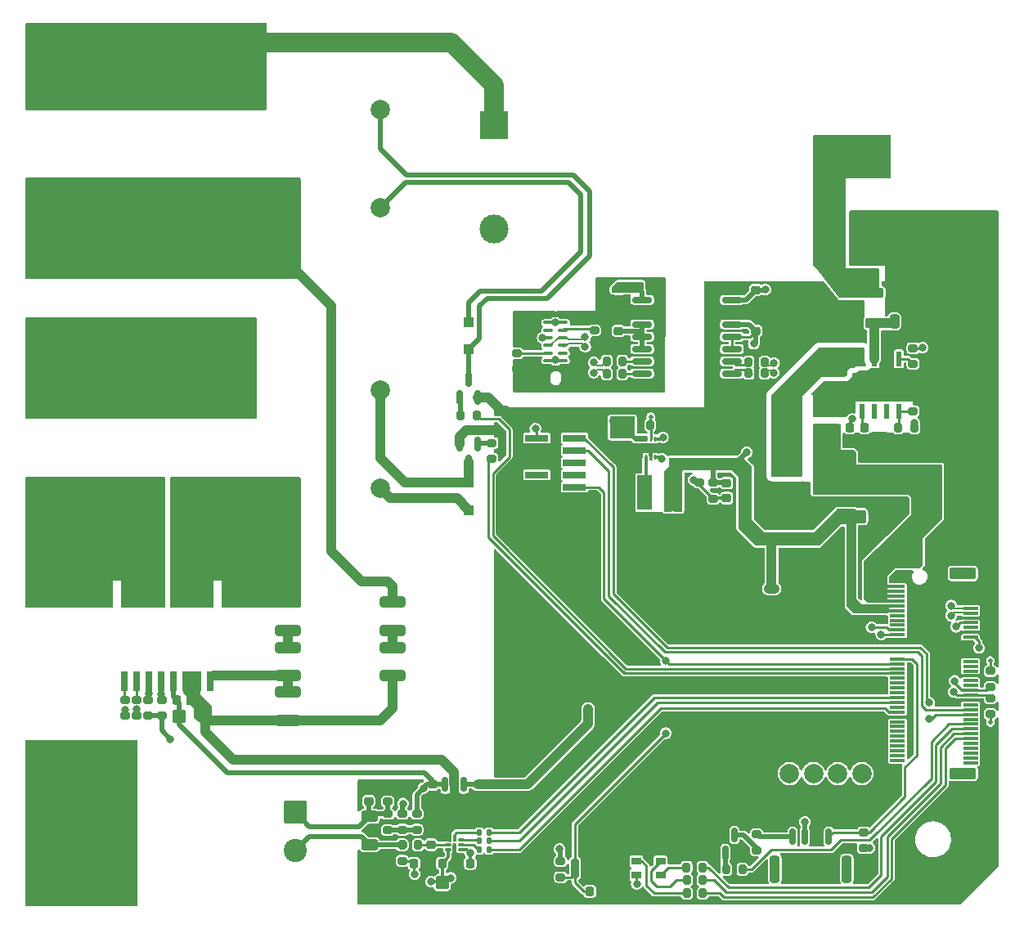
<source format=gbr>
%TF.GenerationSoftware,KiCad,Pcbnew,7.0.9*%
%TF.CreationDate,2024-05-06T20:13:39+08:00*%
%TF.ProjectId,power_monitor_v0.1,706f7765-725f-46d6-9f6e-69746f725f76,rev?*%
%TF.SameCoordinates,Original*%
%TF.FileFunction,Copper,L1,Top*%
%TF.FilePolarity,Positive*%
%FSLAX46Y46*%
G04 Gerber Fmt 4.6, Leading zero omitted, Abs format (unit mm)*
G04 Created by KiCad (PCBNEW 7.0.9) date 2024-05-06 20:13:39*
%MOMM*%
%LPD*%
G01*
G04 APERTURE LIST*
G04 Aperture macros list*
%AMRoundRect*
0 Rectangle with rounded corners*
0 $1 Rounding radius*
0 $2 $3 $4 $5 $6 $7 $8 $9 X,Y pos of 4 corners*
0 Add a 4 corners polygon primitive as box body*
4,1,4,$2,$3,$4,$5,$6,$7,$8,$9,$2,$3,0*
0 Add four circle primitives for the rounded corners*
1,1,$1+$1,$2,$3*
1,1,$1+$1,$4,$5*
1,1,$1+$1,$6,$7*
1,1,$1+$1,$8,$9*
0 Add four rect primitives between the rounded corners*
20,1,$1+$1,$2,$3,$4,$5,0*
20,1,$1+$1,$4,$5,$6,$7,0*
20,1,$1+$1,$6,$7,$8,$9,0*
20,1,$1+$1,$8,$9,$2,$3,0*%
G04 Aperture macros list end*
%TA.AperFunction,SMDPad,CuDef*%
%ADD10RoundRect,0.225000X-0.250000X0.225000X-0.250000X-0.225000X0.250000X-0.225000X0.250000X0.225000X0*%
%TD*%
%TA.AperFunction,SMDPad,CuDef*%
%ADD11RoundRect,0.200000X-0.200000X-0.800000X0.200000X-0.800000X0.200000X0.800000X-0.200000X0.800000X0*%
%TD*%
%TA.AperFunction,SMDPad,CuDef*%
%ADD12RoundRect,0.200000X0.200000X0.275000X-0.200000X0.275000X-0.200000X-0.275000X0.200000X-0.275000X0*%
%TD*%
%TA.AperFunction,SMDPad,CuDef*%
%ADD13RoundRect,0.200000X-0.275000X0.200000X-0.275000X-0.200000X0.275000X-0.200000X0.275000X0.200000X0*%
%TD*%
%TA.AperFunction,SMDPad,CuDef*%
%ADD14RoundRect,0.200000X0.275000X-0.200000X0.275000X0.200000X-0.275000X0.200000X-0.275000X-0.200000X0*%
%TD*%
%TA.AperFunction,SMDPad,CuDef*%
%ADD15RoundRect,0.225000X-0.225000X-0.250000X0.225000X-0.250000X0.225000X0.250000X-0.225000X0.250000X0*%
%TD*%
%TA.AperFunction,SMDPad,CuDef*%
%ADD16RoundRect,0.075000X-0.425000X0.075000X-0.425000X-0.075000X0.425000X-0.075000X0.425000X0.075000X0*%
%TD*%
%TA.AperFunction,ComponentPad*%
%ADD17C,1.100000*%
%TD*%
%TA.AperFunction,SMDPad,CuDef*%
%ADD18RoundRect,0.150000X0.150000X-0.587500X0.150000X0.587500X-0.150000X0.587500X-0.150000X-0.587500X0*%
%TD*%
%TA.AperFunction,SMDPad,CuDef*%
%ADD19RoundRect,0.200000X-0.200000X-0.275000X0.200000X-0.275000X0.200000X0.275000X-0.200000X0.275000X0*%
%TD*%
%TA.AperFunction,ComponentPad*%
%ADD20C,3.000000*%
%TD*%
%TA.AperFunction,SMDPad,CuDef*%
%ADD21RoundRect,0.250000X-1.075000X0.312500X-1.075000X-0.312500X1.075000X-0.312500X1.075000X0.312500X0*%
%TD*%
%TA.AperFunction,ComponentPad*%
%ADD22R,3.000000X3.000000*%
%TD*%
%TA.AperFunction,SMDPad,CuDef*%
%ADD23R,1.000000X0.800000*%
%TD*%
%TA.AperFunction,SMDPad,CuDef*%
%ADD24RoundRect,0.135000X-0.135000X-0.185000X0.135000X-0.185000X0.135000X0.185000X-0.135000X0.185000X0*%
%TD*%
%TA.AperFunction,SMDPad,CuDef*%
%ADD25RoundRect,0.250000X0.550000X-1.050000X0.550000X1.050000X-0.550000X1.050000X-0.550000X-1.050000X0*%
%TD*%
%TA.AperFunction,SMDPad,CuDef*%
%ADD26RoundRect,0.250000X-0.250000X-0.475000X0.250000X-0.475000X0.250000X0.475000X-0.250000X0.475000X0*%
%TD*%
%TA.AperFunction,ComponentPad*%
%ADD27RoundRect,1.000000X1.750000X1.000000X-1.750000X1.000000X-1.750000X-1.000000X1.750000X-1.000000X0*%
%TD*%
%TA.AperFunction,ComponentPad*%
%ADD28RoundRect,1.000000X-1.000000X1.750000X-1.000000X-1.750000X1.000000X-1.750000X1.000000X1.750000X0*%
%TD*%
%TA.AperFunction,ComponentPad*%
%ADD29C,2.000000*%
%TD*%
%TA.AperFunction,SMDPad,CuDef*%
%ADD30RoundRect,0.225000X0.250000X-0.225000X0.250000X0.225000X-0.250000X0.225000X-0.250000X-0.225000X0*%
%TD*%
%TA.AperFunction,SMDPad,CuDef*%
%ADD31RoundRect,0.250000X-0.450000X-0.425000X0.450000X-0.425000X0.450000X0.425000X-0.450000X0.425000X0*%
%TD*%
%TA.AperFunction,SMDPad,CuDef*%
%ADD32R,2.400000X0.740000*%
%TD*%
%TA.AperFunction,SMDPad,CuDef*%
%ADD33RoundRect,0.150000X-0.150000X0.587500X-0.150000X-0.587500X0.150000X-0.587500X0.150000X0.587500X0*%
%TD*%
%TA.AperFunction,SMDPad,CuDef*%
%ADD34R,0.250000X0.500000*%
%TD*%
%TA.AperFunction,SMDPad,CuDef*%
%ADD35R,1.600000X0.900000*%
%TD*%
%TA.AperFunction,SMDPad,CuDef*%
%ADD36R,2.350000X5.100000*%
%TD*%
%TA.AperFunction,SMDPad,CuDef*%
%ADD37RoundRect,0.225000X0.225000X0.250000X-0.225000X0.250000X-0.225000X-0.250000X0.225000X-0.250000X0*%
%TD*%
%TA.AperFunction,SMDPad,CuDef*%
%ADD38RoundRect,0.150000X-0.875000X-0.150000X0.875000X-0.150000X0.875000X0.150000X-0.875000X0.150000X0*%
%TD*%
%TA.AperFunction,SMDPad,CuDef*%
%ADD39RoundRect,0.250000X-0.300000X0.300000X-0.300000X-0.300000X0.300000X-0.300000X0.300000X0.300000X0*%
%TD*%
%TA.AperFunction,SMDPad,CuDef*%
%ADD40R,1.500000X3.600000*%
%TD*%
%TA.AperFunction,SMDPad,CuDef*%
%ADD41R,0.600000X1.550000*%
%TD*%
%TA.AperFunction,ComponentPad*%
%ADD42C,0.600000*%
%TD*%
%TA.AperFunction,SMDPad,CuDef*%
%ADD43R,3.100000X2.600000*%
%TD*%
%TA.AperFunction,SMDPad,CuDef*%
%ADD44R,4.500000X2.950000*%
%TD*%
%TA.AperFunction,SMDPad,CuDef*%
%ADD45RoundRect,0.250000X-0.625000X0.312500X-0.625000X-0.312500X0.625000X-0.312500X0.625000X0.312500X0*%
%TD*%
%TA.AperFunction,SMDPad,CuDef*%
%ADD46RoundRect,0.150000X0.150000X0.700000X-0.150000X0.700000X-0.150000X-0.700000X0.150000X-0.700000X0*%
%TD*%
%TA.AperFunction,SMDPad,CuDef*%
%ADD47RoundRect,0.250000X0.250000X1.150000X-0.250000X1.150000X-0.250000X-1.150000X0.250000X-1.150000X0*%
%TD*%
%TA.AperFunction,ComponentPad*%
%ADD48RoundRect,0.250001X-0.949999X0.949999X-0.949999X-0.949999X0.949999X-0.949999X0.949999X0.949999X0*%
%TD*%
%TA.AperFunction,ComponentPad*%
%ADD49C,2.400000*%
%TD*%
%TA.AperFunction,SMDPad,CuDef*%
%ADD50RoundRect,0.250000X-0.700000X0.275000X-0.700000X-0.275000X0.700000X-0.275000X0.700000X0.275000X0*%
%TD*%
%TA.AperFunction,SMDPad,CuDef*%
%ADD51RoundRect,0.007500X0.267500X0.117500X-0.267500X0.117500X-0.267500X-0.117500X0.267500X-0.117500X0*%
%TD*%
%TA.AperFunction,SMDPad,CuDef*%
%ADD52RoundRect,0.006000X0.269000X0.094000X-0.269000X0.094000X-0.269000X-0.094000X0.269000X-0.094000X0*%
%TD*%
%TA.AperFunction,SMDPad,CuDef*%
%ADD53RoundRect,0.012000X-0.138000X0.288000X-0.138000X-0.288000X0.138000X-0.288000X0.138000X0.288000X0*%
%TD*%
%TA.AperFunction,SMDPad,CuDef*%
%ADD54RoundRect,0.250000X-0.900000X1.000000X-0.900000X-1.000000X0.900000X-1.000000X0.900000X1.000000X0*%
%TD*%
%TA.AperFunction,SMDPad,CuDef*%
%ADD55RoundRect,0.036000X-0.739000X0.114000X-0.739000X-0.114000X0.739000X-0.114000X0.739000X0.114000X0*%
%TD*%
%TA.AperFunction,SMDPad,CuDef*%
%ADD56C,2.000000*%
%TD*%
%TA.AperFunction,ComponentPad*%
%ADD57C,7.000000*%
%TD*%
%TA.AperFunction,SMDPad,CuDef*%
%ADD58RoundRect,0.252000X-1.123000X0.348000X-1.123000X-0.348000X1.123000X-0.348000X1.123000X0.348000X0*%
%TD*%
%TA.AperFunction,SMDPad,CuDef*%
%ADD59RoundRect,0.250000X0.300000X-0.300000X0.300000X0.300000X-0.300000X0.300000X-0.300000X-0.300000X0*%
%TD*%
%TA.AperFunction,SMDPad,CuDef*%
%ADD60RoundRect,0.042000X-0.258000X0.988000X-0.258000X-0.988000X0.258000X-0.988000X0.258000X0.988000X0*%
%TD*%
%TA.AperFunction,ViaPad*%
%ADD61C,0.500000*%
%TD*%
%TA.AperFunction,ViaPad*%
%ADD62C,0.800000*%
%TD*%
%TA.AperFunction,Conductor*%
%ADD63C,1.000000*%
%TD*%
%TA.AperFunction,Conductor*%
%ADD64C,0.500000*%
%TD*%
%TA.AperFunction,Conductor*%
%ADD65C,0.250000*%
%TD*%
%TA.AperFunction,Conductor*%
%ADD66C,0.300000*%
%TD*%
%TA.AperFunction,Conductor*%
%ADD67C,0.254000*%
%TD*%
%TA.AperFunction,Conductor*%
%ADD68C,0.154000*%
%TD*%
%TA.AperFunction,Conductor*%
%ADD69C,2.000000*%
%TD*%
%TA.AperFunction,Conductor*%
%ADD70C,0.450000*%
%TD*%
%TA.AperFunction,Conductor*%
%ADD71C,0.200000*%
%TD*%
G04 APERTURE END LIST*
D10*
%TO.P,C26,1*%
%TO.N,+3V3*%
X181100000Y-83125000D03*
%TO.P,C26,2*%
%TO.N,GNDA*%
X181100000Y-84675000D03*
%TD*%
D11*
%TO.P,RESET1,1,1*%
%TO.N,~{RESET}*%
X162400000Y-143000000D03*
%TO.P,RESET1,2,2*%
%TO.N,GNDA*%
X166600000Y-143000000D03*
%TD*%
D12*
%TO.P,R2,1*%
%TO.N,+4V*%
X197525000Y-97375000D03*
%TO.P,R2,2*%
%TO.N,Net-(U4-VSENSE)*%
X195875000Y-97375000D03*
%TD*%
D13*
%TO.P,R37,1*%
%TO.N,DIO_1*%
X115800000Y-125575000D03*
%TO.P,R37,2*%
%TO.N,Net-(U6A-ADC7)*%
X115800000Y-127225000D03*
%TD*%
%TO.P,R15,1*%
%TO.N,+3.3VA*%
X146025000Y-137355000D03*
%TO.P,R15,2*%
%TO.N,Net-(R13-Pad1)*%
X146025000Y-139005000D03*
%TD*%
D14*
%TO.P,R13,1*%
%TO.N,Net-(R13-Pad1)*%
X143025000Y-139030000D03*
%TO.P,R13,2*%
%TO.N,Net-(J1-Pin_1)*%
X143025000Y-137380000D03*
%TD*%
D15*
%TO.P,C4,1*%
%TO.N,Net-(D1-K)*%
X190825000Y-97375000D03*
%TO.P,C4,2*%
%TO.N,Net-(U4-BOOT)*%
X192375000Y-97375000D03*
%TD*%
D16*
%TO.P,J8,A1,GND*%
%TO.N,GNDS*%
X161160000Y-85720000D03*
%TO.P,J8,A4,VBUS*%
%TO.N,Net-(U7-VBUS1)*%
X161160000Y-86510000D03*
%TO.P,J8,A5,CC1*%
%TO.N,Net-(J8-CC1)*%
X161160000Y-87300000D03*
%TO.P,J8,A6,D+*%
%TO.N,/MSOM/U_P*%
X161160000Y-88090000D03*
%TO.P,J8,A7,D-*%
%TO.N,/MSOM/U_N*%
X161160000Y-88880000D03*
%TO.P,J8,A8,SBU1*%
%TO.N,unconnected-(J8-SBU1-PadA8)*%
X161160000Y-89670000D03*
%TO.P,J8,A9,VBUS*%
%TO.N,Net-(U7-VBUS1)*%
X161160000Y-90460000D03*
%TO.P,J8,A12,GND*%
%TO.N,GNDS*%
X161160000Y-91250000D03*
%TO.P,J8,B1,GND*%
X159640000Y-91250000D03*
%TO.P,J8,B4,VBUS*%
%TO.N,Net-(U7-VBUS1)*%
X159640000Y-90460000D03*
%TO.P,J8,B5,CC2*%
%TO.N,Net-(J8-CC2)*%
X159640000Y-89670000D03*
%TO.P,J8,B6,D+*%
%TO.N,/MSOM/U_P*%
X159640000Y-88880000D03*
%TO.P,J8,B7,D-*%
%TO.N,/MSOM/U_N*%
X159640000Y-88090000D03*
%TO.P,J8,B8,SBU2*%
%TO.N,unconnected-(J8-SBU2-PadB8)*%
X159640000Y-87300000D03*
%TO.P,J8,B9,VBUS*%
%TO.N,Net-(U7-VBUS1)*%
X159640000Y-86510000D03*
%TO.P,J8,B12,GND*%
%TO.N,GNDS*%
X159640000Y-85720000D03*
D17*
%TO.P,J8,S1,SHIELD*%
X162550000Y-86100000D03*
X158250000Y-86100000D03*
X162550000Y-90900000D03*
X158250000Y-90900000D03*
%TD*%
D18*
%TO.P,Q2,1,G*%
%TO.N,Net-(Q2-G)*%
X150450000Y-94237500D03*
%TO.P,Q2,2,S*%
%TO.N,GNDA*%
X152350000Y-94237500D03*
%TO.P,Q2,3,D*%
%TO.N,Net-(D3-A)*%
X151400000Y-92362500D03*
%TD*%
D14*
%TO.P,R12,1*%
%TO.N,Net-(J1-Pin_1)*%
X143015000Y-136105000D03*
%TO.P,R12,2*%
%TO.N,GNDA*%
X143015000Y-134455000D03*
%TD*%
D19*
%TO.P,R6,1*%
%TO.N,DCDC_MODE*%
X170175000Y-97100000D03*
%TO.P,R6,2*%
%TO.N,GNDA*%
X171825000Y-97100000D03*
%TD*%
D20*
%TO.P,J4,1*%
%TO.N,Net-(J4-Pad1)*%
X114600000Y-131500000D03*
%TO.P,J4,2*%
X107400000Y-131500000D03*
%TO.P,J4,3*%
X107400000Y-136500000D03*
%TO.P,J4,4*%
X114600000Y-136500000D03*
%TD*%
D14*
%TO.P,R34,1*%
%TO.N,GNDS*%
X156400000Y-91325000D03*
%TO.P,R34,2*%
%TO.N,Net-(J8-CC2)*%
X156400000Y-89675000D03*
%TD*%
D21*
%TO.P,R21,1*%
%TO.N,Net-(R20-Pad2)*%
X143500000Y-120137500D03*
%TO.P,R21,2*%
%TO.N,GNDA*%
X143500000Y-123062500D03*
%TD*%
D22*
%TO.P,PS1,1,AC/N*%
%TO.N,AC_NEUTRAL_IN*%
X154042500Y-66100000D03*
D20*
%TO.P,PS1,2,AC/L*%
%TO.N,AC_LIVE_IN*%
X154042500Y-76850000D03*
%TO.P,PS1,3,-Vo*%
%TO.N,GNDA*%
X192542500Y-76850000D03*
%TO.P,PS1,4,+Vo*%
%TO.N,+12V*%
X192542500Y-68850000D03*
%TD*%
D23*
%TO.P,D4,1,RK*%
%TO.N,Net-(D4-RK)*%
X171250000Y-143700000D03*
%TO.P,D4,2,A*%
%TO.N,+3V3*%
X168750000Y-143700000D03*
%TO.P,D4,3,GK*%
%TO.N,Net-(D4-GK)*%
X168750000Y-142300000D03*
%TO.P,D4,4,BK*%
%TO.N,Net-(D4-BK)*%
X171250000Y-142300000D03*
%TD*%
D10*
%TO.P,C7,1*%
%TO.N,GNDA*%
X190700000Y-98800000D03*
%TO.P,C7,2*%
%TO.N,+4V*%
X190700000Y-100350000D03*
%TD*%
D24*
%TO.P,R9,1*%
%TO.N,Net-(U2-SCLK)*%
X152515000Y-141080000D03*
%TO.P,R9,2*%
%TO.N,SPI_SCLK*%
X153535000Y-141080000D03*
%TD*%
D20*
%TO.P,J7,1*%
%TO.N,Net-(J4-Pad1)*%
X114600000Y-140100000D03*
%TO.P,J7,2*%
X107400000Y-140100000D03*
%TO.P,J7,3*%
X107400000Y-145100000D03*
%TO.P,J7,4*%
X114600000Y-145100000D03*
%TD*%
D19*
%TO.P,R38,1*%
%TO.N,Net-(Q3-G)*%
X178075000Y-143100000D03*
%TO.P,R38,2*%
%TO.N,/MSOM/LED*%
X179725000Y-143100000D03*
%TD*%
D25*
%TO.P,C5,1*%
%TO.N,+4V*%
X193900000Y-102675000D03*
%TO.P,C5,2*%
%TO.N,GNDA*%
X193900000Y-99075000D03*
%TD*%
D12*
%TO.P,R23,1*%
%TO.N,CTL_RELAY_NEUTRAL*%
X152225000Y-96100000D03*
%TO.P,R23,2*%
%TO.N,Net-(Q2-G)*%
X150575000Y-96100000D03*
%TD*%
D13*
%TO.P,R36,1*%
%TO.N,DIO_0*%
X117000000Y-125550000D03*
%TO.P,R36,2*%
%TO.N,Net-(U6A-ADC6)*%
X117000000Y-127200000D03*
%TD*%
D26*
%TO.P,C1,1*%
%TO.N,+12V*%
X193250000Y-81800000D03*
%TO.P,C1,2*%
%TO.N,GNDA*%
X195150000Y-81800000D03*
%TD*%
D15*
%TO.P,C25,1*%
%TO.N,~{RESET}*%
X163925000Y-145400000D03*
%TO.P,C25,2*%
%TO.N,GNDA*%
X165475000Y-145400000D03*
%TD*%
D27*
%TO.P,K1,13*%
%TO.N,AC_SENSOR_LIVE_IN*%
X130220000Y-108407500D03*
D28*
%TO.P,K1,14*%
%TO.N,AC_LIVE_IN*%
X126790000Y-89657500D03*
D29*
%TO.P,K1,A1*%
%TO.N,Net-(D2-A)*%
X142230000Y-93457500D03*
%TO.P,K1,A2*%
%TO.N,+12V*%
X142230000Y-103627500D03*
%TD*%
D13*
%TO.P,R39,1*%
%TO.N,Net-(J10-Pin_4)*%
X181200000Y-139475000D03*
%TO.P,R39,2*%
%TO.N,Net-(Q3-D)*%
X181200000Y-141125000D03*
%TD*%
D19*
%TO.P,R33,1*%
%TO.N,/MSOM/U_N*%
X165675000Y-90500000D03*
%TO.P,R33,2*%
%TO.N,Net-(U7-UD-)*%
X167325000Y-90500000D03*
%TD*%
D25*
%TO.P,C6,1*%
%TO.N,+4V*%
X199200000Y-102675000D03*
%TO.P,C6,2*%
%TO.N,GNDA*%
X199200000Y-99075000D03*
%TD*%
D30*
%TO.P,C8,1*%
%TO.N,GNDA*%
X152425000Y-135855000D03*
%TO.P,C8,2*%
%TO.N,+4V*%
X152425000Y-134305000D03*
%TD*%
D13*
%TO.P,R41,1*%
%TO.N,Net-(J1-Pin_2)*%
X144500000Y-140575000D03*
%TO.P,R41,2*%
%TO.N,CURRENT_ADC*%
X144500000Y-142225000D03*
%TD*%
D26*
%TO.P,C2,1*%
%TO.N,Net-(U4-VIN)*%
X195460000Y-86390000D03*
%TO.P,C2,2*%
%TO.N,GNDA*%
X197360000Y-86390000D03*
%TD*%
D14*
%TO.P,R7,1*%
%TO.N,Net-(U6A-ADC6)*%
X205400000Y-124225000D03*
%TO.P,R7,2*%
%TO.N,+3V3*%
X205400000Y-122575000D03*
%TD*%
D13*
%TO.P,R42,1*%
%TO.N,Net-(U6A-ADC7)*%
X205400000Y-125375000D03*
%TO.P,R42,2*%
%TO.N,+3V3*%
X205400000Y-127025000D03*
%TD*%
D30*
%TO.P,C14,1*%
%TO.N,GNDA*%
X168000000Y-99475000D03*
%TO.P,C14,2*%
%TO.N,+4V*%
X168000000Y-97925000D03*
%TD*%
D19*
%TO.P,R28,1*%
%TO.N,Net-(U7-DD-)*%
X180375000Y-90600000D03*
%TO.P,R28,2*%
%TO.N,/MSOM/USB_N*%
X182025000Y-90600000D03*
%TD*%
D31*
%TO.P,C20,1*%
%TO.N,+3.3VA*%
X121400000Y-127250000D03*
%TO.P,C20,2*%
%TO.N,GNDA*%
X124100000Y-127250000D03*
%TD*%
D10*
%TO.P,C13,1*%
%TO.N,GNDA*%
X174100000Y-99450000D03*
%TO.P,C13,2*%
%TO.N,+3V3*%
X174100000Y-101000000D03*
%TD*%
D14*
%TO.P,R32,1*%
%TO.N,~{RESET}*%
X160900000Y-143925000D03*
%TO.P,R32,2*%
%TO.N,+3V3*%
X160900000Y-142275000D03*
%TD*%
D32*
%TO.P,J9,1,VTref*%
%TO.N,+3V3*%
X158450000Y-98460000D03*
%TO.P,J9,2,SWDIO/TMS*%
%TO.N,Net-(J9-SWDIO{slash}TMS)*%
X162350000Y-98460000D03*
%TO.P,J9,3,GND*%
%TO.N,GNDA*%
X158450000Y-99730000D03*
%TO.P,J9,4,SWCLK/TCK*%
%TO.N,Net-(J9-SWCLK{slash}TCK)*%
X162350000Y-99730000D03*
%TO.P,J9,5,GND*%
%TO.N,GNDA*%
X158450000Y-101000000D03*
%TO.P,J9,6,SWO/TDO*%
%TO.N,unconnected-(J9-SWO{slash}TDO-Pad6)*%
X162350000Y-101000000D03*
%TO.P,J9,7,KEY*%
%TO.N,unconnected-(J9-KEY-Pad7)*%
X158450000Y-102270000D03*
%TO.P,J9,8,NC/TDI*%
%TO.N,unconnected-(J9-NC{slash}TDI-Pad8)*%
X162350000Y-102270000D03*
%TO.P,J9,9,GNDDetect*%
%TO.N,GNDA*%
X158450000Y-103540000D03*
%TO.P,J9,10,~{RESET}*%
%TO.N,~{RESET}*%
X162350000Y-103540000D03*
%TD*%
D20*
%TO.P,J3,1*%
%TO.N,AC_NEUTRAL_IN*%
X107400000Y-62500000D03*
%TO.P,J3,2*%
X114600000Y-62500000D03*
%TO.P,J3,3*%
X114600000Y-57500000D03*
%TO.P,J3,4*%
X107400000Y-57500000D03*
%TD*%
D33*
%TO.P,U3,1,IN*%
%TO.N,+4V*%
X150875000Y-134342500D03*
%TO.P,U3,2,OUT*%
%TO.N,+3.3VA*%
X148975000Y-134342500D03*
%TO.P,U3,3,GND*%
%TO.N,GNDA*%
X149925000Y-136217500D03*
%TD*%
D31*
%TO.P,C16,1*%
%TO.N,+3.3VA*%
X148650000Y-144500000D03*
%TO.P,C16,2*%
%TO.N,GNDA*%
X151350000Y-144500000D03*
%TD*%
D13*
%TO.P,R30,1*%
%TO.N,I2C_SDA*%
X119600000Y-125575000D03*
%TO.P,R30,2*%
%TO.N,+3V3*%
X119600000Y-127225000D03*
%TD*%
D15*
%TO.P,C24,1*%
%TO.N,+4V*%
X197625000Y-110800000D03*
%TO.P,C24,2*%
%TO.N,GNDA*%
X199175000Y-110800000D03*
%TD*%
D26*
%TO.P,C3,1*%
%TO.N,Net-(U4-VIN)*%
X193350000Y-88300000D03*
%TO.P,C3,2*%
%TO.N,GNDA*%
X195250000Y-88300000D03*
%TD*%
D34*
%TO.P,U5,1,PGND*%
%TO.N,GNDA*%
X169230000Y-100445000D03*
%TO.P,U5,2,SW*%
%TO.N,Net-(U5-SW)*%
X169730000Y-100445000D03*
%TO.P,U5,3,AGND*%
%TO.N,GNDA*%
X170230000Y-100445000D03*
%TO.P,U5,4,FB*%
%TO.N,Net-(U5-FB)*%
X170730000Y-100445000D03*
%TO.P,U5,5,EN*%
%TO.N,+4V*%
X170730000Y-98545000D03*
%TO.P,U5,6,MODE*%
%TO.N,DCDC_MODE*%
X170230000Y-98545000D03*
%TO.P,U5,7,AVIN*%
%TO.N,+4V*%
X169730000Y-98545000D03*
%TO.P,U5,8,PVIN*%
X169230000Y-98545000D03*
D35*
%TO.P,U5,9,PAD*%
%TO.N,GNDA*%
X169980000Y-99495000D03*
%TD*%
D13*
%TO.P,R40,1*%
%TO.N,/MSOM/~{MODE}*%
X192300000Y-139275000D03*
%TO.P,R40,2*%
%TO.N,+3V3*%
X192300000Y-140925000D03*
%TD*%
D36*
%TO.P,L1,1,1*%
%TO.N,Net-(D1-K)*%
X184325000Y-99750000D03*
%TO.P,L1,2,2*%
%TO.N,+4V*%
X188475000Y-99750000D03*
%TD*%
D33*
%TO.P,Q1,1,G*%
%TO.N,Net-(Q1-G)*%
X152350000Y-99062500D03*
%TO.P,Q1,2,S*%
%TO.N,GNDA*%
X150450000Y-99062500D03*
%TO.P,Q1,3,D*%
%TO.N,Net-(D2-A)*%
X151400000Y-100937500D03*
%TD*%
D37*
%TO.P,C17,1*%
%TO.N,GNDA*%
X150200000Y-142480000D03*
%TO.P,C17,2*%
%TO.N,+3.3VA*%
X148650000Y-142480000D03*
%TD*%
D20*
%TO.P,J2,1*%
%TO.N,AC_LIVE_IN*%
X107400000Y-93500000D03*
%TO.P,J2,2*%
X114600000Y-93500000D03*
%TO.P,J2,3*%
X114600000Y-88500000D03*
%TO.P,J2,4*%
X107400000Y-88500000D03*
%TD*%
D18*
%TO.P,Q3,1,G*%
%TO.N,Net-(Q3-G)*%
X177950000Y-141437500D03*
%TO.P,Q3,2,S*%
%TO.N,GNDA*%
X179850000Y-141437500D03*
%TO.P,Q3,3,D*%
%TO.N,Net-(Q3-D)*%
X178900000Y-139562500D03*
%TD*%
D13*
%TO.P,R4,1*%
%TO.N,+3V3*%
X176700000Y-103075000D03*
%TO.P,R4,2*%
%TO.N,Net-(U5-FB)*%
X176700000Y-104725000D03*
%TD*%
D15*
%TO.P,C22,1*%
%TO.N,+4V*%
X197625000Y-109400000D03*
%TO.P,C22,2*%
%TO.N,GNDA*%
X199175000Y-109400000D03*
%TD*%
D13*
%TO.P,R14,1*%
%TO.N,+3V3*%
X144525000Y-137355000D03*
%TO.P,R14,2*%
%TO.N,Net-(R13-Pad1)*%
X144525000Y-139005000D03*
%TD*%
D38*
%TO.P,U7,1,VBUS1*%
%TO.N,Net-(U7-VBUS1)*%
X169350000Y-84155000D03*
%TO.P,U7,2,GND1*%
%TO.N,GNDS*%
X169350000Y-85425000D03*
%TO.P,U7,3,VDD1*%
%TO.N,Net-(U7-PDEN)*%
X169350000Y-86695000D03*
%TO.P,U7,4,PDEN*%
X169350000Y-87965000D03*
%TO.P,U7,5,SPU*%
X169350000Y-89235000D03*
%TO.P,U7,6,UD-*%
%TO.N,Net-(U7-UD-)*%
X169350000Y-90505000D03*
%TO.P,U7,7,UD+*%
%TO.N,Net-(U7-UD+)*%
X169350000Y-91775000D03*
%TO.P,U7,8,GND1*%
%TO.N,GNDS*%
X169350000Y-93045000D03*
%TO.P,U7,9,GND2*%
%TO.N,GNDA*%
X178650000Y-93045000D03*
%TO.P,U7,10,DD+*%
%TO.N,Net-(U7-DD+)*%
X178650000Y-91775000D03*
%TO.P,U7,11,DD-*%
%TO.N,Net-(U7-DD-)*%
X178650000Y-90505000D03*
%TO.P,U7,12,PIN*%
%TO.N,+3V3*%
X178650000Y-89235000D03*
%TO.P,U7,13,SPD*%
X178650000Y-87965000D03*
%TO.P,U7,14,VDD2*%
X178650000Y-86695000D03*
%TO.P,U7,15,GND2*%
%TO.N,GNDA*%
X178650000Y-85425000D03*
%TO.P,U7,16,VBUS2*%
%TO.N,+3V3*%
X178650000Y-84155000D03*
%TD*%
D13*
%TO.P,R1,1*%
%TO.N,Net-(U4-VIN)*%
X197400000Y-89150000D03*
%TO.P,R1,2*%
%TO.N,Net-(U4-EN)*%
X197400000Y-90800000D03*
%TD*%
D10*
%TO.P,C18,1*%
%TO.N,GNDA*%
X141025000Y-134505000D03*
%TO.P,C18,2*%
%TO.N,Net-(J1-Pin_1)*%
X141025000Y-136055000D03*
%TD*%
D37*
%TO.P,C31,1*%
%TO.N,GNDA*%
X147275000Y-142500000D03*
%TO.P,C31,2*%
%TO.N,CURRENT_ADC*%
X145725000Y-142500000D03*
%TD*%
D39*
%TO.P,D3,1,K*%
%TO.N,+12V*%
X151400000Y-86500000D03*
%TO.P,D3,2,A*%
%TO.N,Net-(D3-A)*%
X151400000Y-89300000D03*
%TD*%
D30*
%TO.P,C27,1*%
%TO.N,Net-(U7-PDEN)*%
X166900000Y-87375000D03*
%TO.P,C27,2*%
%TO.N,GNDS*%
X166900000Y-85825000D03*
%TD*%
D37*
%TO.P,C30,1*%
%TO.N,GNDA*%
X153100000Y-142480000D03*
%TO.P,C30,2*%
%TO.N,+3.3VA*%
X151550000Y-142480000D03*
%TD*%
D40*
%TO.P,L2,1,1*%
%TO.N,Net-(U5-SW)*%
X169575000Y-104100000D03*
%TO.P,L2,2,2*%
%TO.N,+3V3*%
X172625000Y-104100000D03*
%TD*%
D41*
%TO.P,U4,1,BOOT*%
%TO.N,Net-(U4-BOOT)*%
X192095000Y-95675000D03*
%TO.P,U4,2,NC*%
%TO.N,unconnected-(U4-NC-Pad2)*%
X193365000Y-95675000D03*
%TO.P,U4,3,NC*%
%TO.N,unconnected-(U4-NC-Pad3)*%
X194635000Y-95675000D03*
%TO.P,U4,4,VSENSE*%
%TO.N,Net-(U4-VSENSE)*%
X195905000Y-95675000D03*
%TO.P,U4,5,EN*%
%TO.N,Net-(U4-EN)*%
X195905000Y-90275000D03*
%TO.P,U4,6,GND*%
%TO.N,GNDA*%
X194635000Y-90275000D03*
%TO.P,U4,7,VIN*%
%TO.N,Net-(U4-VIN)*%
X193365000Y-90275000D03*
%TO.P,U4,8,PH*%
%TO.N,Net-(D1-K)*%
X192095000Y-90275000D03*
D42*
%TO.P,U4,9,GNDPAD*%
%TO.N,GNDA*%
X192200000Y-93575000D03*
X193400000Y-93575000D03*
X194700000Y-93575000D03*
X195800000Y-93575000D03*
D43*
X194000000Y-92975000D03*
D44*
X194000000Y-92975000D03*
D42*
X192200000Y-92375000D03*
X193400000Y-92375000D03*
X194700000Y-92375000D03*
X195800000Y-92375000D03*
%TD*%
D27*
%TO.P,K2,13*%
%TO.N,AC_NEUTRAL_OUT*%
X130220000Y-79407500D03*
D28*
%TO.P,K2,14*%
%TO.N,AC_NEUTRAL_IN*%
X126790000Y-60657500D03*
D29*
%TO.P,K2,A1*%
%TO.N,Net-(D3-A)*%
X142230000Y-64457500D03*
%TO.P,K2,A2*%
%TO.N,+12V*%
X142230000Y-74627500D03*
%TD*%
D30*
%TO.P,C15,1*%
%TO.N,GNDA*%
X166600000Y-99475000D03*
%TO.P,C15,2*%
%TO.N,+4V*%
X166600000Y-97925000D03*
%TD*%
D13*
%TO.P,R29,1*%
%TO.N,I2C_SCL*%
X118200000Y-125575000D03*
%TO.P,R29,2*%
%TO.N,+3V3*%
X118200000Y-127225000D03*
%TD*%
D45*
%TO.P,R11,1*%
%TO.N,Net-(J1-Pin_1)*%
X141125000Y-137617500D03*
%TO.P,R11,2*%
%TO.N,Net-(J1-Pin_2)*%
X141125000Y-140542500D03*
%TD*%
D10*
%TO.P,C12,1*%
%TO.N,GNDA*%
X175500000Y-99425000D03*
%TO.P,C12,2*%
%TO.N,+3V3*%
X175500000Y-100975000D03*
%TD*%
D24*
%TO.P,R10,1*%
%TO.N,Net-(U2-~{CS})*%
X152515000Y-139280000D03*
%TO.P,R10,2*%
%TO.N,~{SPI_CS}*%
X153535000Y-139280000D03*
%TD*%
D19*
%TO.P,R26,1*%
%TO.N,Net-(D4-BK)*%
X173975000Y-144200000D03*
%TO.P,R26,2*%
%TO.N,/MSOM/LED_GREEN*%
X175625000Y-144200000D03*
%TD*%
D46*
%TO.P,J10,1,Pin_1*%
%TO.N,/MSOM/~{MODE}*%
X188675000Y-139750000D03*
%TO.P,J10,2,Pin_2*%
%TO.N,GNDA*%
X187425000Y-139750000D03*
%TO.P,J10,3,Pin_3*%
%TO.N,+3V3*%
X186175000Y-139750000D03*
%TO.P,J10,4,Pin_4*%
%TO.N,Net-(J10-Pin_4)*%
X184925000Y-139750000D03*
D47*
%TO.P,J10,MP*%
%TO.N,N/C*%
X190525000Y-143100000D03*
X183075000Y-143100000D03*
%TD*%
D19*
%TO.P,R16,1*%
%TO.N,Net-(J1-Pin_2)*%
X144500000Y-140580000D03*
%TO.P,R16,2*%
%TO.N,Net-(U2-AINP)*%
X146150000Y-140580000D03*
%TD*%
D21*
%TO.P,R17,1*%
%TO.N,AC_SENSOR_LIVE_IN*%
X132700000Y-115437500D03*
%TO.P,R17,2*%
%TO.N,Net-(R17-Pad2)*%
X132700000Y-118362500D03*
%TD*%
D48*
%TO.P,J1,1,Pin_1*%
%TO.N,Net-(J1-Pin_1)*%
X133400000Y-137200000D03*
D49*
%TO.P,J1,2,Pin_2*%
%TO.N,Net-(J1-Pin_2)*%
X133400000Y-141160000D03*
%TD*%
D10*
%TO.P,C29,1*%
%TO.N,GNDA*%
X147525000Y-139005000D03*
%TO.P,C29,2*%
%TO.N,Net-(U2-AINP)*%
X147525000Y-140555000D03*
%TD*%
D37*
%TO.P,C19,1*%
%TO.N,GNDA*%
X122675000Y-125600000D03*
%TO.P,C19,2*%
%TO.N,+3.3VA*%
X121125000Y-125600000D03*
%TD*%
D19*
%TO.P,R31,1*%
%TO.N,/MSOM/U_P*%
X165675000Y-91800000D03*
%TO.P,R31,2*%
%TO.N,Net-(U7-UD+)*%
X167325000Y-91800000D03*
%TD*%
D50*
%TO.P,FB1,1*%
%TO.N,+12V*%
X193400000Y-83425000D03*
%TO.P,FB1,2*%
%TO.N,Net-(U4-VIN)*%
X193400000Y-86575000D03*
%TD*%
D19*
%TO.P,R24,1*%
%TO.N,Net-(U7-DD+)*%
X180375000Y-91750000D03*
%TO.P,R24,2*%
%TO.N,/MSOM/USB_P*%
X182025000Y-91750000D03*
%TD*%
D21*
%TO.P,R20,1*%
%TO.N,AC_NEUTRAL_OUT*%
X143500000Y-115437500D03*
%TO.P,R20,2*%
%TO.N,Net-(R20-Pad2)*%
X143500000Y-118362500D03*
%TD*%
D51*
%TO.P,U2,1,DVDD*%
%TO.N,+3.3VA*%
X150600000Y-141080000D03*
D52*
%TO.P,U2,2,SCLK*%
%TO.N,Net-(U2-SCLK)*%
X150600000Y-140580000D03*
D51*
%TO.P,U2,3,SDO*%
%TO.N,Net-(U2-SDO)*%
X150600000Y-140080000D03*
D53*
%TO.P,U2,4,~{CS}*%
%TO.N,Net-(U2-~{CS})*%
X149925000Y-139930000D03*
D51*
%TO.P,U2,5,AINM*%
%TO.N,GNDA*%
X149250000Y-140080000D03*
D52*
%TO.P,U2,6,AINP*%
%TO.N,Net-(U2-AINP)*%
X149250000Y-140580000D03*
D51*
%TO.P,U2,7,AVDD*%
%TO.N,+3.3VA*%
X149250000Y-141080000D03*
D53*
%TO.P,U2,8,GND*%
%TO.N,GNDA*%
X149925000Y-141230000D03*
%TD*%
D24*
%TO.P,R8,1*%
%TO.N,Net-(U2-SDO)*%
X152515000Y-140180000D03*
%TO.P,R8,2*%
%TO.N,SPI_MISO*%
X153535000Y-140180000D03*
%TD*%
D30*
%TO.P,C21,1*%
%TO.N,+3V3*%
X181100000Y-87375000D03*
%TO.P,C21,2*%
%TO.N,GNDA*%
X181100000Y-85825000D03*
%TD*%
D20*
%TO.P,J5,1*%
%TO.N,AC_NEUTRAL_OUT*%
X107400000Y-78500000D03*
%TO.P,J5,2*%
X114600000Y-78500000D03*
%TO.P,J5,3*%
X114600000Y-73500000D03*
%TO.P,J5,4*%
X107400000Y-73500000D03*
%TD*%
D21*
%TO.P,R19,1*%
%TO.N,Net-(U1-VINP)*%
X132700000Y-124737500D03*
%TO.P,R19,2*%
%TO.N,GNDA*%
X132700000Y-127662500D03*
%TD*%
D14*
%TO.P,R3,1*%
%TO.N,Net-(U4-VSENSE)*%
X197400000Y-95700000D03*
%TO.P,R3,2*%
%TO.N,GNDA*%
X197400000Y-94050000D03*
%TD*%
D54*
%TO.P,D1,1,K*%
%TO.N,Net-(D1-K)*%
X189095000Y-90625000D03*
%TO.P,D1,2,A*%
%TO.N,GNDA*%
X189095000Y-94925000D03*
%TD*%
D55*
%TO.P,U6,1,GND*%
%TO.N,GNDA*%
X203335000Y-113580000D03*
%TO.P,U6,2,VCC*%
%TO.N,+4V*%
X195785000Y-113830000D03*
%TO.P,U6,3,GND*%
%TO.N,GNDA*%
X203335000Y-114080000D03*
%TO.P,U6,4,VCC*%
%TO.N,+4V*%
X195785000Y-114330000D03*
%TO.P,U6,5,GND*%
%TO.N,GNDA*%
X203335000Y-114580000D03*
%TO.P,U6,6,VCC*%
%TO.N,+4V*%
X195785000Y-114830000D03*
%TO.P,U6,7,GND*%
%TO.N,GNDA*%
X203335000Y-115080000D03*
%TO.P,U6,8,VCC*%
%TO.N,+4V*%
X195785000Y-115330000D03*
%TO.P,U6,9,GND*%
%TO.N,GNDA*%
X203335000Y-115580000D03*
%TO.P,U6,10,3.3V*%
%TO.N,+3V3*%
X195785000Y-115830000D03*
%TO.P,U6,11,USB_P*%
%TO.N,/MSOM/USB_P*%
X203335000Y-116080000D03*
%TO.P,U6,12,3.3V*%
%TO.N,+3V3*%
X195785000Y-116330000D03*
%TO.P,U6,13,USB_N*%
%TO.N,/MSOM/USB_N*%
X203335000Y-116580000D03*
%TO.P,U6,14,NC*%
%TO.N,unconnected-(U6A-NC-Pad14)*%
X195785000Y-116830000D03*
%TO.P,U6,15,GND*%
%TO.N,GNDA*%
X203335000Y-117080000D03*
%TO.P,U6,16,NC*%
%TO.N,unconnected-(U6A-NC-Pad16)*%
X195785000Y-117330000D03*
%TO.P,U6,17,D21*%
%TO.N,DCDC_MODE*%
X203335000Y-117580000D03*
%TO.P,U6,18,GNSS_TXD*%
%TO.N,unconnected-(U6A-GNSS_TXD-Pad18)*%
X195785000Y-117830000D03*
%TO.P,U6,19,D20*%
%TO.N,unconnected-(U6A-D20-Pad19)*%
X203335000Y-118080000D03*
%TO.P,U6,20,SCL*%
%TO.N,I2C_SCL*%
X195785000Y-118330000D03*
%TO.P,U6,21,GND*%
%TO.N,GNDA*%
X203335000Y-118580000D03*
%TO.P,U6,22,SDA*%
%TO.N,I2C_SDA*%
X195785000Y-118830000D03*
%TO.P,U6,23,ADC0*%
%TO.N,CURRENT_ADC*%
X203335000Y-119080000D03*
%TO.P,U6,32,~{MODE}*%
%TO.N,/MSOM/~{MODE}*%
X195785000Y-121330000D03*
%TO.P,U6,33,ADC1*%
%TO.N,unconnected-(U6A-ADC1-Pad33)*%
X203335000Y-121580000D03*
%TO.P,U6,34,~{RESET}*%
%TO.N,~{RESET}*%
X195785000Y-121830000D03*
%TO.P,U6,35,ADC2*%
%TO.N,unconnected-(U6A-ADC2-Pad35)*%
X203335000Y-122080000D03*
%TO.P,U6,36,TXD*%
%TO.N,CTL_RELAY_NEUTRAL*%
X195785000Y-122330000D03*
%TO.P,U6,37,ADC3*%
%TO.N,unconnected-(U6A-ADC3-Pad37)*%
X203335000Y-122580000D03*
%TO.P,U6,38,RXD*%
%TO.N,CTL_RELAY_LIVE*%
X195785000Y-122830000D03*
%TO.P,U6,39,GND*%
%TO.N,GNDA*%
X203335000Y-123080000D03*
%TO.P,U6,40,CTS*%
%TO.N,unconnected-(U6A-CTS-Pad40)*%
X195785000Y-123330000D03*
%TO.P,U6,41,ADC4*%
%TO.N,unconnected-(U6A-ADC4-Pad41)*%
X203335000Y-123580000D03*
%TO.P,U6,42,RTS*%
%TO.N,unconnected-(U6A-RTS-Pad42)*%
X195785000Y-123830000D03*
%TO.P,U6,43,ADC5*%
%TO.N,unconnected-(U6A-ADC5-Pad43)*%
X203335000Y-124080000D03*
%TO.P,U6,44,MODEM_USB_P*%
%TO.N,unconnected-(U6A-MODEM_USB_P-Pad44)*%
X195785000Y-124330000D03*
%TO.P,U6,45,ADC6*%
%TO.N,Net-(U6A-ADC6)*%
X203335000Y-124580000D03*
%TO.P,U6,46,MODEM_USB_N*%
%TO.N,unconnected-(U6A-MODEM_USB_N-Pad46)*%
X195785000Y-124830000D03*
%TO.P,U6,47,ADC7*%
%TO.N,Net-(U6A-ADC7)*%
X203335000Y-125080000D03*
%TO.P,U6,48,CS*%
%TO.N,~{SPI_CS}*%
X195785000Y-125330000D03*
%TO.P,U6,49,GND*%
%TO.N,GNDA*%
X203335000Y-125580000D03*
%TO.P,U6,50,MISO*%
%TO.N,SPI_MISO*%
X195785000Y-125830000D03*
%TO.P,U6,51,NC*%
%TO.N,unconnected-(U6A-NC-Pad51)*%
X203335000Y-126080000D03*
%TO.P,U6,52,MOSI*%
%TO.N,SPI_MOSI*%
X195785000Y-126330000D03*
%TO.P,U6,53,SWD_CLK*%
%TO.N,Net-(J9-SWCLK{slash}TCK)*%
X203335000Y-126580000D03*
%TO.P,U6,54,SCLK*%
%TO.N,SPI_SCLK*%
X195785000Y-126830000D03*
%TO.P,U6,55,SWD_DIO*%
%TO.N,Net-(J9-SWDIO{slash}TMS)*%
X203335000Y-127080000D03*
%TO.P,U6,56,GND*%
%TO.N,GNDA*%
X195785000Y-127330000D03*
%TO.P,U6,57,NC*%
%TO.N,unconnected-(U6A-NC-Pad57)*%
X203335000Y-127580000D03*
%TO.P,U6,58,D24*%
%TO.N,unconnected-(U6A-D24-Pad58)*%
X195785000Y-127830000D03*
%TO.P,U6,59,D26*%
%TO.N,/MSOM/LED*%
X203335000Y-128080000D03*
%TO.P,U6,60,D25*%
%TO.N,unconnected-(U6A-D25-Pad60)*%
X195785000Y-128330000D03*
%TO.P,U6,61,RGB_RED*%
%TO.N,/MSOM/LED_RED*%
X203335000Y-128580000D03*
%TO.P,U6,62,D22*%
%TO.N,unconnected-(U6A-D22-Pad62)*%
X195785000Y-128830000D03*
%TO.P,U6,63,RGB_GREEN*%
%TO.N,/MSOM/LED_GREEN*%
X203335000Y-129080000D03*
%TO.P,U6,64,D23*%
%TO.N,unconnected-(U6A-D23-Pad64)*%
X195785000Y-129330000D03*
%TO.P,U6,65,RGB_BLUE*%
%TO.N,/MSOM/LED_BLUE*%
X203335000Y-129580000D03*
%TO.P,U6,66,D4*%
%TO.N,unconnected-(U6A-D4-Pad66)*%
X195785000Y-129830000D03*
%TO.P,U6,67,SIM_VCC*%
%TO.N,unconnected-(U6A-SIM_VCC-Pad67)*%
X203335000Y-130080000D03*
%TO.P,U6,68,D5*%
%TO.N,unconnected-(U6A-D5-Pad68)*%
X195785000Y-130330000D03*
%TO.P,U6,69,SIM_RST*%
%TO.N,unconnected-(U6A-SIM_RST-Pad69)*%
X203335000Y-130580000D03*
%TO.P,U6,70,D6*%
%TO.N,unconnected-(U6A-D6-Pad70)*%
X195785000Y-130830000D03*
%TO.P,U6,71,SIM_CLK*%
%TO.N,unconnected-(U6A-SIM_CLK-Pad71)*%
X203335000Y-131080000D03*
%TO.P,U6,72,D7*%
%TO.N,unconnected-(U6A-D7-Pad72)*%
X195785000Y-131330000D03*
%TO.P,U6,73,SIM_DATA*%
%TO.N,unconnected-(U6A-SIM_DATA-Pad73)*%
X203335000Y-131580000D03*
%TO.P,U6,74,MODEM_VBUS*%
%TO.N,unconnected-(U6A-MODEM_VBUS-Pad74)*%
X195785000Y-131830000D03*
%TO.P,U6,75,NC*%
%TO.N,unconnected-(U6A-NC-Pad75)*%
X203335000Y-132080000D03*
D56*
%TO.P,U6,76,~{RESET}*%
%TO.N,unconnected-(U6B-~{RESET}-Pad76)*%
X192100000Y-133200000D03*
%TO.P,U6,77,SWO*%
%TO.N,unconnected-(U6B-SWO-Pad77)*%
X189600000Y-133200000D03*
%TO.P,U6,78,SWDIO*%
%TO.N,unconnected-(U6B-SWDIO-Pad78)*%
X187100000Y-133200000D03*
%TO.P,U6,79,SWDCLK*%
%TO.N,unconnected-(U6B-SWDCLK-Pad79)*%
X184600000Y-133200000D03*
D57*
%TO.P,U6,80,GND*%
%TO.N,GNDA*%
X157600000Y-122849000D03*
D58*
%TO.P,U6,S1*%
%TO.N,N/C*%
X202560000Y-112480000D03*
%TO.P,U6,S2*%
X202560000Y-133180000D03*
%TD*%
D21*
%TO.P,R18,1*%
%TO.N,Net-(R17-Pad2)*%
X132700000Y-120137500D03*
%TO.P,R18,2*%
%TO.N,Net-(U1-VINP)*%
X132700000Y-123062500D03*
%TD*%
D19*
%TO.P,R25,1*%
%TO.N,Net-(D4-RK)*%
X173950000Y-142900000D03*
%TO.P,R25,2*%
%TO.N,/MSOM/LED_RED*%
X175600000Y-142900000D03*
%TD*%
D10*
%TO.P,C11,1*%
%TO.N,GNDA*%
X172700000Y-99425000D03*
%TO.P,C11,2*%
%TO.N,+3V3*%
X172700000Y-100975000D03*
%TD*%
D30*
%TO.P,C10,1*%
%TO.N,Net-(U5-FB)*%
X178100000Y-104675000D03*
%TO.P,C10,2*%
%TO.N,+3V3*%
X178100000Y-103125000D03*
%TD*%
D59*
%TO.P,D2,1,K*%
%TO.N,+12V*%
X151400000Y-105900000D03*
%TO.P,D2,2,A*%
%TO.N,Net-(D2-A)*%
X151400000Y-103100000D03*
%TD*%
D13*
%TO.P,R5,1*%
%TO.N,Net-(U5-FB)*%
X175300000Y-103075000D03*
%TO.P,R5,2*%
%TO.N,GNDA*%
X175300000Y-104725000D03*
%TD*%
D20*
%TO.P,J6,1*%
%TO.N,AC_SENSOR_LIVE_OUT*%
X107400000Y-109500000D03*
%TO.P,J6,2*%
X114600000Y-109500000D03*
%TO.P,J6,3*%
X114600000Y-104500000D03*
%TO.P,J6,4*%
X107400000Y-104500000D03*
%TD*%
D31*
%TO.P,C23,1*%
%TO.N,+3V3*%
X191850000Y-106600000D03*
%TO.P,C23,2*%
%TO.N,GNDA*%
X194550000Y-106600000D03*
%TD*%
D60*
%TO.P,U1,1,IP+*%
%TO.N,AC_SENSOR_LIVE_IN*%
X124645000Y-114360000D03*
%TO.P,U1,2,IP+*%
X123375000Y-114360000D03*
%TO.P,U1,3,IP+*%
X122105000Y-114360000D03*
%TO.P,U1,4,IP+*%
X120835000Y-114360000D03*
%TO.P,U1,5,IP-*%
%TO.N,AC_SENSOR_LIVE_OUT*%
X119565000Y-114360000D03*
%TO.P,U1,6,IP-*%
X118295000Y-114360000D03*
%TO.P,U1,7,IP-*%
X117025000Y-114360000D03*
%TO.P,U1,8,IP-*%
X115755000Y-114360000D03*
%TO.P,U1,9,DIO_1/CS*%
%TO.N,DIO_1*%
X115755000Y-123640000D03*
%TO.P,U1,10,DIO_0_MOSI*%
%TO.N,DIO_0*%
X117025000Y-123640000D03*
%TO.P,U1,11,SCL/SCLK*%
%TO.N,I2C_SCL*%
X118295000Y-123640000D03*
%TO.P,U1,12,SDA/MISO*%
%TO.N,I2C_SDA*%
X119565000Y-123640000D03*
%TO.P,U1,13,VCC*%
%TO.N,+3.3VA*%
X120835000Y-123640000D03*
%TO.P,U1,14,GND*%
%TO.N,GNDA*%
X122105000Y-123640000D03*
%TO.P,U1,15,VINN*%
X123375000Y-123640000D03*
%TO.P,U1,16,VINP*%
%TO.N,Net-(U1-VINP)*%
X124645000Y-123640000D03*
%TD*%
D10*
%TO.P,C28,1*%
%TO.N,Net-(U7-VBUS1)*%
X166900000Y-83025000D03*
%TO.P,C28,2*%
%TO.N,GNDS*%
X166900000Y-84575000D03*
%TD*%
D13*
%TO.P,R35,1*%
%TO.N,GNDS*%
X164400000Y-85675000D03*
%TO.P,R35,2*%
%TO.N,Net-(J8-CC1)*%
X164400000Y-87325000D03*
%TD*%
D19*
%TO.P,R27,1*%
%TO.N,Net-(D4-GK)*%
X173975000Y-145600000D03*
%TO.P,R27,2*%
%TO.N,/MSOM/LED_BLUE*%
X175625000Y-145600000D03*
%TD*%
D14*
%TO.P,R22,1*%
%TO.N,CTL_RELAY_LIVE*%
X153800000Y-100625000D03*
%TO.P,R22,2*%
%TO.N,Net-(Q1-G)*%
X153800000Y-98975000D03*
%TD*%
D30*
%TO.P,C9,1*%
%TO.N,GNDA*%
X147625000Y-135855000D03*
%TO.P,C9,2*%
%TO.N,+3.3VA*%
X147625000Y-134305000D03*
%TD*%
D61*
%TO.N,GNDA*%
X150700000Y-136900000D03*
X202250000Y-93250000D03*
X184500000Y-111000000D03*
X197200000Y-122100000D03*
X154500000Y-118500000D03*
X184750000Y-144250000D03*
X174000000Y-103500000D03*
X190000000Y-108500000D03*
X168910000Y-113030000D03*
X154000000Y-142500000D03*
X186500000Y-124000000D03*
X200400000Y-99800000D03*
X183750000Y-106500000D03*
X205000000Y-130800000D03*
X167300000Y-99500000D03*
X196900000Y-99800000D03*
X145500000Y-141500000D03*
X180500000Y-123500000D03*
X184000000Y-129500000D03*
X165000000Y-140000000D03*
X189000000Y-118500000D03*
X189250000Y-142250000D03*
X192000000Y-88250000D03*
X146950000Y-136900000D03*
X205000000Y-120900000D03*
X186500000Y-113000000D03*
X205000000Y-132300000D03*
X205500000Y-99750000D03*
X205000000Y-137900000D03*
X174000000Y-104500000D03*
X165500000Y-123000000D03*
X153100000Y-145300000D03*
X191000000Y-119500000D03*
X205000000Y-116100000D03*
X205000000Y-135600000D03*
X197200000Y-115900000D03*
X186500000Y-119500000D03*
X181750000Y-95500000D03*
X151500000Y-136900000D03*
X155300000Y-138600000D03*
X168900000Y-99500000D03*
X175500000Y-128500000D03*
X176500000Y-87000000D03*
X179000000Y-128500000D03*
X158000000Y-141000000D03*
X176750000Y-106500000D03*
X177000000Y-97000000D03*
X176500000Y-84000000D03*
X173000000Y-136500000D03*
X170000000Y-130000000D03*
X174250000Y-98600000D03*
X182750000Y-105500000D03*
X197200000Y-126700000D03*
X181750000Y-101750000D03*
X205500000Y-107750000D03*
X161750000Y-118750000D03*
X174949503Y-98600000D03*
X194400000Y-127600000D03*
X201400000Y-102000000D03*
X146600000Y-144000000D03*
X200000000Y-118300000D03*
X157000000Y-135855000D03*
X205500000Y-105750000D03*
X200000000Y-112000000D03*
X165750000Y-142250000D03*
X196200000Y-98400000D03*
X201400000Y-104800000D03*
X179000000Y-123500000D03*
X186750000Y-142250000D03*
X157992352Y-95992352D03*
X146800000Y-135800000D03*
X177800000Y-110490000D03*
X185000000Y-128000000D03*
X181250000Y-106500000D03*
X186100000Y-89450000D03*
X173000000Y-123500000D03*
X181500000Y-144250000D03*
X195100000Y-99800000D03*
X184750000Y-105500000D03*
X140200000Y-134300000D03*
X176500000Y-88000000D03*
X175300000Y-105500000D03*
X163000000Y-146000000D03*
X205500000Y-98000000D03*
X148000000Y-141600000D03*
X175500000Y-130000000D03*
X197200000Y-129300000D03*
X177800000Y-115570000D03*
X188200000Y-88250000D03*
X159700000Y-124600000D03*
X148500000Y-138000000D03*
X202250000Y-99750000D03*
X156500000Y-108000000D03*
X165750000Y-125000000D03*
X143800000Y-135000000D03*
X168250000Y-100250000D03*
X161750000Y-121250000D03*
X169000000Y-106500000D03*
X156500000Y-110000000D03*
X205000000Y-119800000D03*
X122750000Y-122950000D03*
X145500000Y-146000000D03*
X194400000Y-132200000D03*
X190000000Y-115500000D03*
X172000000Y-146500000D03*
X165000000Y-134500000D03*
X143800000Y-134300000D03*
X197200000Y-118800000D03*
X157550000Y-125350000D03*
X205500000Y-111750000D03*
X160100000Y-122050000D03*
X177800000Y-119380000D03*
X154500000Y-112000000D03*
X194550000Y-119550000D03*
X158000000Y-120350000D03*
X178500000Y-105750000D03*
X156500000Y-106500000D03*
X193500000Y-127500000D03*
X146500000Y-144770000D03*
X170000000Y-146000000D03*
X182000000Y-130500000D03*
X176500000Y-93000000D03*
X176500000Y-123500000D03*
X194400000Y-131000000D03*
X205500000Y-103750000D03*
X182500000Y-87500000D03*
X176500000Y-92000000D03*
X172720000Y-115570000D03*
X173000000Y-134500000D03*
X194400000Y-133400000D03*
X178000000Y-128500000D03*
X196300000Y-106100000D03*
X155500000Y-144000000D03*
X154500000Y-120000000D03*
X149900000Y-134300000D03*
X192250000Y-144250000D03*
X197200000Y-131000000D03*
X197200000Y-113950000D03*
X168500000Y-130500000D03*
X143850000Y-146000000D03*
X198450000Y-118800000D03*
X150700000Y-135800000D03*
X156600000Y-120400000D03*
X181300000Y-110450000D03*
X189500000Y-127500000D03*
X184750000Y-142250000D03*
X205000000Y-129400000D03*
X154800000Y-130200000D03*
X151600000Y-145300000D03*
X197200000Y-116800000D03*
X197200000Y-128500000D03*
X191150000Y-88250000D03*
X183750000Y-105500000D03*
X151500000Y-138600000D03*
X176000000Y-136500000D03*
X201400000Y-106300000D03*
X185750000Y-106500000D03*
X156100000Y-135855000D03*
X156500000Y-98500000D03*
X178000000Y-127500000D03*
X124350000Y-126200000D03*
X196900000Y-98400000D03*
X193500000Y-106500000D03*
X161750000Y-106500000D03*
X148400000Y-136900000D03*
X141800000Y-135000000D03*
X154500000Y-106500000D03*
X155600000Y-121200000D03*
X168500000Y-134500000D03*
X182900000Y-92650000D03*
X148500000Y-139000000D03*
X181250000Y-105500000D03*
X147600000Y-136900000D03*
X140200000Y-135000000D03*
X198100000Y-99800000D03*
X168250000Y-102250000D03*
X155300000Y-124100000D03*
X164250000Y-105000000D03*
X159000000Y-108000000D03*
X175000000Y-140000000D03*
X196923500Y-99100000D03*
X201400000Y-99800000D03*
X168250000Y-103250000D03*
X205500000Y-92250000D03*
X141000000Y-146000000D03*
X199000000Y-97250000D03*
X150800000Y-145300000D03*
X156500000Y-102500000D03*
X201400000Y-100800000D03*
X197200000Y-125800000D03*
X192300000Y-98800000D03*
X175500000Y-127500000D03*
X169600000Y-99500000D03*
X205000000Y-113600000D03*
X191000000Y-137250000D03*
X201400000Y-107800000D03*
X196200000Y-99100000D03*
X159000000Y-106500000D03*
X189000000Y-111000000D03*
X147500000Y-138000000D03*
X181750000Y-137250000D03*
X180340000Y-113030000D03*
X181750000Y-96500000D03*
X154500000Y-103500000D03*
X199000000Y-96000000D03*
X186750000Y-105500000D03*
X205000000Y-117900000D03*
X193000000Y-119500000D03*
X152500000Y-136900000D03*
X143000000Y-146000000D03*
X189250000Y-144250000D03*
X190000000Y-109500000D03*
X197200000Y-119550000D03*
X167000000Y-124000000D03*
X168250000Y-105500000D03*
X154400000Y-110600000D03*
X160000000Y-96000000D03*
X195100000Y-99100000D03*
X154500000Y-105000000D03*
X180340000Y-115570000D03*
X169000000Y-96000000D03*
X172720000Y-124460000D03*
X189250000Y-137250000D03*
X200500000Y-96000000D03*
X151500000Y-135800000D03*
X185000000Y-137250000D03*
X198100000Y-99075000D03*
X199500000Y-108600000D03*
X176500000Y-83000000D03*
X176500000Y-90000000D03*
X180340000Y-124460000D03*
X165000000Y-96000000D03*
X200000000Y-120100000D03*
X173000000Y-128500000D03*
X123250000Y-126250000D03*
X178250000Y-83000000D03*
X158750000Y-125300000D03*
X168910000Y-115570000D03*
X205500000Y-96000000D03*
X199200000Y-112000000D03*
X185500000Y-83000000D03*
X184000000Y-83000000D03*
X155050000Y-122600000D03*
X178000000Y-134500000D03*
X176503999Y-139991677D03*
X156500000Y-96000000D03*
D62*
X155600000Y-96000000D03*
D61*
X176500000Y-85000000D03*
X172720000Y-110490000D03*
X189000000Y-124000000D03*
X176250000Y-97000000D03*
X182000000Y-105500000D03*
X186750000Y-83000000D03*
X122700000Y-124900000D03*
X185750000Y-105500000D03*
X181750000Y-100500000D03*
X170400000Y-99500000D03*
X156500000Y-101500000D03*
X205000000Y-134000000D03*
X123400000Y-125150000D03*
X155300000Y-135855000D03*
X200000000Y-110600000D03*
X153500000Y-138500000D03*
X150600000Y-141800000D03*
X153500000Y-135855000D03*
X154400000Y-138600000D03*
X156600000Y-128900000D03*
X182500000Y-88750000D03*
X161750000Y-108000000D03*
X163750000Y-142250000D03*
X192900000Y-99700000D03*
X156500000Y-114250000D03*
X168500000Y-146000000D03*
X181750000Y-92750000D03*
X163500000Y-96000000D03*
X193000000Y-106250000D03*
X194250000Y-108500000D03*
X202250000Y-94250000D03*
X188000000Y-105500000D03*
X182500000Y-85250000D03*
X197200000Y-123900000D03*
X189450000Y-108700000D03*
X205500000Y-102000000D03*
X180000000Y-83000000D03*
X158500000Y-146000000D03*
X194400000Y-130200000D03*
X179070000Y-124460000D03*
D62*
X154700000Y-98000000D03*
D61*
X152400000Y-145300000D03*
X178500000Y-136500000D03*
X190200000Y-88250000D03*
X197200000Y-127600000D03*
X157000000Y-136900000D03*
X177000000Y-146500000D03*
X171250000Y-106500000D03*
X182500000Y-84250000D03*
X143000000Y-142500000D03*
X205500000Y-94250000D03*
X200000000Y-111300000D03*
X156500000Y-100000000D03*
X181750000Y-99586472D03*
X200000000Y-115700000D03*
X168250000Y-104250000D03*
X148500000Y-140000000D03*
X200400000Y-99100000D03*
X154700000Y-142500000D03*
X155500000Y-142500000D03*
X182750000Y-106500000D03*
X186000000Y-131000000D03*
X172720000Y-119380000D03*
X146600000Y-141600000D03*
X193500000Y-108500000D03*
X191600000Y-98800000D03*
X170000000Y-129000000D03*
X205000000Y-140000000D03*
D62*
X154800000Y-95600000D03*
D61*
X199000000Y-93250000D03*
X201800000Y-125900000D03*
X163500000Y-136000000D03*
X184500000Y-113000000D03*
X150000000Y-145300000D03*
X143000000Y-144500000D03*
X195600000Y-106100000D03*
X170000000Y-124000000D03*
X154500000Y-115000000D03*
X171000000Y-140000000D03*
D62*
X154800000Y-99700000D03*
D61*
X147200000Y-145400000D03*
X168000000Y-136500000D03*
X156200000Y-125050000D03*
X147300000Y-141600000D03*
X197500000Y-93250000D03*
X153500000Y-136900000D03*
X162000000Y-96000000D03*
X194000000Y-124000000D03*
X172500000Y-106500000D03*
X156100000Y-136900000D03*
X156500000Y-105000000D03*
X161750000Y-115000000D03*
X197200000Y-114950000D03*
X195100000Y-98400000D03*
X190000000Y-113000000D03*
X201900000Y-119800000D03*
X194400000Y-128500000D03*
X186750000Y-144250000D03*
X178500000Y-144250000D03*
X205000000Y-114700000D03*
X200000000Y-114600000D03*
X200000000Y-109200000D03*
X197500000Y-94250000D03*
X197200000Y-123000000D03*
X187300000Y-88250000D03*
X177800000Y-113030000D03*
X189000000Y-109500000D03*
X176500000Y-91000000D03*
X182000000Y-106500000D03*
X161750000Y-110000000D03*
X181750000Y-93500000D03*
X171800000Y-99500000D03*
X187250000Y-137250000D03*
X189000000Y-113000000D03*
X205500000Y-109750000D03*
X176500000Y-89000000D03*
X154500000Y-108000000D03*
X164250000Y-106500000D03*
X152550000Y-138450000D03*
X172720000Y-113030000D03*
X198100000Y-98400000D03*
X181750000Y-94500000D03*
X188000000Y-106500000D03*
X159500000Y-144000000D03*
X200500000Y-93250000D03*
X173500000Y-98600000D03*
X159000000Y-116000000D03*
X168910000Y-110490000D03*
X186750000Y-106500000D03*
X122750000Y-123850000D03*
X200000000Y-113400000D03*
X172700000Y-98600000D03*
X202250000Y-98000000D03*
X154800000Y-128800000D03*
X162000000Y-137500000D03*
X151000000Y-146000000D03*
X180500000Y-134500000D03*
X146500000Y-146000000D03*
X188000000Y-128500000D03*
X193500000Y-109250000D03*
X161750000Y-105000000D03*
X189000000Y-115500000D03*
X141800000Y-134300000D03*
X150700000Y-138600000D03*
X155300000Y-136900000D03*
X175250000Y-106500000D03*
X155500000Y-146000000D03*
X200500000Y-92250000D03*
X161000000Y-146000000D03*
X171100000Y-99500000D03*
X192000000Y-124000000D03*
X197500000Y-92250000D03*
X186500000Y-111000000D03*
X155800000Y-129600000D03*
X178500000Y-106500000D03*
X173000000Y-127500000D03*
X154500000Y-102500000D03*
X194400000Y-129300000D03*
X123750000Y-125750000D03*
X152400000Y-141900000D03*
X141000000Y-144500000D03*
X202250000Y-92250000D03*
X159250000Y-121000000D03*
X201900000Y-120900000D03*
X154500000Y-116500000D03*
X168250000Y-106500000D03*
X168500000Y-125500000D03*
X181000000Y-100500000D03*
X182000000Y-134500000D03*
X141000000Y-142500000D03*
X199000000Y-92250000D03*
X192900000Y-98800000D03*
X190500000Y-117500000D03*
D62*
X179037500Y-141437500D03*
D61*
X173000000Y-130000000D03*
X182750000Y-137250000D03*
X154800000Y-127300000D03*
X179750000Y-144250000D03*
X153100000Y-143850000D03*
X191500000Y-127500000D03*
X171000000Y-128000000D03*
X159000000Y-105000000D03*
X159000000Y-112250000D03*
X158000000Y-142500000D03*
X176750000Y-105750000D03*
X177500000Y-130000000D03*
X197200000Y-130200000D03*
X159000000Y-110000000D03*
X166500000Y-146000000D03*
X205000000Y-142000000D03*
X190000000Y-111000000D03*
X202250000Y-96000000D03*
X200500000Y-94250000D03*
X174000000Y-105500000D03*
X161750000Y-112250000D03*
X176530000Y-124460000D03*
X179000000Y-99000000D03*
X186500000Y-115500000D03*
X160000000Y-139500000D03*
X184500000Y-119500000D03*
X170250000Y-106500000D03*
X181750000Y-97500000D03*
X161750000Y-128000000D03*
X173750000Y-106500000D03*
X149900000Y-135100000D03*
X192250000Y-142250000D03*
X185400000Y-90150000D03*
X154300000Y-135855000D03*
X201850000Y-118900000D03*
X189300000Y-88250000D03*
X201400000Y-103300000D03*
X182500000Y-86250000D03*
X154500000Y-113500000D03*
X199000000Y-94250000D03*
X186750000Y-88750000D03*
X200000000Y-109900000D03*
X176500000Y-86000000D03*
X180340000Y-119380000D03*
X196200000Y-99800000D03*
X156500000Y-97000000D03*
X156200000Y-138600000D03*
X184500000Y-115500000D03*
X200400000Y-98400000D03*
X201900000Y-122300000D03*
X153100000Y-144400000D03*
X180000000Y-127500000D03*
X154300000Y-136900000D03*
X167000000Y-127500000D03*
X168250000Y-101250000D03*
X175500000Y-134500000D03*
X158000000Y-144000000D03*
X161750000Y-124750000D03*
X160100000Y-123350000D03*
X184750000Y-106500000D03*
X176500000Y-94000000D03*
X200000000Y-119050000D03*
D62*
%TO.N,Net-(U4-VIN)*%
X193365000Y-89200000D03*
X198400000Y-89100000D03*
%TO.N,Net-(D1-K)*%
X190600000Y-90300000D03*
X191100000Y-96500000D03*
%TO.N,+4V*%
X167600000Y-97200000D03*
X163750000Y-126750000D03*
X166500000Y-96700000D03*
X199250000Y-105500000D03*
X197500000Y-96900000D03*
X163750000Y-128000000D03*
X171500000Y-98395500D03*
X199200000Y-104600000D03*
%TO.N,+3.3VA*%
X146700000Y-134700000D03*
X149500000Y-144000000D03*
X147500000Y-144400000D03*
X151550000Y-141450000D03*
%TO.N,Net-(U5-FB)*%
X171400000Y-100594500D03*
X174700000Y-102800000D03*
%TO.N,+3V3*%
X180900000Y-88700000D03*
D61*
X193800000Y-116100000D03*
X183050000Y-114050000D03*
D62*
X192900000Y-140900000D03*
X144600000Y-136300000D03*
X158300000Y-97500000D03*
D61*
X205400000Y-127900000D03*
D62*
X120486286Y-129613714D03*
X168800000Y-144600000D03*
D61*
X205400000Y-121500000D03*
X182450000Y-114050000D03*
D62*
X160800000Y-141000000D03*
X186200000Y-138200000D03*
X180175000Y-99925000D03*
X182100000Y-83100000D03*
%TO.N,~{RESET}*%
X171800000Y-121500000D03*
X171800000Y-129013173D03*
%TO.N,GNDS*%
X165650000Y-87450000D03*
X162250000Y-92200000D03*
X165000000Y-93250000D03*
X165000000Y-84750000D03*
X165000000Y-82750000D03*
X165650000Y-85750000D03*
X157000000Y-92500000D03*
X159250000Y-93250000D03*
X156750000Y-87750000D03*
X171250000Y-88000000D03*
X162250000Y-93250000D03*
X167500000Y-93250000D03*
X171250000Y-91000000D03*
X171250000Y-82750000D03*
X163750000Y-93250000D03*
X171250000Y-85000000D03*
X157750000Y-93250000D03*
X166250000Y-93250000D03*
X170250000Y-82750000D03*
X156750000Y-86250000D03*
X171250000Y-89500000D03*
X171250000Y-83750000D03*
X171250000Y-86500000D03*
X171250000Y-92500000D03*
%TO.N,Net-(U7-VBUS1)*%
X160400000Y-86510000D03*
X160400000Y-90400000D03*
X167750000Y-82750000D03*
X169000000Y-82750000D03*
%TO.N,AC_LIVE_IN*%
X126500000Y-95500000D03*
X117000000Y-86500000D03*
X112500000Y-91000000D03*
X114000000Y-91000000D03*
X119000000Y-91000000D03*
X125000000Y-86500000D03*
X109500000Y-95500000D03*
X123000000Y-86500000D03*
X125000000Y-94000000D03*
X106500000Y-91000000D03*
X119000000Y-88000000D03*
X119000000Y-94000000D03*
X111500000Y-89500000D03*
X109500000Y-94000000D03*
X117000000Y-94000000D03*
X123000000Y-91000000D03*
X119000000Y-89500000D03*
X121000000Y-91000000D03*
X117000000Y-95500000D03*
X128000000Y-94000000D03*
X123000000Y-88000000D03*
X119000000Y-92500000D03*
X111500000Y-92500000D03*
X121000000Y-94000000D03*
X111500000Y-86500000D03*
X117000000Y-91000000D03*
X121000000Y-86500000D03*
X111500000Y-88000000D03*
X115500000Y-91000000D03*
X111000000Y-91000000D03*
X111500000Y-95500000D03*
X109500000Y-88000000D03*
X119000000Y-95500000D03*
X117000000Y-88000000D03*
X121000000Y-88000000D03*
X123000000Y-94000000D03*
X109500000Y-91000000D03*
X125000000Y-95500000D03*
X109500000Y-92500000D03*
X117000000Y-92500000D03*
X119000000Y-86500000D03*
X121000000Y-92500000D03*
X123000000Y-89500000D03*
X128000000Y-95500000D03*
X109500000Y-91000000D03*
X121000000Y-95500000D03*
X123000000Y-95500000D03*
X123000000Y-92500000D03*
X121000000Y-89500000D03*
X126500000Y-94000000D03*
X108000000Y-91000000D03*
X109500000Y-89500000D03*
X111500000Y-94000000D03*
X109500000Y-86500000D03*
X117000000Y-89500000D03*
%TO.N,AC_NEUTRAL_IN*%
X125000000Y-57500000D03*
X111500000Y-60500000D03*
X109500000Y-58500000D03*
X117500000Y-62500000D03*
X123500000Y-62500000D03*
X123500000Y-60500000D03*
X123500000Y-58500000D03*
X121500000Y-56500000D03*
X111500000Y-64000000D03*
X127000000Y-56000000D03*
X127000000Y-57500000D03*
X121500000Y-64000000D03*
X123500000Y-56500000D03*
X123500000Y-64000000D03*
X119500000Y-60500000D03*
X117500000Y-64000000D03*
X130000000Y-59500000D03*
X109500000Y-64000000D03*
X111500000Y-62500000D03*
X117500000Y-58500000D03*
X106500000Y-60000000D03*
X125000000Y-56000000D03*
X119500000Y-58500000D03*
X121500000Y-58500000D03*
X109500000Y-56500000D03*
X130000000Y-64000000D03*
X111500000Y-58500000D03*
X119500000Y-62500000D03*
X111500000Y-56500000D03*
X113500000Y-60000000D03*
X119500000Y-56500000D03*
X116000000Y-60000000D03*
X130000000Y-56000000D03*
X125500000Y-64000000D03*
X130000000Y-57500000D03*
X121500000Y-60500000D03*
X108500000Y-60000000D03*
X127500000Y-64000000D03*
X121500000Y-62500000D03*
X109500000Y-62500000D03*
X109500000Y-60500000D03*
X117500000Y-60500000D03*
X130000000Y-61500000D03*
X117500000Y-56500000D03*
X119500000Y-64000000D03*
%TO.N,Net-(J4-Pad1)*%
X111000000Y-132500000D03*
X111000000Y-137000000D03*
X111000000Y-131000000D03*
X111000000Y-146000000D03*
X111000000Y-140500000D03*
X111000000Y-142600000D03*
X111000000Y-144500000D03*
X111000000Y-135500000D03*
X111000000Y-139000000D03*
X111000000Y-134000000D03*
%TO.N,AC_NEUTRAL_OUT*%
X112000000Y-78000000D03*
X123500000Y-76000000D03*
X131500000Y-74000000D03*
X133500000Y-80000000D03*
X133500000Y-81500000D03*
X117500000Y-78000000D03*
X129500000Y-74000000D03*
X117500000Y-72000000D03*
X110000000Y-81500000D03*
X133500000Y-76000000D03*
X119500000Y-78000000D03*
X110000000Y-80000000D03*
X131500000Y-76000000D03*
X131500000Y-74000000D03*
X117500000Y-76000000D03*
X127500000Y-72000000D03*
X117500000Y-74000000D03*
X116000000Y-76000000D03*
X125500000Y-72000000D03*
X112000000Y-81500000D03*
X110000000Y-78000000D03*
X125500000Y-74000000D03*
X127500000Y-74000000D03*
X123500000Y-81500000D03*
X112000000Y-76000000D03*
X119500000Y-80000000D03*
X127500000Y-76000000D03*
X131500000Y-76000000D03*
X123500000Y-74000000D03*
X110000000Y-72000000D03*
X108000000Y-76000000D03*
X133500000Y-72000000D03*
X125500000Y-76000000D03*
X125500000Y-80000000D03*
X119500000Y-81500000D03*
X108000000Y-81500000D03*
X125500000Y-78000000D03*
X116000000Y-81500000D03*
X119500000Y-72000000D03*
X123500000Y-72000000D03*
X110000000Y-76000000D03*
X114000000Y-76000000D03*
X133500000Y-74000000D03*
X106500000Y-76000000D03*
X121500000Y-81500000D03*
X123500000Y-78000000D03*
X123500000Y-80000000D03*
X119500000Y-76000000D03*
X121500000Y-74000000D03*
X112000000Y-72000000D03*
X119500000Y-74000000D03*
X117500000Y-80000000D03*
X106500000Y-81500000D03*
X110000000Y-74000000D03*
X117500000Y-81500000D03*
X121500000Y-72000000D03*
X131500000Y-72000000D03*
X114000000Y-81500000D03*
X121500000Y-80000000D03*
X129500000Y-76000000D03*
X131500000Y-72000000D03*
X121500000Y-78000000D03*
X133500000Y-78000000D03*
X125500000Y-81500000D03*
X121500000Y-76000000D03*
X112000000Y-74000000D03*
X129500000Y-72000000D03*
X112000000Y-80000000D03*
%TO.N,AC_SENSOR_LIVE_OUT*%
X106000000Y-115000000D03*
X119500000Y-106000000D03*
X113500000Y-107500000D03*
X109500000Y-109000000D03*
X111500000Y-115000000D03*
X119500000Y-112000000D03*
X111500000Y-112000000D03*
X109500000Y-106000000D03*
X106000000Y-106000000D03*
X111500000Y-109000000D03*
X115500000Y-112000000D03*
X106000000Y-104500000D03*
X106000000Y-112000000D03*
X111500000Y-104500000D03*
X113500000Y-115000000D03*
X111500000Y-107500000D03*
X117500000Y-103000000D03*
X109500000Y-104500000D03*
X109500000Y-112000000D03*
X113500000Y-113500000D03*
X117500000Y-106000000D03*
X119500000Y-109000000D03*
X111500000Y-113500000D03*
X119500000Y-103000000D03*
X107500000Y-113500000D03*
X119500000Y-107500000D03*
X113500000Y-106000000D03*
X109500000Y-107500000D03*
X113500000Y-112000000D03*
X113500000Y-103000000D03*
X111500000Y-103000000D03*
X106000000Y-113500000D03*
X109500000Y-115000000D03*
X106000000Y-110500000D03*
X106000000Y-109000000D03*
X107500000Y-107500000D03*
X119500000Y-110500000D03*
X106000000Y-107500000D03*
X115500000Y-107500000D03*
X107500000Y-115000000D03*
X117500000Y-107500000D03*
X119500000Y-104500000D03*
X111500000Y-106000000D03*
X115500000Y-103000000D03*
X106000000Y-103000000D03*
X109500000Y-113500000D03*
X109500000Y-110500000D03*
X115500000Y-106000000D03*
X111500000Y-110500000D03*
X109500000Y-103000000D03*
X117500000Y-104500000D03*
X117500000Y-110500000D03*
X107500000Y-112000000D03*
X117500000Y-109000000D03*
X117500000Y-112000000D03*
%TO.N,Net-(J9-SWDIO{slash}TMS)*%
X199050000Y-127500000D03*
X199062299Y-125855500D03*
%TO.N,AC_SENSOR_LIVE_IN*%
X123000000Y-110500000D03*
X121000000Y-112000000D03*
X129000000Y-115000000D03*
X127000000Y-112000000D03*
X127000000Y-115000000D03*
X125000000Y-106000000D03*
X133000000Y-107500000D03*
X123000000Y-106000000D03*
X125000000Y-109000000D03*
X131000000Y-113500000D03*
X133000000Y-110500000D03*
X123000000Y-104500000D03*
X133000000Y-106000000D03*
X129000000Y-104500000D03*
X127000000Y-109000000D03*
X129000000Y-103000000D03*
X127000000Y-103000000D03*
X133000000Y-113500000D03*
X125000000Y-110500000D03*
X131000000Y-112000000D03*
X123000000Y-112000000D03*
X123000000Y-107500000D03*
X121000000Y-109000000D03*
X133000000Y-112000000D03*
X125000000Y-107500000D03*
X129000000Y-106000000D03*
X127000000Y-110500000D03*
X127000000Y-106000000D03*
X133000000Y-103000000D03*
X121000000Y-104500000D03*
X121000000Y-103000000D03*
X125000000Y-112000000D03*
X123000000Y-109000000D03*
X131000000Y-106000000D03*
X125000000Y-104500000D03*
X125000000Y-103000000D03*
X133000000Y-109000000D03*
X129000000Y-113500000D03*
X131000000Y-103000000D03*
X127000000Y-107500000D03*
X121000000Y-110500000D03*
X129000000Y-112000000D03*
X123000000Y-103000000D03*
X121000000Y-107500000D03*
X127000000Y-104500000D03*
X127000000Y-113500000D03*
X133000000Y-104500000D03*
X121000000Y-106000000D03*
X131000000Y-104500000D03*
%TO.N,DCDC_MODE*%
X201850000Y-118000000D03*
D61*
X170250000Y-96250000D03*
D62*
%TO.N,/MSOM/USB_P*%
X182960431Y-91698719D03*
X201327175Y-115805000D03*
%TO.N,/MSOM/USB_N*%
X201327175Y-116855000D03*
X183000000Y-90700000D03*
%TO.N,I2C_SCL*%
X193100000Y-118073500D03*
X118295000Y-124900000D03*
%TO.N,I2C_SDA*%
X194100000Y-118800000D03*
X119565000Y-125000000D03*
%TO.N,Net-(U6A-ADC6)*%
X117000000Y-126549500D03*
X201700000Y-123600000D03*
%TO.N,Net-(U6A-ADC7)*%
X115800000Y-126574500D03*
X201593822Y-124733606D03*
%TO.N,CURRENT_ADC*%
X204200000Y-120200000D03*
X145800000Y-143600000D03*
%TO.N,/MSOM/U_P*%
X164343405Y-91675000D03*
X163451673Y-88025501D03*
%TO.N,/MSOM/U_N*%
X159050000Y-88090000D03*
X163449957Y-89025002D03*
X164343405Y-90625000D03*
%TD*%
D63*
%TO.N,+12V*%
X189500000Y-81800000D02*
X193250000Y-81800000D01*
X193400000Y-83425000D02*
X193400000Y-81950000D01*
D64*
X158950000Y-83250000D02*
X152550000Y-83250000D01*
D63*
X150200000Y-104700000D02*
X143302500Y-104700000D01*
X151400000Y-105900000D02*
X150200000Y-104700000D01*
D64*
X152550000Y-83250000D02*
X151400000Y-84400000D01*
X163000000Y-79200000D02*
X158950000Y-83250000D01*
D63*
X143302500Y-104700000D02*
X142230000Y-103627500D01*
X193400000Y-81950000D02*
X193250000Y-81800000D01*
D64*
X144857500Y-72000000D02*
X161750000Y-72000000D01*
X142230000Y-74627500D02*
X144857500Y-72000000D01*
D63*
X189850000Y-68850000D02*
X187600000Y-71100000D01*
D64*
X161750000Y-72000000D02*
X163000000Y-73250000D01*
X151400000Y-84400000D02*
X151400000Y-86500000D01*
D63*
X192542500Y-68850000D02*
X189850000Y-68850000D01*
X187600000Y-71100000D02*
X187600000Y-79900000D01*
D64*
X163000000Y-73250000D02*
X163000000Y-79200000D01*
D63*
X187600000Y-79900000D02*
X189500000Y-81800000D01*
D64*
%TO.N,GNDA*%
X142965000Y-134505000D02*
X143015000Y-134455000D01*
D65*
X124150000Y-126975000D02*
X122975000Y-125800000D01*
D63*
X176775000Y-99425000D02*
X178300000Y-97900000D01*
X166600000Y-99475000D02*
X166620000Y-99495000D01*
D66*
X149925000Y-141230000D02*
X149925000Y-142205000D01*
D63*
X172700000Y-97400000D02*
X172700000Y-99425000D01*
X143500000Y-123062500D02*
X143500000Y-126400000D01*
X124412500Y-127662500D02*
X124150000Y-127400000D01*
D66*
X151075000Y-144380000D02*
X152720000Y-144380000D01*
D63*
X171825000Y-97100000D02*
X172600000Y-97100000D01*
D66*
X153100000Y-144000000D02*
X153100000Y-142480000D01*
D67*
X202120000Y-125580000D02*
X201800000Y-125900000D01*
D63*
X149900000Y-133050000D02*
X148600000Y-131750000D01*
D65*
X178650000Y-85425000D02*
X180700000Y-85425000D01*
D66*
X150600000Y-143200000D02*
X150600000Y-143905000D01*
D63*
X143500000Y-126400000D02*
X142237500Y-127662500D01*
D64*
X179000000Y-141400000D02*
X179037500Y-141437500D01*
D63*
X194635000Y-90275000D02*
X194635000Y-92340000D01*
X195800000Y-92375000D02*
X198575000Y-92375000D01*
D66*
X150200000Y-142480000D02*
X150200000Y-142800000D01*
D63*
X195150000Y-79457500D02*
X195150000Y-81800000D01*
X158395000Y-135855000D02*
X165750000Y-128500000D01*
D66*
X149925000Y-142205000D02*
X150200000Y-142480000D01*
X169230000Y-100445000D02*
X169230000Y-99525000D01*
D64*
X141025000Y-134505000D02*
X142965000Y-134505000D01*
D63*
X175500000Y-99425000D02*
X176775000Y-99425000D01*
X191045000Y-92975000D02*
X189095000Y-94925000D01*
D66*
X150600000Y-143905000D02*
X151075000Y-144380000D01*
D63*
X178300000Y-97900000D02*
X178300000Y-93395000D01*
X154700000Y-98000000D02*
X154325000Y-97625000D01*
X172600000Y-97100000D02*
X172800000Y-97300000D01*
X142237500Y-127662500D02*
X132700000Y-127662500D01*
X195725000Y-92375000D02*
X197400000Y-94050000D01*
D66*
X150200000Y-142800000D02*
X150600000Y-143200000D01*
D63*
X151175000Y-97625000D02*
X150450000Y-98350000D01*
X190700000Y-98800000D02*
X193625000Y-98800000D01*
X154800000Y-95600000D02*
X153437500Y-94237500D01*
X199200000Y-99075000D02*
X193900000Y-99075000D01*
D66*
X147700000Y-145700000D02*
X149755000Y-145700000D01*
D63*
X148600000Y-131750000D02*
X127000000Y-131750000D01*
D66*
X170230000Y-99745000D02*
X169980000Y-99495000D01*
D63*
X194635000Y-90275000D02*
X194635000Y-88915000D01*
X149900000Y-134300000D02*
X149900000Y-133050000D01*
D64*
X179850000Y-141437500D02*
X179037500Y-141437500D01*
D63*
X193625000Y-98800000D02*
X193900000Y-99075000D01*
X197350000Y-84000000D02*
X195150000Y-81800000D01*
X154800000Y-95600000D02*
X155200000Y-95600000D01*
D65*
X181100000Y-84675000D02*
X181100000Y-85825000D01*
D63*
X166620000Y-99495000D02*
X175430000Y-99495000D01*
D66*
X148600000Y-140080000D02*
X147525000Y-139005000D01*
D65*
X122105000Y-124930000D02*
X122975000Y-125800000D01*
D66*
X149755000Y-145700000D02*
X151075000Y-144380000D01*
D63*
X147625000Y-135855000D02*
X158395000Y-135855000D01*
X194635000Y-88915000D02*
X195250000Y-88300000D01*
X195250000Y-88300000D02*
X196170000Y-88300000D01*
X154325000Y-97625000D02*
X151175000Y-97625000D01*
D66*
X152720000Y-144380000D02*
X153100000Y-144000000D01*
D63*
X175430000Y-99495000D02*
X175500000Y-99425000D01*
X124150000Y-128900000D02*
X124150000Y-127400000D01*
X150450000Y-98350000D02*
X150450000Y-99062500D01*
D66*
X170230000Y-100445000D02*
X170230000Y-99745000D01*
D63*
X194635000Y-92340000D02*
X194000000Y-92975000D01*
D66*
X147275000Y-145275000D02*
X147700000Y-145700000D01*
D63*
X198575000Y-92375000D02*
X199200000Y-93000000D01*
X165750000Y-128500000D02*
X165750000Y-125000000D01*
D66*
X149250000Y-140080000D02*
X148600000Y-140080000D01*
D63*
X192542500Y-76850000D02*
X195150000Y-79457500D01*
D65*
X122975000Y-124040000D02*
X123375000Y-123640000D01*
D63*
X194700000Y-92375000D02*
X195725000Y-92375000D01*
D65*
X122975000Y-125800000D02*
X122975000Y-124040000D01*
D63*
X172800000Y-97300000D02*
X172700000Y-97400000D01*
D67*
X203335000Y-125580000D02*
X202120000Y-125580000D01*
D65*
X122105000Y-123640000D02*
X122105000Y-124930000D01*
X124150000Y-127400000D02*
X124150000Y-126975000D01*
D66*
X169230000Y-99525000D02*
X169260000Y-99495000D01*
X169260000Y-99495000D02*
X169980000Y-99495000D01*
D63*
X196170000Y-88300000D02*
X197350000Y-87120000D01*
D65*
X180700000Y-85425000D02*
X181100000Y-85825000D01*
D63*
X199200000Y-93000000D02*
X199200000Y-99075000D01*
X127000000Y-131750000D02*
X124150000Y-128900000D01*
X194000000Y-92975000D02*
X191045000Y-92975000D01*
X132700000Y-127662500D02*
X124412500Y-127662500D01*
X197350000Y-87120000D02*
X197350000Y-84000000D01*
X155200000Y-95600000D02*
X155600000Y-96000000D01*
X178300000Y-93395000D02*
X178650000Y-93045000D01*
X153437500Y-94237500D02*
X152350000Y-94237500D01*
%TO.N,Net-(U4-VIN)*%
X193365000Y-89200000D02*
X193365000Y-87535000D01*
X193400000Y-88250000D02*
X193350000Y-88300000D01*
D67*
X198350000Y-89150000D02*
X198400000Y-89100000D01*
D63*
X193365000Y-87535000D02*
X193400000Y-87500000D01*
X193400000Y-87500000D02*
X193400000Y-88250000D01*
X193400000Y-86575000D02*
X193400000Y-87500000D01*
X193400000Y-86575000D02*
X194950000Y-86575000D01*
X193365000Y-90275000D02*
X193365000Y-89200000D01*
D67*
X197400000Y-89150000D02*
X198350000Y-89150000D01*
%TO.N,Net-(D1-K)*%
X184325000Y-95075000D02*
X188775000Y-90625000D01*
X188775000Y-90625000D02*
X189095000Y-90625000D01*
X189445000Y-90275000D02*
X189095000Y-90625000D01*
X192095000Y-90275000D02*
X189445000Y-90275000D01*
X190825000Y-96775000D02*
X191100000Y-96500000D01*
X184325000Y-100275000D02*
X184325000Y-95075000D01*
X190825000Y-97375000D02*
X190825000Y-96775000D01*
%TO.N,Net-(U4-BOOT)*%
X192095000Y-95675000D02*
X192095000Y-97095000D01*
X192095000Y-97095000D02*
X192375000Y-97375000D01*
D63*
%TO.N,+4V*%
X193900000Y-111800000D02*
X193900000Y-113800000D01*
X199200000Y-106000000D02*
X197625000Y-107575000D01*
X166500000Y-96700000D02*
X167700000Y-96700000D01*
D66*
X195785000Y-113830000D02*
X193930000Y-113830000D01*
X195785000Y-115330000D02*
X193930000Y-115330000D01*
D63*
X199200000Y-102675000D02*
X199200000Y-106000000D01*
D66*
X193930000Y-115330000D02*
X193900000Y-115300000D01*
X193930000Y-113830000D02*
X193900000Y-113800000D01*
D67*
X169730000Y-98545000D02*
X169230000Y-98545000D01*
D63*
X168000000Y-97925000D02*
X166600000Y-97925000D01*
X197625000Y-107575000D02*
X197625000Y-110200000D01*
X190700000Y-102050000D02*
X191325000Y-102675000D01*
X191325000Y-102675000D02*
X199200000Y-102675000D01*
D67*
X169230000Y-98545000D02*
X168620000Y-98545000D01*
D64*
X150912500Y-134305000D02*
X150875000Y-134342500D01*
D63*
X163750000Y-128000000D02*
X157445000Y-134305000D01*
D66*
X194330000Y-114830000D02*
X193900000Y-114400000D01*
X193900000Y-115300000D02*
X193900000Y-114400000D01*
D64*
X152425000Y-134305000D02*
X150912500Y-134305000D01*
D63*
X157445000Y-134305000D02*
X152425000Y-134305000D01*
D66*
X193970000Y-114330000D02*
X193900000Y-114400000D01*
D63*
X190700000Y-100350000D02*
X190700000Y-102050000D01*
D66*
X195785000Y-114330000D02*
X193970000Y-114330000D01*
D63*
X166600000Y-96800000D02*
X166500000Y-96700000D01*
D67*
X197525000Y-97375000D02*
X197525000Y-96925000D01*
D66*
X171350500Y-98545000D02*
X171500000Y-98395500D01*
D63*
X166600000Y-97925000D02*
X166600000Y-96800000D01*
X163750000Y-128000000D02*
X163750000Y-127250000D01*
X188475000Y-100275000D02*
X190625000Y-100275000D01*
D67*
X168620000Y-98545000D02*
X168000000Y-97925000D01*
D66*
X170730000Y-98545000D02*
X171350500Y-98545000D01*
D67*
X197525000Y-96925000D02*
X197500000Y-96900000D01*
D63*
X163750000Y-128000000D02*
X163750000Y-126500000D01*
D66*
X195785000Y-114830000D02*
X194330000Y-114830000D01*
D63*
X195500000Y-110200000D02*
X193900000Y-111800000D01*
X197625000Y-110200000D02*
X195500000Y-110200000D01*
X197625000Y-110800000D02*
X197625000Y-110200000D01*
X190625000Y-100275000D02*
X190700000Y-100350000D01*
X193900000Y-113800000D02*
X193900000Y-114400000D01*
D64*
%TO.N,+3.3VA*%
X121425000Y-125800000D02*
X121425000Y-127375000D01*
X146025000Y-137355000D02*
X146025000Y-135375000D01*
D66*
X149250000Y-141880000D02*
X148650000Y-142480000D01*
X151550000Y-141450000D02*
X151550000Y-142480000D01*
D64*
X147625000Y-134305000D02*
X148937500Y-134305000D01*
X147625000Y-133925000D02*
X147625000Y-134305000D01*
X126400000Y-133100000D02*
X146800000Y-133100000D01*
X121450000Y-127400000D02*
X121450000Y-128150000D01*
D66*
X150600000Y-141080000D02*
X151180000Y-141080000D01*
D67*
X147662500Y-134342500D02*
X147625000Y-134305000D01*
D64*
X120835000Y-125210000D02*
X121425000Y-125800000D01*
D66*
X149250000Y-141080000D02*
X149250000Y-141880000D01*
X148650000Y-144105000D02*
X148650000Y-142480000D01*
D64*
X147095000Y-134305000D02*
X147625000Y-134305000D01*
X120835000Y-123640000D02*
X120835000Y-125210000D01*
X121450000Y-128150000D02*
X126400000Y-133100000D01*
D66*
X151180000Y-141080000D02*
X151550000Y-141450000D01*
X148375000Y-144380000D02*
X148650000Y-144105000D01*
X147500000Y-144400000D02*
X147520000Y-144380000D01*
D64*
X146800000Y-133100000D02*
X147625000Y-133925000D01*
D66*
X147520000Y-144380000D02*
X148375000Y-144380000D01*
D64*
X148937500Y-134305000D02*
X148975000Y-134342500D01*
X121425000Y-127375000D02*
X121450000Y-127400000D01*
X146025000Y-135375000D02*
X147095000Y-134305000D01*
D66*
%TO.N,Net-(U5-FB)*%
X178100000Y-104675000D02*
X176750000Y-104675000D01*
X175300000Y-103325000D02*
X176700000Y-104725000D01*
X175300000Y-103075000D02*
X175300000Y-103325000D01*
X170730000Y-100445000D02*
X171250500Y-100445000D01*
X174975000Y-103075000D02*
X174700000Y-102800000D01*
X176750000Y-104675000D02*
X176700000Y-104725000D01*
X171250500Y-100445000D02*
X171400000Y-100594500D01*
X175300000Y-103075000D02*
X174975000Y-103075000D01*
D64*
%TO.N,+3V3*%
X182750000Y-109000000D02*
X183200000Y-109000000D01*
X176700000Y-103075000D02*
X178050000Y-103075000D01*
X191250000Y-107200000D02*
X191850000Y-106600000D01*
X180175000Y-99925000D02*
X179125000Y-100975000D01*
X181100000Y-83125000D02*
X182075000Y-83125000D01*
X119600000Y-128727428D02*
X119600000Y-127225000D01*
X144525000Y-137355000D02*
X144525000Y-136375000D01*
D67*
X158450000Y-98460000D02*
X158450000Y-97650000D01*
D64*
X160900000Y-142275000D02*
X160900000Y-141100000D01*
X193600000Y-116300000D02*
X194000000Y-116300000D01*
D66*
X195785000Y-116330000D02*
X193630000Y-116330000D01*
D67*
X205400000Y-122575000D02*
X205400000Y-121500000D01*
D63*
X182450000Y-114050000D02*
X183050000Y-114050000D01*
D66*
X193600000Y-116300000D02*
X194070000Y-115830000D01*
D64*
X176700000Y-101600000D02*
X176700000Y-103075000D01*
X192300000Y-140925000D02*
X192875000Y-140925000D01*
X186175000Y-139750000D02*
X186175000Y-138225000D01*
X189500000Y-106600000D02*
X191850000Y-106600000D01*
D67*
X205400000Y-127025000D02*
X205400000Y-127900000D01*
D64*
X181100000Y-87375000D02*
X181100000Y-88500000D01*
X180070000Y-84155000D02*
X181100000Y-83125000D01*
X191250000Y-115525000D02*
X191250000Y-107200000D01*
X178650000Y-84155000D02*
X180070000Y-84155000D01*
X186175000Y-138225000D02*
X186200000Y-138200000D01*
D66*
X194070000Y-115830000D02*
X195785000Y-115830000D01*
D64*
X181100000Y-88500000D02*
X180900000Y-88700000D01*
D65*
X168750000Y-144550000D02*
X168800000Y-144600000D01*
D64*
X178050000Y-103075000D02*
X178100000Y-103125000D01*
X178400000Y-100975000D02*
X178775000Y-100975000D01*
D65*
X178650000Y-89235000D02*
X178650000Y-87965000D01*
D64*
X144525000Y-136375000D02*
X144600000Y-136300000D01*
X183200000Y-109000000D02*
X187100000Y-109000000D01*
D65*
X180510000Y-87965000D02*
X181100000Y-87375000D01*
D64*
X172625000Y-101050000D02*
X172700000Y-100975000D01*
X192875000Y-140925000D02*
X192900000Y-140900000D01*
X193500000Y-116200000D02*
X191925000Y-116200000D01*
X118200000Y-127225000D02*
X119600000Y-127225000D01*
X120486286Y-129613714D02*
X119600000Y-128727428D01*
X193600000Y-116300000D02*
X193500000Y-116200000D01*
D65*
X178650000Y-87965000D02*
X180510000Y-87965000D01*
D64*
X180420000Y-86695000D02*
X181100000Y-87375000D01*
D65*
X168750000Y-143700000D02*
X168750000Y-144550000D01*
D64*
X180400000Y-102600000D02*
X180400000Y-107500000D01*
X176075000Y-100975000D02*
X176700000Y-101600000D01*
X180400000Y-107500000D02*
X181900000Y-109000000D01*
X172700000Y-100975000D02*
X175500000Y-100975000D01*
X178650000Y-86695000D02*
X180420000Y-86695000D01*
D63*
X182750000Y-109000000D02*
X182750000Y-114050000D01*
D64*
X187100000Y-109000000D02*
X189500000Y-106600000D01*
D67*
X158450000Y-97650000D02*
X158300000Y-97500000D01*
D64*
X181900000Y-109000000D02*
X182750000Y-109000000D01*
X179125000Y-100975000D02*
X178400000Y-100975000D01*
X182075000Y-83125000D02*
X182100000Y-83100000D01*
X160900000Y-141100000D02*
X160800000Y-141000000D01*
X172625000Y-104100000D02*
X172625000Y-101050000D01*
X191925000Y-116200000D02*
X191250000Y-115525000D01*
X175500000Y-100975000D02*
X178400000Y-100975000D01*
X178775000Y-100975000D02*
X180400000Y-102600000D01*
D66*
X193630000Y-116330000D02*
X193600000Y-116300000D01*
D64*
X175500000Y-100975000D02*
X176075000Y-100975000D01*
%TO.N,Net-(J1-Pin_1)*%
X134900000Y-138700000D02*
X133400000Y-137200000D01*
X141025000Y-137517500D02*
X141125000Y-137617500D01*
X141362500Y-137380000D02*
X141125000Y-137617500D01*
X141025000Y-136055000D02*
X141025000Y-137517500D01*
X143015000Y-137370000D02*
X143025000Y-137380000D01*
X143015000Y-136105000D02*
X143015000Y-137370000D01*
X141125000Y-137617500D02*
X140042500Y-138700000D01*
X140042500Y-138700000D02*
X134900000Y-138700000D01*
X143025000Y-137380000D02*
X141362500Y-137380000D01*
D65*
%TO.N,~{RESET}*%
X171800000Y-129013173D02*
X162400000Y-138413173D01*
X162350000Y-103540000D02*
X164840000Y-103540000D01*
X160900000Y-143925000D02*
X161975000Y-143925000D01*
X162400000Y-144500000D02*
X163300000Y-145400000D01*
X172130000Y-121830000D02*
X195785000Y-121830000D01*
X165400000Y-115100000D02*
X172130000Y-121830000D01*
X164840000Y-103540000D02*
X165400000Y-104100000D01*
X163300000Y-145400000D02*
X163925000Y-145400000D01*
X162400000Y-143000000D02*
X162400000Y-144500000D01*
X162400000Y-138413173D02*
X162400000Y-143000000D01*
X162400000Y-143500000D02*
X162400000Y-143000000D01*
X161975000Y-143925000D02*
X162400000Y-143500000D01*
X165400000Y-104100000D02*
X165400000Y-115100000D01*
D64*
%TO.N,Net-(U7-PDEN)*%
X169350000Y-87300000D02*
X169350000Y-89235000D01*
X169275000Y-87375000D02*
X169350000Y-87300000D01*
X169350000Y-86695000D02*
X169350000Y-87300000D01*
X168670000Y-87375000D02*
X169275000Y-87375000D01*
X166900000Y-87375000D02*
X168670000Y-87375000D01*
%TO.N,GNDS*%
X166000000Y-85475000D02*
X166900000Y-84575000D01*
X158600000Y-91250000D02*
X158250000Y-90900000D01*
X169350000Y-93045000D02*
X163245000Y-93045000D01*
X156400000Y-91325000D02*
X156400000Y-91900000D01*
D67*
X159640000Y-85720000D02*
X161160000Y-85720000D01*
D64*
X156825000Y-90900000D02*
X156400000Y-91325000D01*
X162550000Y-92350000D02*
X162550000Y-90900000D01*
X158025000Y-91125000D02*
X158250000Y-90900000D01*
X156400000Y-91900000D02*
X157000000Y-92500000D01*
X169350000Y-85425000D02*
X167300000Y-85425000D01*
X163245000Y-93045000D02*
X162550000Y-92350000D01*
X161160000Y-91250000D02*
X158600000Y-91250000D01*
X166900000Y-84575000D02*
X166900000Y-85825000D01*
X158250000Y-90900000D02*
X156825000Y-90900000D01*
X167300000Y-85425000D02*
X166900000Y-85825000D01*
D68*
%TO.N,Net-(U7-VBUS1)*%
X159640000Y-86510000D02*
X161160000Y-86510000D01*
D64*
X169350000Y-83350000D02*
X169025000Y-83025000D01*
X169025000Y-83025000D02*
X166900000Y-83025000D01*
X169350000Y-84155000D02*
X169350000Y-83350000D01*
D67*
X159640000Y-90460000D02*
X161160000Y-90460000D01*
D65*
%TO.N,Net-(U2-AINP)*%
X147550000Y-140580000D02*
X147525000Y-140555000D01*
X146150000Y-140580000D02*
X147500000Y-140580000D01*
X149250000Y-140580000D02*
X147550000Y-140580000D01*
X147500000Y-140580000D02*
X147525000Y-140555000D01*
X146125000Y-140605000D02*
X146150000Y-140580000D01*
D63*
%TO.N,Net-(D2-A)*%
X142230000Y-93457500D02*
X142230000Y-100530000D01*
X144800000Y-103100000D02*
X151400000Y-103100000D01*
X142230000Y-100530000D02*
X144800000Y-103100000D01*
X151400000Y-100937500D02*
X151400000Y-103100000D01*
D64*
%TO.N,Net-(D3-A)*%
X163900000Y-72900000D02*
X163900000Y-79600000D01*
X153300000Y-84000000D02*
X152500000Y-84800000D01*
X162250000Y-71250000D02*
X163900000Y-72900000D01*
X151400000Y-89300000D02*
X151400000Y-92362500D01*
X159500000Y-84000000D02*
X153300000Y-84000000D01*
X152500000Y-88200000D02*
X151400000Y-89300000D01*
X142230000Y-64457500D02*
X142230000Y-68530000D01*
X142230000Y-68530000D02*
X144950000Y-71250000D01*
X144950000Y-71250000D02*
X162250000Y-71250000D01*
X163900000Y-79600000D02*
X159500000Y-84000000D01*
X152500000Y-84800000D02*
X152500000Y-88200000D01*
D65*
%TO.N,Net-(D4-RK)*%
X173950000Y-142900000D02*
X172050000Y-142900000D01*
X172050000Y-142900000D02*
X171250000Y-143700000D01*
%TO.N,Net-(D4-GK)*%
X169800000Y-144800000D02*
X169800000Y-142800000D01*
X169300000Y-142300000D02*
X168750000Y-142300000D01*
X169800000Y-142800000D02*
X169300000Y-142300000D01*
X170600000Y-145600000D02*
X169800000Y-144800000D01*
X173975000Y-145600000D02*
X170600000Y-145600000D01*
%TO.N,Net-(D4-BK)*%
X170300000Y-143250000D02*
X171250000Y-142300000D01*
X170900000Y-144900000D02*
X170300000Y-144300000D01*
X170300000Y-144300000D02*
X170300000Y-143250000D01*
X172200000Y-144900000D02*
X170900000Y-144900000D01*
X173975000Y-144200000D02*
X172900000Y-144200000D01*
X172900000Y-144200000D02*
X172200000Y-144900000D01*
D64*
%TO.N,Net-(J1-Pin_2)*%
X140282500Y-139700000D02*
X134860000Y-139700000D01*
X141125000Y-140542500D02*
X140282500Y-139700000D01*
X141162500Y-140580000D02*
X141125000Y-140542500D01*
X134860000Y-139700000D02*
X133400000Y-141160000D01*
X144500000Y-140580000D02*
X141162500Y-140580000D01*
D69*
%TO.N,AC_NEUTRAL_IN*%
X149600000Y-57500000D02*
X154042500Y-61942500D01*
X154042500Y-61942500D02*
X154042500Y-66100000D01*
X114600000Y-57500000D02*
X149600000Y-57500000D01*
D63*
%TO.N,AC_NEUTRAL_OUT*%
X143500000Y-113800000D02*
X143500000Y-115437500D01*
X142968750Y-113268750D02*
X143500000Y-113800000D01*
D65*
X130220000Y-79407500D02*
X132807500Y-79407500D01*
D63*
X140268750Y-113268750D02*
X142968750Y-113268750D01*
X130220000Y-79407500D02*
X131857500Y-79407500D01*
X137200000Y-84750000D02*
X137200000Y-110200000D01*
X131857500Y-79407500D02*
X137200000Y-84750000D01*
X137200000Y-110200000D02*
X140268750Y-113268750D01*
D67*
%TO.N,Net-(J8-CC1)*%
X164375000Y-87300000D02*
X164400000Y-87325000D01*
D65*
X164225000Y-87150000D02*
X164400000Y-87325000D01*
X161310000Y-87150000D02*
X164225000Y-87150000D01*
X161160000Y-87300000D02*
X161310000Y-87150000D01*
D67*
%TO.N,Net-(J8-CC2)*%
X156405000Y-89670000D02*
X156400000Y-89675000D01*
X159640000Y-89670000D02*
X156405000Y-89670000D01*
D65*
%TO.N,Net-(J9-SWDIO{slash}TMS)*%
X198800000Y-125593201D02*
X198800000Y-120800000D01*
X163360000Y-98460000D02*
X162350000Y-98460000D01*
X199350000Y-127500000D02*
X199770000Y-127080000D01*
X171950000Y-120150000D02*
X166350000Y-114550000D01*
X166350000Y-101450000D02*
X163360000Y-98460000D01*
X198150000Y-120150000D02*
X171950000Y-120150000D01*
X199770000Y-127080000D02*
X203335000Y-127080000D01*
X166350000Y-114550000D02*
X166350000Y-101450000D01*
X199062299Y-125855500D02*
X198800000Y-125593201D01*
X199050000Y-127500000D02*
X199350000Y-127500000D01*
X198800000Y-120800000D02*
X198150000Y-120150000D01*
%TO.N,Net-(J9-SWCLK{slash}TCK)*%
X165900000Y-101900000D02*
X165900000Y-114800000D01*
X171700000Y-120600000D02*
X197900000Y-120600000D01*
X163730000Y-99730000D02*
X165900000Y-101900000D01*
X198300000Y-126150000D02*
X198730000Y-126580000D01*
X162350000Y-99730000D02*
X163730000Y-99730000D01*
X197900000Y-120600000D02*
X198300000Y-121000000D01*
X198300000Y-121000000D02*
X198300000Y-126150000D01*
X198730000Y-126580000D02*
X203335000Y-126580000D01*
X165900000Y-114800000D02*
X171700000Y-120600000D01*
D67*
%TO.N,/MSOM/~{MODE}*%
X196550000Y-135600000D02*
X196550000Y-132550000D01*
X196550000Y-132550000D02*
X197777000Y-131323000D01*
X192875000Y-139275000D02*
X196550000Y-135600000D01*
X197777000Y-131323000D02*
X197777000Y-121860998D01*
X197777000Y-121860998D02*
X197246002Y-121330000D01*
D65*
X189150000Y-139275000D02*
X192300000Y-139275000D01*
D67*
X192300000Y-139275000D02*
X192875000Y-139275000D01*
X197246002Y-121330000D02*
X195785000Y-121330000D01*
D65*
X188675000Y-139750000D02*
X189150000Y-139275000D01*
D64*
%TO.N,Net-(J10-Pin_4)*%
X181475000Y-139750000D02*
X181200000Y-139475000D01*
X184925000Y-139750000D02*
X181475000Y-139750000D01*
D65*
%TO.N,AC_SENSOR_LIVE_IN*%
X130220000Y-108407500D02*
X128907500Y-108407500D01*
D66*
%TO.N,Net-(U5-SW)*%
X169730000Y-100445000D02*
X169730000Y-103945000D01*
X169730000Y-103945000D02*
X169575000Y-104100000D01*
D67*
%TO.N,Net-(U4-EN)*%
X196875000Y-90275000D02*
X197400000Y-90800000D01*
X195905000Y-90275000D02*
X196875000Y-90275000D01*
%TO.N,Net-(U4-VSENSE)*%
X195905000Y-95675000D02*
X197375000Y-95675000D01*
X197375000Y-95675000D02*
X197400000Y-95700000D01*
X195905000Y-95675000D02*
X195905000Y-97345000D01*
X195905000Y-97345000D02*
X195875000Y-97375000D01*
D65*
%TO.N,DCDC_MODE*%
X202270000Y-117580000D02*
X203335000Y-117580000D01*
D67*
X170250000Y-96250000D02*
X170175000Y-96325000D01*
X170175000Y-96325000D02*
X170175000Y-97100000D01*
X170230000Y-97155000D02*
X170175000Y-97100000D01*
D65*
X201850000Y-118000000D02*
X202270000Y-117580000D01*
D67*
X170230000Y-98545000D02*
X170230000Y-97155000D01*
%TO.N,Net-(U2-SDO)*%
X152415000Y-140080000D02*
X152515000Y-140180000D01*
X150600000Y-140080000D02*
X152415000Y-140080000D01*
%TO.N,SPI_MISO*%
X156620000Y-140180000D02*
X170970000Y-125830000D01*
X170970000Y-125830000D02*
X195785000Y-125830000D01*
X153535000Y-140180000D02*
X156620000Y-140180000D01*
%TO.N,Net-(U2-SCLK)*%
X152437892Y-141080000D02*
X152515000Y-141080000D01*
X151937892Y-140580000D02*
X152437892Y-141080000D01*
X150600000Y-140580000D02*
X151937892Y-140580000D01*
%TO.N,SPI_SCLK*%
X153535000Y-141080000D02*
X156620000Y-141080000D01*
X194487644Y-126400000D02*
X194917644Y-126830000D01*
X171300000Y-126400000D02*
X194487644Y-126400000D01*
X194917644Y-126830000D02*
X195785000Y-126830000D01*
X156620000Y-141080000D02*
X171300000Y-126400000D01*
%TO.N,Net-(U2-~{CS})*%
X149925000Y-139930000D02*
X149925000Y-139475000D01*
X150120000Y-139280000D02*
X152515000Y-139280000D01*
X149925000Y-139475000D02*
X150120000Y-139280000D01*
%TO.N,~{SPI_CS}*%
X153535000Y-139280000D02*
X156620000Y-139280000D01*
X170570000Y-125330000D02*
X195785000Y-125330000D01*
X156620000Y-139280000D02*
X170570000Y-125330000D01*
D64*
%TO.N,Net-(R13-Pad1)*%
X143025000Y-139030000D02*
X146000000Y-139030000D01*
X146000000Y-139030000D02*
X146025000Y-139005000D01*
D63*
%TO.N,Net-(R17-Pad2)*%
X132700000Y-118362500D02*
X132700000Y-120137500D01*
D70*
X132700000Y-118700000D02*
X132700000Y-120137500D01*
D63*
%TO.N,Net-(U1-VINP)*%
X132700000Y-123062500D02*
X132700000Y-124737500D01*
D65*
X124645000Y-123417500D02*
X124645000Y-123640000D01*
D63*
X132700000Y-123062500D02*
X125000000Y-123062500D01*
D65*
X125000000Y-123062500D02*
X124645000Y-123417500D01*
X132737500Y-123100000D02*
X132700000Y-123062500D01*
D63*
%TO.N,Net-(R20-Pad2)*%
X143500000Y-118362500D02*
X143500000Y-120137500D01*
D65*
%TO.N,CTL_RELAY_LIVE*%
X195785000Y-122830000D02*
X167530000Y-122830000D01*
X153400000Y-108700000D02*
X153400000Y-101025000D01*
X165550000Y-120850000D02*
X167500000Y-122800000D01*
X167530000Y-122830000D02*
X165550000Y-120850000D01*
X153400000Y-101025000D02*
X153800000Y-100625000D01*
X153400000Y-108700000D02*
X165550000Y-120850000D01*
%TO.N,CTL_RELAY_NEUTRAL*%
X154533274Y-96500000D02*
X152625000Y-96500000D01*
X167666396Y-122330000D02*
X153900000Y-108563604D01*
X153900000Y-108563604D02*
X153900000Y-102100000D01*
X155600000Y-100400000D02*
X155600000Y-97566726D01*
X153900000Y-102100000D02*
X155600000Y-100400000D01*
X155600000Y-97566726D02*
X154533274Y-96500000D01*
X195785000Y-122330000D02*
X167666396Y-122330000D01*
X152625000Y-96500000D02*
X152225000Y-96100000D01*
%TO.N,Net-(U7-DD+)*%
X178650000Y-91775000D02*
X179025000Y-91400000D01*
X180275000Y-91400000D02*
X180650000Y-91775000D01*
X179025000Y-91400000D02*
X180275000Y-91400000D01*
D71*
%TO.N,/MSOM/USB_P*%
X203335000Y-116080000D02*
X203310000Y-116105000D01*
X182225000Y-91550000D02*
X182225000Y-91800000D01*
X203310000Y-116105000D02*
X201627174Y-116104999D01*
X182350000Y-91425000D02*
X182225000Y-91550000D01*
X182960431Y-91698719D02*
X182686712Y-91425000D01*
X182686712Y-91425000D02*
X182350000Y-91425000D01*
X201627174Y-116104999D02*
X201327175Y-115805000D01*
D65*
%TO.N,/MSOM/LED_RED*%
X178300000Y-145000000D02*
X192800000Y-145000000D01*
X192800000Y-145000000D02*
X194100000Y-143700000D01*
X175600000Y-142900000D02*
X176200000Y-142900000D01*
X194100000Y-139727208D02*
X199752000Y-134075208D01*
X199752000Y-134075208D02*
X199752000Y-130248000D01*
X176200000Y-142900000D02*
X178300000Y-145000000D01*
X194100000Y-143700000D02*
X194100000Y-139727208D01*
X199752000Y-130248000D02*
X201420000Y-128580000D01*
X201420000Y-128580000D02*
X203335000Y-128580000D01*
%TO.N,/MSOM/LED_GREEN*%
X194700000Y-143900000D02*
X193100000Y-145500000D01*
X193100000Y-145500000D02*
X178100000Y-145500000D01*
X201620000Y-129080000D02*
X200202000Y-130498000D01*
X178100000Y-145500000D02*
X176800000Y-144200000D01*
X194700000Y-139763604D02*
X194700000Y-143900000D01*
X200202000Y-130498000D02*
X200202000Y-134261604D01*
X203335000Y-129080000D02*
X201620000Y-129080000D01*
X176800000Y-144200000D02*
X175625000Y-144200000D01*
X200202000Y-134261604D02*
X194700000Y-139763604D01*
%TO.N,/MSOM/LED_BLUE*%
X195150000Y-144086396D02*
X193236396Y-146000000D01*
X195150000Y-139950000D02*
X195150000Y-144086396D01*
X177400000Y-145600000D02*
X175625000Y-145600000D01*
X177800000Y-146000000D02*
X177400000Y-145600000D01*
X201756396Y-129580000D02*
X200750000Y-130586396D01*
X203335000Y-129580000D02*
X201756396Y-129580000D01*
X193236396Y-146000000D02*
X177800000Y-146000000D01*
X200750000Y-130586396D02*
X200750000Y-134350000D01*
X200750000Y-134350000D02*
X195150000Y-139950000D01*
%TO.N,Net-(U7-DD-)*%
X178650000Y-90505000D02*
X179045000Y-90900000D01*
X178745000Y-90600000D02*
X178650000Y-90505000D01*
X180275000Y-90900000D02*
X180575000Y-90600000D01*
X179045000Y-90900000D02*
X180275000Y-90900000D01*
D71*
%TO.N,/MSOM/USB_N*%
X203335000Y-116580000D02*
X203310001Y-116555001D01*
X201627174Y-116555001D02*
X201327175Y-116855000D01*
X182725000Y-90975000D02*
X182225000Y-90975000D01*
X183000000Y-90700000D02*
X182725000Y-90975000D01*
X203310001Y-116555001D02*
X201627174Y-116555001D01*
X182225000Y-90975000D02*
X182225000Y-90600000D01*
D67*
%TO.N,I2C_SCL*%
X118295000Y-125480000D02*
X118200000Y-125575000D01*
X195785000Y-118330000D02*
X194917644Y-118330000D01*
X118295000Y-123640000D02*
X118295000Y-125480000D01*
X193100500Y-118073000D02*
X193100000Y-118073500D01*
X194917644Y-118330000D02*
X194660644Y-118073000D01*
X194660644Y-118073000D02*
X193100500Y-118073000D01*
%TO.N,I2C_SDA*%
X194130000Y-118830000D02*
X194100000Y-118800000D01*
X195785000Y-118830000D02*
X194130000Y-118830000D01*
X119565000Y-125540000D02*
X119600000Y-125575000D01*
X119565000Y-123640000D02*
X119565000Y-125540000D01*
%TO.N,Net-(U7-UD+)*%
X169350000Y-91775000D02*
X167350000Y-91775000D01*
X167350000Y-91775000D02*
X167325000Y-91800000D01*
D65*
%TO.N,Net-(U7-UD-)*%
X167330000Y-90505000D02*
X167325000Y-90500000D01*
X169350000Y-90505000D02*
X167330000Y-90505000D01*
D67*
%TO.N,DIO_0*%
X117025000Y-123640000D02*
X117025000Y-125525000D01*
X117025000Y-125525000D02*
X117000000Y-125550000D01*
%TO.N,Net-(U6A-ADC6)*%
X205025000Y-124600000D02*
X205400000Y-124225000D01*
X201700000Y-123812356D02*
X202487644Y-124600000D01*
X202487644Y-124600000D02*
X205025000Y-124600000D01*
X117000000Y-127200000D02*
X117000000Y-126549500D01*
X201700000Y-123600000D02*
X201700000Y-123812356D01*
X202467644Y-124580000D02*
X203335000Y-124580000D01*
X201700000Y-123812356D02*
X202467644Y-124580000D01*
%TO.N,DIO_1*%
X115755000Y-123640000D02*
X115755000Y-125530000D01*
X115755000Y-125530000D02*
X115800000Y-125575000D01*
%TO.N,Net-(U6A-ADC7)*%
X115800000Y-127225000D02*
X115800000Y-126574500D01*
X205079000Y-125054000D02*
X205400000Y-125375000D01*
X201593822Y-124733606D02*
X201917216Y-125057000D01*
X201593822Y-124733606D02*
X201940216Y-125080000D01*
X201917216Y-125057000D02*
X204225356Y-125057000D01*
X201940216Y-125080000D02*
X203335000Y-125080000D01*
X204225356Y-125057000D02*
X204228356Y-125054000D01*
X204228356Y-125054000D02*
X205079000Y-125054000D01*
%TO.N,/MSOM/LED*%
X182700000Y-141100000D02*
X180700000Y-143100000D01*
X180700000Y-143100000D02*
X179725000Y-143100000D01*
X188900000Y-141100000D02*
X182700000Y-141100000D01*
X189900000Y-140100000D02*
X188900000Y-141100000D01*
X201200000Y-128080000D02*
X201120000Y-128080000D01*
X201120000Y-128080000D02*
X199300000Y-129900000D01*
X199300000Y-133700000D02*
X192900000Y-140100000D01*
X199300000Y-129900000D02*
X199300000Y-133700000D01*
X192900000Y-140100000D02*
X189900000Y-140100000D01*
D65*
X201200000Y-128080000D02*
X203335000Y-128080000D01*
%TO.N,CURRENT_ADC*%
X145725000Y-142500000D02*
X145725000Y-143525000D01*
X203780000Y-119080000D02*
X203335000Y-119080000D01*
X144500000Y-142225000D02*
X145450000Y-142225000D01*
X145450000Y-142225000D02*
X145725000Y-142500000D01*
X204200000Y-120200000D02*
X204200000Y-119500000D01*
X204200000Y-119500000D02*
X203780000Y-119080000D01*
X145725000Y-143525000D02*
X145800000Y-143600000D01*
D64*
%TO.N,Net-(Q1-G)*%
X152437500Y-98975000D02*
X152350000Y-99062500D01*
X153800000Y-98975000D02*
X152437500Y-98975000D01*
%TO.N,Net-(Q2-G)*%
X150575000Y-94362500D02*
X150450000Y-94237500D01*
X150575000Y-96100000D02*
X150575000Y-94362500D01*
%TO.N,Net-(Q3-G)*%
X177950000Y-142975000D02*
X178075000Y-143100000D01*
X177950000Y-141437500D02*
X177950000Y-142975000D01*
%TO.N,Net-(Q3-D)*%
X178900000Y-139562500D02*
X179862500Y-139562500D01*
X181200000Y-140900000D02*
X181200000Y-141125000D01*
X179862500Y-139562500D02*
X181200000Y-140900000D01*
D71*
%TO.N,/MSOM/U_P*%
X165175000Y-91375000D02*
X164643404Y-91375001D01*
X165600000Y-91800000D02*
X165175000Y-91375000D01*
X163451673Y-88025501D02*
X163202174Y-88275000D01*
X165675000Y-91800000D02*
X165600000Y-91800000D01*
X163202174Y-88275000D02*
X161695000Y-88275000D01*
X161160000Y-88090000D02*
X160672410Y-88090000D01*
X161695000Y-88275000D02*
X161510000Y-88090000D01*
X164643404Y-91375001D02*
X164343405Y-91675000D01*
X161510000Y-88090000D02*
X161160000Y-88090000D01*
X159882410Y-88880000D02*
X159640000Y-88880000D01*
X160672410Y-88090000D02*
X159882410Y-88880000D01*
%TO.N,/MSOM/U_N*%
X163134955Y-88710000D02*
X161680000Y-88710000D01*
D68*
X160950118Y-88880000D02*
X161160000Y-88880000D01*
D71*
X159050000Y-88090000D02*
X159640000Y-88090000D01*
X164643404Y-90924999D02*
X164343405Y-90625000D01*
X165675000Y-90500000D02*
X165600000Y-90500000D01*
X165175000Y-90925000D02*
X164643404Y-90924999D01*
X165600000Y-90500000D02*
X165175000Y-90925000D01*
X163449957Y-89025002D02*
X163134955Y-88710000D01*
D67*
X161180000Y-88900000D02*
X161160000Y-88880000D01*
D71*
X161510000Y-88880000D02*
X161160000Y-88880000D01*
X161680000Y-88710000D02*
X161510000Y-88880000D01*
%TD*%
%TA.AperFunction,Conductor*%
%TO.N,GNDA*%
G36*
X206193039Y-74919685D02*
G01*
X206238794Y-74972489D01*
X206250000Y-75024000D01*
X206250000Y-83300000D01*
X201600000Y-83300000D01*
X194800000Y-83300000D01*
X194550500Y-83300000D01*
X194550500Y-83095730D01*
X194547646Y-83065300D01*
X194547646Y-83065298D01*
X194502793Y-82937119D01*
X194502792Y-82937117D01*
X194500000Y-82933333D01*
X194500000Y-80600000D01*
X190924000Y-80600000D01*
X190856961Y-80580315D01*
X190811206Y-80527511D01*
X190800000Y-80476000D01*
X190800000Y-75051362D01*
X190819685Y-74984323D01*
X190836319Y-74963681D01*
X190863681Y-74936319D01*
X190925004Y-74902834D01*
X190951362Y-74900000D01*
X206126000Y-74900000D01*
X206193039Y-74919685D01*
G37*
%TD.AperFunction*%
%TD*%
%TA.AperFunction,Conductor*%
%TO.N,+4V*%
G36*
X189843039Y-97019685D02*
G01*
X189888794Y-97072489D01*
X189900000Y-97124000D01*
X189900000Y-99600000D01*
X190000000Y-99700000D01*
X191248638Y-99700000D01*
X191315677Y-99719685D01*
X191336319Y-99736319D01*
X191463681Y-99863681D01*
X191497166Y-99925004D01*
X191500000Y-99951362D01*
X191500000Y-101100000D01*
X191600000Y-101200000D01*
X200276000Y-101200000D01*
X200343039Y-101219685D01*
X200388794Y-101272489D01*
X200400000Y-101324000D01*
X200400000Y-106748638D01*
X200380315Y-106815677D01*
X200363681Y-106836319D01*
X198400000Y-108799999D01*
X198400000Y-111548638D01*
X198380315Y-111615677D01*
X198363681Y-111636319D01*
X198086319Y-111913681D01*
X198024996Y-111947166D01*
X197998638Y-111950000D01*
X195499999Y-111950000D01*
X194700000Y-112749999D01*
X194700000Y-115355500D01*
X194680315Y-115422539D01*
X194627511Y-115468294D01*
X194576000Y-115479500D01*
X194119206Y-115479500D01*
X194093761Y-115476861D01*
X194084685Y-115474958D01*
X194084682Y-115474958D01*
X194052068Y-115479023D01*
X194044392Y-115479500D01*
X194040960Y-115479500D01*
X194026619Y-115481892D01*
X194019448Y-115483089D01*
X193966620Y-115489674D01*
X193933501Y-115494500D01*
X192745862Y-115494500D01*
X192678823Y-115474815D01*
X192658181Y-115458181D01*
X192336319Y-115136319D01*
X192302834Y-115074996D01*
X192300000Y-115048638D01*
X192300000Y-111229332D01*
X192319685Y-111162293D01*
X192338480Y-111139541D01*
X194900000Y-108700000D01*
X197200000Y-106400000D01*
X197200000Y-104600000D01*
X196900000Y-104300000D01*
X187124000Y-104300000D01*
X187056961Y-104280315D01*
X187011206Y-104227511D01*
X187000000Y-104176000D01*
X187000000Y-97124000D01*
X187019685Y-97056961D01*
X187072489Y-97011206D01*
X187124000Y-97000000D01*
X189776000Y-97000000D01*
X189843039Y-97019685D01*
G37*
%TD.AperFunction*%
%TD*%
%TA.AperFunction,Conductor*%
%TO.N,+4V*%
G36*
X168515677Y-96219685D02*
G01*
X168536319Y-96236319D01*
X168563681Y-96263681D01*
X168597166Y-96325004D01*
X168600000Y-96351362D01*
X168600000Y-98200000D01*
X169748638Y-98200000D01*
X169815677Y-98219685D01*
X169836319Y-98236319D01*
X169863681Y-98263681D01*
X169897166Y-98325004D01*
X169900000Y-98351362D01*
X169900000Y-98670500D01*
X169880315Y-98737539D01*
X169827511Y-98783294D01*
X169776000Y-98794500D01*
X168645862Y-98794500D01*
X168578823Y-98774815D01*
X168558181Y-98758181D01*
X168300000Y-98500000D01*
X166124000Y-98500000D01*
X166056961Y-98480315D01*
X166011206Y-98427511D01*
X166000000Y-98376000D01*
X166000000Y-96324000D01*
X166019685Y-96256961D01*
X166072489Y-96211206D01*
X166124000Y-96200000D01*
X168448638Y-96200000D01*
X168515677Y-96219685D01*
G37*
%TD.AperFunction*%
%TD*%
%TA.AperFunction,Conductor*%
%TO.N,+3V3*%
G36*
X179815677Y-100519685D02*
G01*
X179836319Y-100536319D01*
X180663681Y-101363681D01*
X180697166Y-101425004D01*
X180700000Y-101451362D01*
X180700000Y-106900000D01*
X182000000Y-108200000D01*
X187100000Y-108200000D01*
X189463681Y-105836319D01*
X189525004Y-105802834D01*
X189551362Y-105800000D01*
X191376000Y-105800000D01*
X191443039Y-105819685D01*
X191488794Y-105872489D01*
X191500000Y-105924000D01*
X191500000Y-115100000D01*
X192100000Y-115700000D01*
X194776000Y-115700000D01*
X194843039Y-115719685D01*
X194888794Y-115772489D01*
X194900000Y-115824000D01*
X194900000Y-116448638D01*
X194880315Y-116515677D01*
X194863681Y-116536319D01*
X194836319Y-116563681D01*
X194774996Y-116597166D01*
X194748638Y-116600000D01*
X191251362Y-116600000D01*
X191184323Y-116580315D01*
X191163681Y-116563681D01*
X190536319Y-115936319D01*
X190502834Y-115874996D01*
X190500000Y-115848638D01*
X190500000Y-107400000D01*
X189900000Y-107400000D01*
X189899999Y-107400000D01*
X187736319Y-109563681D01*
X187674996Y-109597166D01*
X187648638Y-109600000D01*
X181151362Y-109600000D01*
X181084323Y-109580315D01*
X181063681Y-109563681D01*
X179336319Y-107836319D01*
X179302834Y-107774996D01*
X179300000Y-107748638D01*
X179300000Y-102500000D01*
X178600000Y-101800000D01*
X173600000Y-101800000D01*
X173599999Y-101800000D01*
X173500000Y-101899999D01*
X173500000Y-105976000D01*
X173480315Y-106043039D01*
X173427511Y-106088794D01*
X173376000Y-106100000D01*
X172746709Y-106100000D01*
X172695201Y-106088796D01*
X172689067Y-106085995D01*
X172564774Y-106049500D01*
X172564772Y-106049500D01*
X172435228Y-106049500D01*
X172435226Y-106049500D01*
X172310932Y-106085995D01*
X172304799Y-106088796D01*
X172253291Y-106100000D01*
X171724000Y-106100000D01*
X171656961Y-106080315D01*
X171611206Y-106027511D01*
X171600000Y-105976000D01*
X171600000Y-101951362D01*
X171619685Y-101884323D01*
X171636319Y-101863681D01*
X171700000Y-101800000D01*
X172100000Y-101400000D01*
X172100000Y-100624000D01*
X172119685Y-100556961D01*
X172172489Y-100511206D01*
X172224000Y-100500000D01*
X179748638Y-100500000D01*
X179815677Y-100519685D01*
G37*
%TD.AperFunction*%
%TD*%
%TA.AperFunction,Conductor*%
%TO.N,GNDA*%
G36*
X123543039Y-122619685D02*
G01*
X123588794Y-122672489D01*
X123600000Y-122724000D01*
X123600000Y-125000000D01*
X124763681Y-126163681D01*
X124797166Y-126225004D01*
X124800000Y-126251362D01*
X124800000Y-127548638D01*
X124780315Y-127615677D01*
X124763681Y-127636319D01*
X124636319Y-127763681D01*
X124574996Y-127797166D01*
X124548638Y-127800000D01*
X123451362Y-127800000D01*
X123384323Y-127780315D01*
X123363681Y-127763681D01*
X122936319Y-127336319D01*
X122902834Y-127274996D01*
X122900000Y-127248638D01*
X122900000Y-126400000D01*
X122600000Y-126100000D01*
X122324000Y-126100000D01*
X122256961Y-126080315D01*
X122211206Y-126027511D01*
X122200000Y-125976000D01*
X122200000Y-125200000D01*
X121836319Y-124836319D01*
X121802834Y-124774996D01*
X121800000Y-124748638D01*
X121800000Y-122724000D01*
X121819685Y-122656961D01*
X121872489Y-122611206D01*
X121924000Y-122600000D01*
X123476000Y-122600000D01*
X123543039Y-122619685D01*
G37*
%TD.AperFunction*%
%TD*%
%TA.AperFunction,Conductor*%
%TO.N,Net-(D1-K)*%
G36*
X192307539Y-89119685D02*
G01*
X192353294Y-89172489D01*
X192364500Y-89224000D01*
X192364500Y-90325743D01*
X192379925Y-90477439D01*
X192440837Y-90671579D01*
X192440844Y-90671594D01*
X192520620Y-90815323D01*
X192535943Y-90883491D01*
X192511979Y-90949123D01*
X192456336Y-90991380D01*
X192412201Y-90999500D01*
X191702129Y-90999500D01*
X191702123Y-90999501D01*
X191642516Y-91005908D01*
X191507671Y-91056202D01*
X191507664Y-91056206D01*
X191392456Y-91142451D01*
X191392454Y-91142454D01*
X191386571Y-91150312D01*
X191330639Y-91192182D01*
X191287306Y-91200000D01*
X190899999Y-91200000D01*
X190600000Y-91499999D01*
X190600000Y-91848638D01*
X190580315Y-91915677D01*
X190563681Y-91936319D01*
X190436319Y-92063681D01*
X190374996Y-92097166D01*
X190348638Y-92100000D01*
X187899999Y-92100000D01*
X185900000Y-94099999D01*
X185900000Y-102326000D01*
X185880315Y-102393039D01*
X185827511Y-102438794D01*
X185776000Y-102450000D01*
X182824000Y-102450000D01*
X182756961Y-102430315D01*
X182711206Y-102377511D01*
X182700000Y-102326000D01*
X182700000Y-94051362D01*
X182719685Y-93984323D01*
X182736319Y-93963681D01*
X187563681Y-89136319D01*
X187625004Y-89102834D01*
X187651362Y-89100000D01*
X192240500Y-89100000D01*
X192307539Y-89119685D01*
G37*
%TD.AperFunction*%
%TD*%
%TA.AperFunction,Conductor*%
%TO.N,Net-(U7-VBUS1)*%
G36*
X169415677Y-82319685D02*
G01*
X169436319Y-82336319D01*
X169463681Y-82363681D01*
X169497166Y-82425004D01*
X169500000Y-82451362D01*
X169500000Y-83276000D01*
X169480315Y-83343039D01*
X169427511Y-83388794D01*
X169376000Y-83400000D01*
X166324000Y-83400000D01*
X166256961Y-83380315D01*
X166211206Y-83327511D01*
X166200000Y-83276000D01*
X166200000Y-82951362D01*
X166219685Y-82884323D01*
X166236319Y-82863681D01*
X166763681Y-82336319D01*
X166825004Y-82302834D01*
X166851362Y-82300000D01*
X169348638Y-82300000D01*
X169415677Y-82319685D01*
G37*
%TD.AperFunction*%
%TD*%
%TA.AperFunction,Conductor*%
%TO.N,+12V*%
G36*
X195043039Y-67119685D02*
G01*
X195088794Y-67172489D01*
X195100000Y-67224000D01*
X195100000Y-71476000D01*
X195080315Y-71543039D01*
X195027511Y-71588794D01*
X194976000Y-71600000D01*
X190400000Y-71600000D01*
X190400000Y-72450000D01*
X190400000Y-79850000D01*
X190400000Y-80900000D01*
X193776000Y-80900000D01*
X193843039Y-80919685D01*
X193888794Y-80972489D01*
X193900000Y-81024000D01*
X193900000Y-83826000D01*
X193880315Y-83893039D01*
X193827511Y-83938794D01*
X193776000Y-83950000D01*
X189810416Y-83950000D01*
X189743377Y-83930315D01*
X189712765Y-83902422D01*
X189652956Y-83826000D01*
X187378449Y-80919685D01*
X187076349Y-80533668D01*
X187050534Y-80468743D01*
X187050000Y-80457246D01*
X187050000Y-67224000D01*
X187069685Y-67156961D01*
X187122489Y-67111206D01*
X187174000Y-67100000D01*
X194976000Y-67100000D01*
X195043039Y-67119685D01*
G37*
%TD.AperFunction*%
%TD*%
%TA.AperFunction,Conductor*%
%TO.N,AC_LIVE_IN*%
G36*
X129443039Y-86019685D02*
G01*
X129488794Y-86072489D01*
X129500000Y-86124000D01*
X129500000Y-96376000D01*
X129480315Y-96443039D01*
X129427511Y-96488794D01*
X129376000Y-96500000D01*
X105624000Y-96500000D01*
X105556961Y-96480315D01*
X105511206Y-96427511D01*
X105500000Y-96376000D01*
X105500000Y-86124000D01*
X105519685Y-86056961D01*
X105572489Y-86011206D01*
X105624000Y-86000000D01*
X129376000Y-86000000D01*
X129443039Y-86019685D01*
G37*
%TD.AperFunction*%
%TD*%
%TA.AperFunction,Conductor*%
%TO.N,AC_SENSOR_LIVE_OUT*%
G36*
X119943039Y-102519685D02*
G01*
X119988794Y-102572489D01*
X120000000Y-102624000D01*
X120000000Y-115876000D01*
X119980315Y-115943039D01*
X119927511Y-115988794D01*
X119876000Y-116000000D01*
X115524000Y-116000000D01*
X115456961Y-115980315D01*
X115411206Y-115927511D01*
X115400000Y-115876000D01*
X115400000Y-113200000D01*
X114600000Y-113200000D01*
X114600000Y-115876000D01*
X114580315Y-115943039D01*
X114527511Y-115988794D01*
X114476000Y-116000000D01*
X105624000Y-116000000D01*
X105556961Y-115980315D01*
X105511206Y-115927511D01*
X105500000Y-115876000D01*
X105500000Y-102624000D01*
X105519685Y-102556961D01*
X105572489Y-102511206D01*
X105624000Y-102500000D01*
X119876000Y-102500000D01*
X119943039Y-102519685D01*
G37*
%TD.AperFunction*%
%TD*%
%TA.AperFunction,Conductor*%
%TO.N,AC_NEUTRAL_IN*%
G36*
X130443039Y-55519685D02*
G01*
X130488794Y-55572489D01*
X130500000Y-55624000D01*
X130500000Y-64376000D01*
X130480315Y-64443039D01*
X130427511Y-64488794D01*
X130376000Y-64500000D01*
X105624000Y-64500000D01*
X105556961Y-64480315D01*
X105511206Y-64427511D01*
X105500000Y-64376000D01*
X105500000Y-55624000D01*
X105519685Y-55556961D01*
X105572489Y-55511206D01*
X105624000Y-55500000D01*
X130376000Y-55500000D01*
X130443039Y-55519685D01*
G37*
%TD.AperFunction*%
%TD*%
%TA.AperFunction,Conductor*%
%TO.N,Net-(J4-Pad1)*%
G36*
X117043039Y-129719685D02*
G01*
X117088794Y-129772489D01*
X117100000Y-129824000D01*
X117100000Y-146776000D01*
X117080315Y-146843039D01*
X117027511Y-146888794D01*
X116976000Y-146900000D01*
X105624000Y-146900000D01*
X105556961Y-146880315D01*
X105511206Y-146827511D01*
X105500000Y-146776000D01*
X105500000Y-129824000D01*
X105519685Y-129756961D01*
X105572489Y-129711206D01*
X105624000Y-129700000D01*
X116976000Y-129700000D01*
X117043039Y-129719685D01*
G37*
%TD.AperFunction*%
%TD*%
%TA.AperFunction,Conductor*%
%TO.N,GNDA*%
G36*
X188126108Y-82219685D02*
G01*
X188156718Y-82247576D01*
X189550933Y-84029073D01*
X189550936Y-84029076D01*
X189550935Y-84029076D01*
X189570347Y-84050000D01*
X189574357Y-84054322D01*
X189604969Y-84082215D01*
X189605662Y-84082843D01*
X189605663Y-84082844D01*
X189605666Y-84082846D01*
X189645570Y-84105166D01*
X189685479Y-84127490D01*
X189752518Y-84147175D01*
X189810416Y-84155500D01*
X192226000Y-84155500D01*
X192293039Y-84175185D01*
X192338794Y-84227989D01*
X192350000Y-84279500D01*
X192350000Y-85974782D01*
X192330315Y-86041821D01*
X192325771Y-86048415D01*
X192297206Y-86087119D01*
X192252353Y-86215298D01*
X192252353Y-86215300D01*
X192249500Y-86245730D01*
X192249500Y-86904269D01*
X192252353Y-86934699D01*
X192252353Y-86934701D01*
X192293218Y-87051483D01*
X192297207Y-87062882D01*
X192377850Y-87172150D01*
X192487118Y-87252793D01*
X192529954Y-87267782D01*
X192591037Y-87289156D01*
X192647813Y-87329877D01*
X192673560Y-87394830D01*
X192673179Y-87421134D01*
X192672385Y-87427676D01*
X192671821Y-87431383D01*
X192660642Y-87492389D01*
X192660642Y-87492395D01*
X192664387Y-87554302D01*
X192664500Y-87558047D01*
X192664500Y-87684520D01*
X192657542Y-87725473D01*
X192652354Y-87740298D01*
X192652353Y-87740305D01*
X192649500Y-87770730D01*
X192649500Y-88225073D01*
X192647469Y-88247424D01*
X192645642Y-88257392D01*
X192645642Y-88257395D01*
X192649387Y-88319302D01*
X192649500Y-88323047D01*
X192649500Y-88532841D01*
X192629815Y-88599880D01*
X192577011Y-88645635D01*
X192507853Y-88655579D01*
X192473989Y-88645636D01*
X192449962Y-88634663D01*
X192382925Y-88614978D01*
X192382919Y-88614976D01*
X192297466Y-88602690D01*
X192240500Y-88594500D01*
X187637823Y-88594500D01*
X187610784Y-88595949D01*
X187610776Y-88595949D01*
X187610773Y-88595950D01*
X187610772Y-88595950D01*
X187570964Y-88600231D01*
X187517554Y-88608885D01*
X187517552Y-88608885D01*
X187382747Y-88659166D01*
X187382744Y-88659167D01*
X187382743Y-88659168D01*
X187372404Y-88664813D01*
X187321422Y-88692651D01*
X187206240Y-88778876D01*
X187206228Y-88778886D01*
X182369296Y-93615819D01*
X182351209Y-93635956D01*
X182351209Y-93635955D01*
X182326080Y-93667139D01*
X182294433Y-93711025D01*
X182234663Y-93841899D01*
X182214978Y-93908937D01*
X182214976Y-93908942D01*
X182204715Y-93980315D01*
X182194500Y-94051362D01*
X182194500Y-102326000D01*
X182194501Y-102326009D01*
X182206052Y-102433450D01*
X182206054Y-102433462D01*
X182217260Y-102484972D01*
X182251383Y-102587497D01*
X182251386Y-102587503D01*
X182329171Y-102708537D01*
X182329179Y-102708548D01*
X182374923Y-102761340D01*
X182374926Y-102761343D01*
X182374930Y-102761347D01*
X182483664Y-102855567D01*
X182483667Y-102855568D01*
X182483668Y-102855569D01*
X182507629Y-102866512D01*
X182614541Y-102915338D01*
X182659357Y-102928497D01*
X182681575Y-102935022D01*
X182681580Y-102935023D01*
X182681584Y-102935024D01*
X182824000Y-102955500D01*
X182824003Y-102955500D01*
X185775990Y-102955500D01*
X185776000Y-102955500D01*
X185883456Y-102943947D01*
X185934967Y-102932741D01*
X185973160Y-102920028D01*
X186042982Y-102917533D01*
X186099999Y-102950000D01*
X186100000Y-102950000D01*
X186670500Y-102950000D01*
X186737539Y-102969685D01*
X186783294Y-103022489D01*
X186794500Y-103074000D01*
X186794500Y-104176007D01*
X186799197Y-104219686D01*
X186810402Y-104271193D01*
X186812889Y-104281370D01*
X186812890Y-104281373D01*
X186855900Y-104362085D01*
X186901655Y-104414889D01*
X186919246Y-104432843D01*
X186919247Y-104432844D01*
X186919249Y-104432845D01*
X186999059Y-104477488D01*
X186999063Y-104477490D01*
X187066102Y-104497175D01*
X187124000Y-104505500D01*
X196763518Y-104505500D01*
X196830557Y-104525185D01*
X196851199Y-104541819D01*
X196958181Y-104648801D01*
X196991666Y-104710124D01*
X196994500Y-104736482D01*
X196994500Y-106263517D01*
X196974815Y-106330556D01*
X196958181Y-106351198D01*
X194756461Y-108552918D01*
X192192315Y-110994960D01*
X192192310Y-110994965D01*
X192192311Y-110994963D01*
X192187275Y-111000368D01*
X192183953Y-111003934D01*
X192183951Y-111003937D01*
X192161252Y-111031413D01*
X192161248Y-111031419D01*
X192122512Y-111104390D01*
X192122507Y-111104402D01*
X192102827Y-111171422D01*
X192102825Y-111171432D01*
X192102825Y-111171434D01*
X192094500Y-111229332D01*
X192094500Y-115054142D01*
X192094706Y-115057995D01*
X192095090Y-115065144D01*
X192095090Y-115065146D01*
X192098393Y-115095865D01*
X192085989Y-115164625D01*
X192038379Y-115215763D01*
X191970680Y-115233043D01*
X191904386Y-115210979D01*
X191887423Y-115196803D01*
X191741819Y-115051199D01*
X191708334Y-114989876D01*
X191705500Y-114963518D01*
X191705500Y-107599500D01*
X191725185Y-107532461D01*
X191777989Y-107486706D01*
X191829500Y-107475500D01*
X192354270Y-107475500D01*
X192384699Y-107472646D01*
X192384701Y-107472646D01*
X192448790Y-107450219D01*
X192512882Y-107427793D01*
X192622150Y-107347150D01*
X192702793Y-107237882D01*
X192725219Y-107173790D01*
X192747646Y-107109701D01*
X192747646Y-107109699D01*
X192750500Y-107079269D01*
X192750500Y-106120730D01*
X192747646Y-106090300D01*
X192747646Y-106090298D01*
X192708430Y-105978229D01*
X192702793Y-105962118D01*
X192622150Y-105852850D01*
X192512882Y-105772207D01*
X192512880Y-105772206D01*
X192384700Y-105727353D01*
X192354270Y-105724500D01*
X192354266Y-105724500D01*
X191688996Y-105724500D01*
X191621957Y-105704815D01*
X191597807Y-105684528D01*
X191598344Y-105685110D01*
X191580756Y-105667159D01*
X191580750Y-105667154D01*
X191500940Y-105622511D01*
X191500935Y-105622509D01*
X191433903Y-105602826D01*
X191433899Y-105602825D01*
X191433898Y-105602825D01*
X191376000Y-105594500D01*
X189545858Y-105594500D01*
X189534866Y-105595089D01*
X189534857Y-105595089D01*
X189534856Y-105595090D01*
X189534855Y-105595090D01*
X189503038Y-105598511D01*
X189503029Y-105598513D01*
X189426521Y-105622470D01*
X189426516Y-105622471D01*
X189365188Y-105655960D01*
X189318384Y-105690998D01*
X189318363Y-105691016D01*
X187051199Y-107958181D01*
X186989876Y-107991666D01*
X186963518Y-107994500D01*
X182136482Y-107994500D01*
X182069443Y-107974815D01*
X182048801Y-107958181D01*
X180941819Y-106851199D01*
X180908334Y-106789876D01*
X180905500Y-106763518D01*
X180905500Y-101445862D01*
X180904910Y-101434856D01*
X180904910Y-101434855D01*
X180901488Y-101403038D01*
X180901488Y-101403035D01*
X180877529Y-101326518D01*
X180844044Y-101265195D01*
X180823345Y-101237545D01*
X180809001Y-101218384D01*
X180808998Y-101218381D01*
X180808991Y-101218371D01*
X180299574Y-100708954D01*
X180266089Y-100647631D01*
X180271073Y-100577939D01*
X180312945Y-100522006D01*
X180339794Y-100506716D01*
X180477841Y-100449536D01*
X180603282Y-100353282D01*
X180699536Y-100227841D01*
X180760044Y-100081762D01*
X180773802Y-99977254D01*
X180780682Y-99925001D01*
X180780682Y-99924998D01*
X180760044Y-99768239D01*
X180760044Y-99768238D01*
X180699536Y-99622159D01*
X180603282Y-99496718D01*
X180477841Y-99400464D01*
X180331762Y-99339956D01*
X180331760Y-99339955D01*
X180175001Y-99319318D01*
X180174999Y-99319318D01*
X180018239Y-99339955D01*
X180018237Y-99339956D01*
X179872160Y-99400463D01*
X179746718Y-99496718D01*
X179650463Y-99622160D01*
X179589956Y-99768238D01*
X179579575Y-99847084D01*
X179551308Y-99910980D01*
X179544317Y-99918578D01*
X179204716Y-100258181D01*
X179143393Y-100291666D01*
X179117035Y-100294500D01*
X172223992Y-100294500D01*
X172180313Y-100299197D01*
X172128807Y-100310402D01*
X172118629Y-100312889D01*
X172118625Y-100312891D01*
X172085153Y-100330727D01*
X172016732Y-100344880D01*
X171951520Y-100319796D01*
X171928465Y-100296780D01*
X171924536Y-100291659D01*
X171828282Y-100166218D01*
X171702841Y-100069964D01*
X171655725Y-100050448D01*
X171556762Y-100009456D01*
X171556760Y-100009455D01*
X171400001Y-99988818D01*
X171399999Y-99988818D01*
X171243239Y-100009455D01*
X171243234Y-100009457D01*
X171116168Y-100062089D01*
X171046699Y-100069558D01*
X170999825Y-100050630D01*
X170933230Y-100006132D01*
X170933229Y-100006131D01*
X170874752Y-99994500D01*
X170874748Y-99994500D01*
X170585252Y-99994500D01*
X170585247Y-99994500D01*
X170526770Y-100006131D01*
X170526769Y-100006132D01*
X170460447Y-100050447D01*
X170416132Y-100116769D01*
X170416131Y-100116770D01*
X170404500Y-100175247D01*
X170404500Y-100288513D01*
X170394056Y-100338323D01*
X170385527Y-100357765D01*
X170378620Y-100441133D01*
X170375868Y-100474344D01*
X170395474Y-100551768D01*
X170400706Y-100572426D01*
X170404500Y-100602866D01*
X170404500Y-100676000D01*
X170384815Y-100743039D01*
X170332011Y-100788794D01*
X170280500Y-100800000D01*
X170204500Y-100800000D01*
X170137461Y-100780315D01*
X170091706Y-100727511D01*
X170080500Y-100676000D01*
X170080500Y-100415961D01*
X170075586Y-100386512D01*
X170066092Y-100329619D01*
X170066091Y-100329617D01*
X170062756Y-100319900D01*
X170065685Y-100318894D01*
X170055500Y-100278644D01*
X170055500Y-100175249D01*
X170055499Y-100175247D01*
X170043868Y-100116770D01*
X170043867Y-100116769D01*
X169999552Y-100050447D01*
X169933230Y-100006132D01*
X169933229Y-100006131D01*
X169874752Y-99994500D01*
X169874748Y-99994500D01*
X169585252Y-99994500D01*
X169585247Y-99994500D01*
X169526770Y-100006131D01*
X169526769Y-100006132D01*
X169460447Y-100050447D01*
X169416132Y-100116769D01*
X169416131Y-100116770D01*
X169404500Y-100175247D01*
X169404500Y-100292999D01*
X169397781Y-100333262D01*
X169379500Y-100386512D01*
X169379500Y-101975500D01*
X169359815Y-102042539D01*
X169307011Y-102088294D01*
X169255500Y-102099500D01*
X168805247Y-102099500D01*
X168746770Y-102111131D01*
X168746769Y-102111132D01*
X168680447Y-102155447D01*
X168636132Y-102221769D01*
X168636131Y-102221770D01*
X168624500Y-102280247D01*
X168624500Y-105919752D01*
X168636131Y-105978229D01*
X168636132Y-105978230D01*
X168680447Y-106044552D01*
X168746769Y-106088867D01*
X168746770Y-106088868D01*
X168805247Y-106100499D01*
X168805250Y-106100500D01*
X168805252Y-106100500D01*
X170344750Y-106100500D01*
X170344751Y-106100499D01*
X170360938Y-106097279D01*
X170409654Y-106087590D01*
X170479245Y-106093817D01*
X170488680Y-106100000D01*
X171348387Y-106100000D01*
X171415426Y-106119685D01*
X171450276Y-106157503D01*
X171451960Y-106156347D01*
X171455898Y-106162082D01*
X171455900Y-106162085D01*
X171501655Y-106214889D01*
X171519246Y-106232843D01*
X171519247Y-106232844D01*
X171519249Y-106232845D01*
X171574083Y-106263517D01*
X171599063Y-106277490D01*
X171666102Y-106297175D01*
X171724000Y-106305500D01*
X171724004Y-106305500D01*
X172253291Y-106305500D01*
X172256959Y-106305105D01*
X172296958Y-106300806D01*
X172296964Y-106300804D01*
X172296970Y-106300804D01*
X172326267Y-106294431D01*
X172329651Y-106294673D01*
X172340387Y-106291520D01*
X172344645Y-106290433D01*
X172348478Y-106289600D01*
X172360076Y-106285739D01*
X172368826Y-106283170D01*
X172368827Y-106283171D01*
X172447664Y-106260023D01*
X172482598Y-106255000D01*
X172517401Y-106255000D01*
X172552335Y-106260023D01*
X172639928Y-106285741D01*
X172651522Y-106289600D01*
X172655336Y-106290429D01*
X172659614Y-106291522D01*
X172665578Y-106293273D01*
X172673831Y-106294452D01*
X172703030Y-106300804D01*
X172703037Y-106300804D01*
X172703043Y-106300806D01*
X172746690Y-106305498D01*
X172746709Y-106305500D01*
X173375991Y-106305500D01*
X173376000Y-106305500D01*
X173419684Y-106300803D01*
X173448869Y-106294454D01*
X173471193Y-106289598D01*
X173475374Y-106288575D01*
X173481373Y-106287110D01*
X173562085Y-106244100D01*
X173614889Y-106198345D01*
X173632843Y-106180754D01*
X173677490Y-106100937D01*
X173697175Y-106033898D01*
X173705500Y-105976000D01*
X173705500Y-102129500D01*
X173725185Y-102062461D01*
X173777989Y-102016706D01*
X173829500Y-102005500D01*
X174425520Y-102005500D01*
X174492559Y-102025185D01*
X174538314Y-102077989D01*
X174548258Y-102147147D01*
X174519233Y-102210703D01*
X174472973Y-102244060D01*
X174451111Y-102253116D01*
X174397160Y-102275463D01*
X174271718Y-102371718D01*
X174175463Y-102497160D01*
X174114956Y-102643237D01*
X174114955Y-102643239D01*
X174094318Y-102799998D01*
X174094318Y-102800001D01*
X174114955Y-102956760D01*
X174114956Y-102956762D01*
X174175464Y-103102841D01*
X174271718Y-103228282D01*
X174397159Y-103324536D01*
X174543238Y-103385044D01*
X174573250Y-103388995D01*
X174637144Y-103417259D01*
X174667546Y-103455635D01*
X174696950Y-103513342D01*
X174696952Y-103513344D01*
X174696954Y-103513347D01*
X174786652Y-103603045D01*
X174786654Y-103603046D01*
X174786658Y-103603050D01*
X174899694Y-103660645D01*
X174899698Y-103660647D01*
X174993475Y-103675499D01*
X174993481Y-103675500D01*
X175103455Y-103675499D01*
X175170494Y-103695183D01*
X175191136Y-103711818D01*
X175988181Y-104508863D01*
X176021666Y-104570186D01*
X176024500Y-104596544D01*
X176024500Y-104956517D01*
X176035292Y-105024657D01*
X176039354Y-105050304D01*
X176096950Y-105163342D01*
X176096952Y-105163344D01*
X176096954Y-105163347D01*
X176186652Y-105253045D01*
X176186654Y-105253046D01*
X176186658Y-105253050D01*
X176297877Y-105309719D01*
X176299698Y-105310647D01*
X176393475Y-105325499D01*
X176393481Y-105325500D01*
X177006518Y-105325499D01*
X177100304Y-105310646D01*
X177213342Y-105253050D01*
X177303050Y-105163342D01*
X177303053Y-105163334D01*
X177305612Y-105159814D01*
X177309839Y-105156553D01*
X177309951Y-105156442D01*
X177309965Y-105156456D01*
X177360939Y-105117143D01*
X177430551Y-105111158D01*
X177492349Y-105143758D01*
X177494570Y-105146320D01*
X177494571Y-105146320D01*
X177596774Y-105248523D01*
X177596778Y-105248526D01*
X177596780Y-105248528D01*
X177716874Y-105309719D01*
X177716876Y-105309719D01*
X177716878Y-105309720D01*
X177816507Y-105325500D01*
X177816512Y-105325500D01*
X178383493Y-105325500D01*
X178483121Y-105309720D01*
X178483121Y-105309719D01*
X178483126Y-105309719D01*
X178603220Y-105248528D01*
X178698528Y-105153220D01*
X178759719Y-105033126D01*
X178760927Y-105025500D01*
X178775500Y-104933493D01*
X178775500Y-104416506D01*
X178759720Y-104316878D01*
X178759719Y-104316876D01*
X178759719Y-104316874D01*
X178698528Y-104196780D01*
X178698526Y-104196778D01*
X178698523Y-104196774D01*
X178603225Y-104101476D01*
X178603221Y-104101473D01*
X178603220Y-104101472D01*
X178483126Y-104040281D01*
X178483124Y-104040280D01*
X178483121Y-104040279D01*
X178383493Y-104024500D01*
X178383488Y-104024500D01*
X177816512Y-104024500D01*
X177816507Y-104024500D01*
X177716878Y-104040279D01*
X177596778Y-104101473D01*
X177596774Y-104101476D01*
X177501476Y-104196774D01*
X177501470Y-104196782D01*
X177481640Y-104235700D01*
X177433665Y-104286494D01*
X177365843Y-104303288D01*
X177299709Y-104280749D01*
X177283476Y-104267083D01*
X177213347Y-104196954D01*
X177213344Y-104196952D01*
X177213342Y-104196950D01*
X177136517Y-104157805D01*
X177100301Y-104139352D01*
X177006524Y-104124500D01*
X177006519Y-104124500D01*
X176646544Y-104124500D01*
X176579505Y-104104815D01*
X176558863Y-104088181D01*
X176357862Y-103887180D01*
X176324377Y-103825857D01*
X176329361Y-103756165D01*
X176371233Y-103700232D01*
X176436697Y-103675815D01*
X176445517Y-103675499D01*
X177006518Y-103675499D01*
X177100304Y-103660646D01*
X177213342Y-103603050D01*
X177254572Y-103561820D01*
X177315895Y-103528334D01*
X177342254Y-103525500D01*
X177385885Y-103525500D01*
X177452924Y-103545185D01*
X177496370Y-103593206D01*
X177501471Y-103603219D01*
X177501476Y-103603225D01*
X177596774Y-103698523D01*
X177596778Y-103698526D01*
X177596780Y-103698528D01*
X177716874Y-103759719D01*
X177716876Y-103759719D01*
X177716878Y-103759720D01*
X177816507Y-103775500D01*
X177816512Y-103775500D01*
X178383493Y-103775500D01*
X178483121Y-103759720D01*
X178483121Y-103759719D01*
X178483126Y-103759719D01*
X178603220Y-103698528D01*
X178698528Y-103603220D01*
X178759719Y-103483126D01*
X178759720Y-103483121D01*
X178775500Y-103383493D01*
X178775500Y-102866506D01*
X178759720Y-102766878D01*
X178759719Y-102766876D01*
X178759719Y-102766874D01*
X178698528Y-102646780D01*
X178698526Y-102646778D01*
X178698523Y-102646774D01*
X178603225Y-102551476D01*
X178603221Y-102551473D01*
X178603220Y-102551472D01*
X178483126Y-102490281D01*
X178483124Y-102490280D01*
X178483121Y-102490279D01*
X178383493Y-102474500D01*
X178383488Y-102474500D01*
X177816512Y-102474500D01*
X177816507Y-102474500D01*
X177716878Y-102490279D01*
X177596778Y-102551473D01*
X177596775Y-102551475D01*
X177560072Y-102588180D01*
X177498749Y-102621666D01*
X177472390Y-102624500D01*
X177342254Y-102624500D01*
X177275215Y-102604815D01*
X177254572Y-102588180D01*
X177213342Y-102546949D01*
X177205448Y-102541214D01*
X177207098Y-102538942D01*
X177167396Y-102501431D01*
X177150500Y-102438942D01*
X177150500Y-102129500D01*
X177170185Y-102062461D01*
X177222989Y-102016706D01*
X177274500Y-102005500D01*
X178463518Y-102005500D01*
X178530557Y-102025185D01*
X178551199Y-102041819D01*
X179058181Y-102548801D01*
X179091666Y-102610124D01*
X179094500Y-102636482D01*
X179094500Y-107754138D01*
X179095090Y-107765144D01*
X179095090Y-107765145D01*
X179098511Y-107796961D01*
X179098513Y-107796970D01*
X179122470Y-107873478D01*
X179122471Y-107873483D01*
X179136872Y-107899855D01*
X179155956Y-107934805D01*
X179155958Y-107934808D01*
X179155960Y-107934811D01*
X179190998Y-107981615D01*
X179191002Y-107981619D01*
X179191009Y-107981629D01*
X179191016Y-107981636D01*
X180922266Y-109712886D01*
X180922269Y-109712888D01*
X180930448Y-109720237D01*
X180930446Y-109720236D01*
X180955376Y-109740325D01*
X181026424Y-109777490D01*
X181093456Y-109797173D01*
X181093458Y-109797173D01*
X181093464Y-109797175D01*
X181151362Y-109805500D01*
X181925500Y-109805500D01*
X181992539Y-109825185D01*
X182038294Y-109877989D01*
X182049500Y-109929500D01*
X182049500Y-113410193D01*
X182029815Y-113477232D01*
X181995945Y-113512240D01*
X181982071Y-113521816D01*
X181982070Y-113521817D01*
X181869263Y-113649150D01*
X181790210Y-113799773D01*
X181749500Y-113964944D01*
X181749500Y-114135055D01*
X181790210Y-114300226D01*
X181869263Y-114450849D01*
X181883831Y-114467293D01*
X181982071Y-114578183D01*
X182030058Y-114611306D01*
X182122068Y-114674817D01*
X182122069Y-114674817D01*
X182122070Y-114674818D01*
X182281128Y-114735140D01*
X182357028Y-114744356D01*
X182407626Y-114750500D01*
X182407628Y-114750500D01*
X183092374Y-114750500D01*
X183134538Y-114745380D01*
X183218872Y-114735140D01*
X183377930Y-114674818D01*
X183517929Y-114578183D01*
X183630734Y-114450852D01*
X183649460Y-114415174D01*
X183709789Y-114300226D01*
X183709790Y-114300225D01*
X183750500Y-114135056D01*
X183750500Y-113964944D01*
X183709790Y-113799775D01*
X183709789Y-113799773D01*
X183630736Y-113649150D01*
X183517929Y-113521817D01*
X183517928Y-113521816D01*
X183504055Y-113512240D01*
X183460068Y-113457955D01*
X183450500Y-113410193D01*
X183450500Y-109929500D01*
X183470185Y-109862461D01*
X183522989Y-109816706D01*
X183574500Y-109805500D01*
X187654138Y-109805500D01*
X187654142Y-109805500D01*
X187665134Y-109804911D01*
X187665142Y-109804910D01*
X187665144Y-109804910D01*
X187665145Y-109804910D01*
X187674637Y-109803889D01*
X187696965Y-109801488D01*
X187773482Y-109777529D01*
X187834805Y-109744044D01*
X187881629Y-109708991D01*
X189948800Y-107641818D01*
X190010123Y-107608334D01*
X190036481Y-107605500D01*
X190170500Y-107605500D01*
X190237539Y-107625185D01*
X190283294Y-107677989D01*
X190294500Y-107729500D01*
X190294500Y-115854138D01*
X190295090Y-115865144D01*
X190295090Y-115865145D01*
X190298511Y-115896961D01*
X190298513Y-115896970D01*
X190322470Y-115973478D01*
X190322471Y-115973483D01*
X190336872Y-115999855D01*
X190355956Y-116034805D01*
X190355958Y-116034808D01*
X190355960Y-116034811D01*
X190390998Y-116081615D01*
X190391002Y-116081619D01*
X190391009Y-116081629D01*
X190391016Y-116081636D01*
X191022266Y-116712886D01*
X191022269Y-116712888D01*
X191030448Y-116720237D01*
X191030446Y-116720236D01*
X191055376Y-116740325D01*
X191126424Y-116777490D01*
X191193456Y-116797173D01*
X191193458Y-116797173D01*
X191193464Y-116797175D01*
X191251362Y-116805500D01*
X191251366Y-116805500D01*
X194685500Y-116805500D01*
X194752539Y-116825185D01*
X194798294Y-116877989D01*
X194809500Y-116929500D01*
X194809500Y-116967296D01*
X194825604Y-117048256D01*
X194823412Y-117048691D01*
X194829143Y-117102024D01*
X194824164Y-117118979D01*
X194809500Y-117192703D01*
X194809500Y-117467296D01*
X194825604Y-117548256D01*
X194823412Y-117548691D01*
X194829143Y-117602024D01*
X194824165Y-117618976D01*
X194819554Y-117642159D01*
X194787168Y-117704070D01*
X194726452Y-117738643D01*
X194700415Y-117740530D01*
X194700436Y-117740767D01*
X194665898Y-117743789D01*
X194649042Y-117745264D01*
X194643639Y-117745500D01*
X193666381Y-117745500D01*
X193599342Y-117725815D01*
X193568007Y-117696989D01*
X193528282Y-117645218D01*
X193402841Y-117548964D01*
X193383691Y-117541032D01*
X193256762Y-117488456D01*
X193256760Y-117488455D01*
X193100001Y-117467818D01*
X193099999Y-117467818D01*
X192943239Y-117488455D01*
X192943237Y-117488456D01*
X192797160Y-117548963D01*
X192671718Y-117645218D01*
X192575463Y-117770660D01*
X192514956Y-117916737D01*
X192514955Y-117916739D01*
X192494318Y-118073498D01*
X192494318Y-118073501D01*
X192514955Y-118230260D01*
X192514956Y-118230262D01*
X192571958Y-118367878D01*
X192575464Y-118376341D01*
X192671718Y-118501782D01*
X192797159Y-118598036D01*
X192943238Y-118658544D01*
X193021619Y-118668863D01*
X193099999Y-118679182D01*
X193100000Y-118679182D01*
X193100001Y-118679182D01*
X193152254Y-118672302D01*
X193256762Y-118658544D01*
X193329292Y-118628500D01*
X193398760Y-118621032D01*
X193461240Y-118652307D01*
X193496892Y-118712396D01*
X193499683Y-118759247D01*
X193494318Y-118799998D01*
X193494318Y-118800001D01*
X193514955Y-118956760D01*
X193514956Y-118956762D01*
X193575464Y-119102841D01*
X193671718Y-119228282D01*
X193797159Y-119324536D01*
X193943238Y-119385044D01*
X193957716Y-119386950D01*
X194099999Y-119405682D01*
X194100000Y-119405682D01*
X194100001Y-119405682D01*
X194152254Y-119398802D01*
X194256762Y-119385044D01*
X194402841Y-119324536D01*
X194528282Y-119228282D01*
X194536712Y-119217296D01*
X202359500Y-119217296D01*
X202373220Y-119286275D01*
X202373221Y-119286276D01*
X202373221Y-119286277D01*
X202373222Y-119286278D01*
X202425493Y-119364507D01*
X202503722Y-119416778D01*
X202503723Y-119416778D01*
X202503724Y-119416779D01*
X202572703Y-119430499D01*
X202572707Y-119430500D01*
X202572708Y-119430500D01*
X203618812Y-119430500D01*
X203685851Y-119450185D01*
X203706493Y-119466819D01*
X203807350Y-119567676D01*
X203840835Y-119628999D01*
X203835851Y-119698691D01*
X203795157Y-119753732D01*
X203771720Y-119771715D01*
X203675463Y-119897160D01*
X203614956Y-120043237D01*
X203614955Y-120043239D01*
X203594318Y-120199998D01*
X203594318Y-120200001D01*
X203614955Y-120356760D01*
X203614956Y-120356762D01*
X203675464Y-120502841D01*
X203771718Y-120628282D01*
X203897159Y-120724536D01*
X204043238Y-120785044D01*
X204121619Y-120795363D01*
X204199999Y-120805682D01*
X204200000Y-120805682D01*
X204200001Y-120805682D01*
X204252254Y-120798802D01*
X204356762Y-120785044D01*
X204502841Y-120724536D01*
X204628282Y-120628282D01*
X204724536Y-120502841D01*
X204785044Y-120356762D01*
X204805682Y-120200000D01*
X204785044Y-120043238D01*
X204724536Y-119897159D01*
X204628282Y-119771718D01*
X204628280Y-119771716D01*
X204628279Y-119771715D01*
X204574012Y-119730074D01*
X204532810Y-119673646D01*
X204525500Y-119631699D01*
X204525500Y-119516920D01*
X204525736Y-119511513D01*
X204529264Y-119471193D01*
X204528092Y-119466819D01*
X204518782Y-119432076D01*
X204517616Y-119426818D01*
X204510588Y-119386955D01*
X204510586Y-119386952D01*
X204510586Y-119386950D01*
X204508760Y-119381933D01*
X204501820Y-119365176D01*
X204499554Y-119360319D01*
X204499554Y-119360316D01*
X204476339Y-119327162D01*
X204473433Y-119322599D01*
X204453196Y-119287548D01*
X204453195Y-119287547D01*
X204453194Y-119287545D01*
X204422177Y-119261518D01*
X204418193Y-119257867D01*
X204346819Y-119186493D01*
X204313334Y-119125170D01*
X204310500Y-119098812D01*
X204310500Y-118942707D01*
X204310499Y-118942703D01*
X204296779Y-118873724D01*
X204296778Y-118873723D01*
X204296778Y-118873722D01*
X204244507Y-118795493D01*
X204166278Y-118743222D01*
X204166277Y-118743221D01*
X204166276Y-118743221D01*
X204166275Y-118743220D01*
X204097296Y-118729500D01*
X204097292Y-118729500D01*
X202572708Y-118729500D01*
X202572703Y-118729500D01*
X202503724Y-118743220D01*
X202503723Y-118743221D01*
X202425493Y-118795493D01*
X202373221Y-118873723D01*
X202373220Y-118873724D01*
X202359500Y-118942703D01*
X202359500Y-119217296D01*
X194536712Y-119217296D01*
X194545370Y-119206013D01*
X194601798Y-119164810D01*
X194643745Y-119157500D01*
X194906657Y-119157500D01*
X194941727Y-119164475D01*
X194941743Y-119164396D01*
X195022703Y-119180499D01*
X195022707Y-119180500D01*
X195022708Y-119180500D01*
X196547293Y-119180500D01*
X196547294Y-119180499D01*
X196570495Y-119175884D01*
X196616275Y-119166779D01*
X196616275Y-119166778D01*
X196616278Y-119166778D01*
X196694507Y-119114507D01*
X196746778Y-119036278D01*
X196760500Y-118967292D01*
X196760500Y-118692708D01*
X196757810Y-118679182D01*
X196744396Y-118611743D01*
X196746589Y-118611306D01*
X196740852Y-118557995D01*
X196745832Y-118541032D01*
X196749114Y-118524536D01*
X196760500Y-118467292D01*
X196760500Y-118192708D01*
X196753350Y-118156760D01*
X196744396Y-118111743D01*
X196746589Y-118111306D01*
X196740852Y-118057995D01*
X196745832Y-118041032D01*
X196760499Y-117967296D01*
X196760500Y-117967293D01*
X196760500Y-117692707D01*
X196760499Y-117692703D01*
X196744396Y-117611743D01*
X196746589Y-117611306D01*
X196740852Y-117557995D01*
X196745832Y-117541032D01*
X196757494Y-117482406D01*
X196760500Y-117467292D01*
X196760500Y-117192708D01*
X196753565Y-117157841D01*
X196744396Y-117111743D01*
X196746589Y-117111306D01*
X196740852Y-117057995D01*
X196745832Y-117041032D01*
X196760499Y-116967296D01*
X196760500Y-116967293D01*
X196760500Y-116855001D01*
X200721493Y-116855001D01*
X200742130Y-117011760D01*
X200742131Y-117011762D01*
X200783544Y-117111743D01*
X200802639Y-117157841D01*
X200898893Y-117283282D01*
X201024334Y-117379536D01*
X201170413Y-117440044D01*
X201277491Y-117454141D01*
X201341386Y-117482406D01*
X201379858Y-117540730D01*
X201380690Y-117610595D01*
X201359682Y-117652564D01*
X201325464Y-117697158D01*
X201264956Y-117843237D01*
X201264955Y-117843239D01*
X201244318Y-117999998D01*
X201244318Y-118000001D01*
X201264955Y-118156760D01*
X201264956Y-118156762D01*
X201321731Y-118293830D01*
X201325464Y-118302841D01*
X201421718Y-118428282D01*
X201547159Y-118524536D01*
X201693238Y-118585044D01*
X201771619Y-118595363D01*
X201849999Y-118605682D01*
X201850000Y-118605682D01*
X201850001Y-118605682D01*
X201908077Y-118598036D01*
X202006762Y-118585044D01*
X202152841Y-118524536D01*
X202278282Y-118428282D01*
X202289825Y-118413238D01*
X202346249Y-118372035D01*
X202415995Y-118367878D01*
X202457090Y-118385619D01*
X202503722Y-118416778D01*
X202503724Y-118416778D01*
X202503724Y-118416779D01*
X202572703Y-118430499D01*
X202572707Y-118430500D01*
X202572708Y-118430500D01*
X204097293Y-118430500D01*
X204097294Y-118430499D01*
X204120495Y-118425884D01*
X204166275Y-118416779D01*
X204166275Y-118416778D01*
X204166278Y-118416778D01*
X204244507Y-118364507D01*
X204296778Y-118286278D01*
X204310500Y-118217292D01*
X204310500Y-117942708D01*
X204305335Y-117916739D01*
X204294396Y-117861743D01*
X204296589Y-117861306D01*
X204290852Y-117807995D01*
X204295832Y-117791032D01*
X204298539Y-117777426D01*
X204310500Y-117717292D01*
X204310500Y-117442708D01*
X204304980Y-117414956D01*
X204296779Y-117373724D01*
X204296778Y-117373723D01*
X204296778Y-117373722D01*
X204244507Y-117295493D01*
X204166278Y-117243222D01*
X204166277Y-117243221D01*
X204166276Y-117243221D01*
X204166275Y-117243220D01*
X204097296Y-117229500D01*
X204097292Y-117229500D01*
X202572708Y-117229500D01*
X202572703Y-117229500D01*
X202503722Y-117243221D01*
X202499281Y-117245061D01*
X202451829Y-117254500D01*
X202286922Y-117254500D01*
X202281518Y-117254264D01*
X202276107Y-117253790D01*
X202241192Y-117250735D01*
X202241191Y-117250735D01*
X202202091Y-117261212D01*
X202196811Y-117262383D01*
X202156959Y-117269410D01*
X202151961Y-117271229D01*
X202135117Y-117278206D01*
X202130313Y-117280446D01*
X202097166Y-117303656D01*
X202092606Y-117306562D01*
X202057548Y-117326804D01*
X202057540Y-117326810D01*
X202031523Y-117357815D01*
X202027869Y-117361804D01*
X202021684Y-117367988D01*
X201960361Y-117401473D01*
X201917814Y-117403245D01*
X201912822Y-117402588D01*
X201899680Y-117400858D01*
X201835784Y-117372589D01*
X201797315Y-117314263D01*
X201796486Y-117244398D01*
X201817493Y-117202434D01*
X201851711Y-117157841D01*
X201912219Y-117011762D01*
X201918597Y-116963316D01*
X201946864Y-116899419D01*
X202005188Y-116860948D01*
X202041536Y-116855501D01*
X202374399Y-116855501D01*
X202441438Y-116875186D01*
X202443289Y-116876398D01*
X202503722Y-116916778D01*
X202503724Y-116916778D01*
X202503724Y-116916779D01*
X202572703Y-116930499D01*
X202572707Y-116930500D01*
X202572708Y-116930500D01*
X204097293Y-116930500D01*
X204097294Y-116930499D01*
X204120495Y-116925884D01*
X204166275Y-116916779D01*
X204166275Y-116916778D01*
X204166278Y-116916778D01*
X204244507Y-116864507D01*
X204296778Y-116786278D01*
X204310500Y-116717292D01*
X204310500Y-116442708D01*
X204310381Y-116442112D01*
X204294396Y-116361743D01*
X204296589Y-116361306D01*
X204290852Y-116307995D01*
X204295832Y-116291032D01*
X204307319Y-116233286D01*
X204310500Y-116217292D01*
X204310500Y-115942708D01*
X204310375Y-115942084D01*
X204296779Y-115873724D01*
X204296778Y-115873723D01*
X204296778Y-115873722D01*
X204244507Y-115795493D01*
X204166278Y-115743222D01*
X204166277Y-115743221D01*
X204166276Y-115743221D01*
X204166275Y-115743220D01*
X204097296Y-115729500D01*
X204097292Y-115729500D01*
X202572708Y-115729500D01*
X202572703Y-115729500D01*
X202503724Y-115743220D01*
X202503724Y-115743221D01*
X202503722Y-115743221D01*
X202503722Y-115743222D01*
X202454997Y-115775778D01*
X202443289Y-115783602D01*
X202376611Y-115804479D01*
X202374399Y-115804499D01*
X202041536Y-115804499D01*
X201974497Y-115784814D01*
X201928742Y-115732010D01*
X201918597Y-115696684D01*
X201912219Y-115648239D01*
X201912219Y-115648238D01*
X201851711Y-115502159D01*
X201755457Y-115376718D01*
X201630016Y-115280464D01*
X201616955Y-115275054D01*
X201483937Y-115219956D01*
X201483935Y-115219955D01*
X201327176Y-115199318D01*
X201327174Y-115199318D01*
X201170414Y-115219955D01*
X201170412Y-115219956D01*
X201024335Y-115280463D01*
X200898893Y-115376718D01*
X200802638Y-115502160D01*
X200742131Y-115648237D01*
X200742130Y-115648239D01*
X200721493Y-115804998D01*
X200721493Y-115805001D01*
X200742130Y-115961760D01*
X200742131Y-115961762D01*
X200791784Y-116081636D01*
X200802639Y-116107841D01*
X200898893Y-116233282D01*
X200898895Y-116233283D01*
X200898897Y-116233286D01*
X200904640Y-116239029D01*
X200903195Y-116240473D01*
X200937938Y-116288060D01*
X200942088Y-116357806D01*
X200907872Y-116418724D01*
X200900492Y-116425118D01*
X200898897Y-116426713D01*
X200898893Y-116426717D01*
X200898893Y-116426718D01*
X200859189Y-116478461D01*
X200802638Y-116552160D01*
X200742131Y-116698237D01*
X200742130Y-116698239D01*
X200721493Y-116854998D01*
X200721493Y-116855001D01*
X196760500Y-116855001D01*
X196760500Y-116692707D01*
X196760499Y-116692703D01*
X196744396Y-116611743D01*
X196746589Y-116611306D01*
X196740852Y-116557995D01*
X196745832Y-116541032D01*
X196760499Y-116467296D01*
X196760500Y-116467293D01*
X196760500Y-116192707D01*
X196760499Y-116192703D01*
X196744396Y-116111743D01*
X196746589Y-116111306D01*
X196740852Y-116057995D01*
X196745832Y-116041032D01*
X196747070Y-116034811D01*
X196760500Y-115967292D01*
X196760500Y-115692708D01*
X196751655Y-115648239D01*
X196744396Y-115611743D01*
X196746589Y-115611306D01*
X196740852Y-115557995D01*
X196745832Y-115541032D01*
X196753565Y-115502159D01*
X196760500Y-115467292D01*
X196760500Y-115192708D01*
X196756088Y-115170525D01*
X196744396Y-115111743D01*
X196746589Y-115111306D01*
X196740852Y-115057995D01*
X196745832Y-115041032D01*
X196760499Y-114967296D01*
X196760500Y-114967293D01*
X196760500Y-114692707D01*
X196760499Y-114692703D01*
X196744396Y-114611743D01*
X196746589Y-114611306D01*
X196740852Y-114557995D01*
X196745832Y-114541032D01*
X196760499Y-114467296D01*
X196760500Y-114467293D01*
X196760500Y-114192707D01*
X196760499Y-114192703D01*
X196744396Y-114111743D01*
X196746589Y-114111306D01*
X196740852Y-114057995D01*
X196745832Y-114041032D01*
X196760499Y-113967296D01*
X196760500Y-113967293D01*
X196760500Y-113692707D01*
X196760499Y-113692703D01*
X196746779Y-113623724D01*
X196746778Y-113623723D01*
X196746778Y-113623722D01*
X196694507Y-113545493D01*
X196616278Y-113493222D01*
X196616277Y-113493221D01*
X196616276Y-113493221D01*
X196616275Y-113493220D01*
X196547296Y-113479500D01*
X196547292Y-113479500D01*
X195843488Y-113479500D01*
X195029500Y-113479500D01*
X194962461Y-113459815D01*
X194916706Y-113407011D01*
X194905500Y-113355500D01*
X194905500Y-112886481D01*
X194925185Y-112819442D01*
X194941819Y-112798800D01*
X195548800Y-112191819D01*
X195610123Y-112158334D01*
X195636481Y-112155500D01*
X197314047Y-112155500D01*
X197381086Y-112175185D01*
X197426841Y-112227989D01*
X197436785Y-112297147D01*
X197419041Y-112345472D01*
X197334211Y-112480476D01*
X197274631Y-112650745D01*
X197274630Y-112650750D01*
X197254435Y-112829996D01*
X197254435Y-112830003D01*
X197274630Y-113009249D01*
X197274631Y-113009254D01*
X197334211Y-113179523D01*
X197367550Y-113232581D01*
X197430184Y-113332262D01*
X197557738Y-113459816D01*
X197710478Y-113555789D01*
X197880745Y-113615368D01*
X197880750Y-113615369D01*
X197971246Y-113625565D01*
X198015040Y-113630499D01*
X198015043Y-113630500D01*
X198015046Y-113630500D01*
X198104957Y-113630500D01*
X198104958Y-113630499D01*
X198172104Y-113622934D01*
X198239249Y-113615369D01*
X198239252Y-113615368D01*
X198239255Y-113615368D01*
X198409522Y-113555789D01*
X198562262Y-113459816D01*
X198689816Y-113332262D01*
X198785789Y-113179522D01*
X198845368Y-113009255D01*
X198856205Y-112913072D01*
X198859649Y-112882506D01*
X200984500Y-112882506D01*
X200987366Y-112913072D01*
X200987366Y-112913074D01*
X200987367Y-112913075D01*
X201032419Y-113041827D01*
X201113420Y-113151580D01*
X201223173Y-113232581D01*
X201351925Y-113277633D01*
X201362116Y-113278588D01*
X201382494Y-113280500D01*
X201382498Y-113280500D01*
X203737506Y-113280500D01*
X203754972Y-113278861D01*
X203768075Y-113277633D01*
X203896827Y-113232581D01*
X204006580Y-113151580D01*
X204087581Y-113041827D01*
X204132633Y-112913075D01*
X204135500Y-112882502D01*
X204135500Y-112077498D01*
X204132633Y-112046925D01*
X204087581Y-111918173D01*
X204006580Y-111808420D01*
X203896827Y-111727419D01*
X203768075Y-111682367D01*
X203768074Y-111682366D01*
X203768072Y-111682366D01*
X203737506Y-111679500D01*
X203737502Y-111679500D01*
X201382498Y-111679500D01*
X201382494Y-111679500D01*
X201351927Y-111682366D01*
X201223173Y-111727419D01*
X201113420Y-111808420D01*
X201032419Y-111918173D01*
X200987366Y-112046927D01*
X200984500Y-112077493D01*
X200984500Y-112882506D01*
X198859649Y-112882506D01*
X198865565Y-112830003D01*
X198865565Y-112829996D01*
X198845369Y-112650750D01*
X198845368Y-112650745D01*
X198785788Y-112480476D01*
X198689815Y-112327737D01*
X198562262Y-112200184D01*
X198404161Y-112100842D01*
X198357870Y-112048507D01*
X198347222Y-111979453D01*
X198375597Y-111915605D01*
X198382434Y-111908185D01*
X198512883Y-111777737D01*
X198520235Y-111769554D01*
X198520237Y-111769552D01*
X198520236Y-111769554D01*
X198540325Y-111744623D01*
X198549325Y-111727419D01*
X198577490Y-111673575D01*
X198597175Y-111606536D01*
X198605500Y-111548638D01*
X198605500Y-108936481D01*
X198625185Y-108869442D01*
X198641819Y-108848800D01*
X200512886Y-106977734D01*
X200512888Y-106977731D01*
X200520237Y-106969552D01*
X200520236Y-106969554D01*
X200540325Y-106944623D01*
X200577490Y-106873575D01*
X200597173Y-106806543D01*
X200597173Y-106806542D01*
X200597175Y-106806536D01*
X200605500Y-106748638D01*
X200605500Y-101324000D01*
X200600803Y-101280316D01*
X200591499Y-101237548D01*
X200589598Y-101228807D01*
X200587110Y-101218629D01*
X200587110Y-101218627D01*
X200544100Y-101137915D01*
X200498345Y-101085111D01*
X200480756Y-101067159D01*
X200480750Y-101067154D01*
X200400940Y-101022511D01*
X200400935Y-101022509D01*
X200333903Y-101002826D01*
X200333899Y-101002825D01*
X200333898Y-101002825D01*
X200276000Y-100994500D01*
X200275996Y-100994500D01*
X191829500Y-100994500D01*
X191762461Y-100974815D01*
X191716706Y-100922011D01*
X191705500Y-100870500D01*
X191705500Y-99945862D01*
X191705500Y-99945858D01*
X191704911Y-99934866D01*
X191701488Y-99903035D01*
X191677529Y-99826518D01*
X191644044Y-99765195D01*
X191608991Y-99718371D01*
X191477737Y-99587117D01*
X191474485Y-99584196D01*
X191469552Y-99579763D01*
X191469554Y-99579764D01*
X191444623Y-99559674D01*
X191373575Y-99522509D01*
X191306543Y-99502826D01*
X191305894Y-99502732D01*
X191248638Y-99494500D01*
X191248634Y-99494500D01*
X190229500Y-99494500D01*
X190162461Y-99474815D01*
X190116706Y-99422011D01*
X190105500Y-99370500D01*
X190105500Y-98031611D01*
X190125185Y-97964572D01*
X190177989Y-97918817D01*
X190247147Y-97908873D01*
X190310703Y-97937898D01*
X190317181Y-97943930D01*
X190346774Y-97973523D01*
X190346778Y-97973526D01*
X190346780Y-97973528D01*
X190466874Y-98034719D01*
X190466876Y-98034719D01*
X190466878Y-98034720D01*
X190566507Y-98050500D01*
X190566512Y-98050500D01*
X191083493Y-98050500D01*
X191183121Y-98034720D01*
X191183121Y-98034719D01*
X191183126Y-98034719D01*
X191303220Y-97973528D01*
X191312176Y-97964572D01*
X191340430Y-97936319D01*
X191401753Y-97902834D01*
X191428111Y-97900000D01*
X191771890Y-97900000D01*
X191838929Y-97919685D01*
X191859572Y-97936320D01*
X191896775Y-97973524D01*
X191896778Y-97973526D01*
X191896780Y-97973528D01*
X192016874Y-98034719D01*
X192016876Y-98034719D01*
X192016878Y-98034720D01*
X192116507Y-98050500D01*
X192116512Y-98050500D01*
X192633493Y-98050500D01*
X192733121Y-98034720D01*
X192733121Y-98034719D01*
X192733126Y-98034719D01*
X192853220Y-97973528D01*
X192890428Y-97936320D01*
X192951751Y-97902834D01*
X192978110Y-97900000D01*
X195307246Y-97900000D01*
X195374285Y-97919685D01*
X195394928Y-97936320D01*
X195436653Y-97978046D01*
X195436655Y-97978047D01*
X195436658Y-97978050D01*
X195541777Y-98031611D01*
X195549698Y-98035647D01*
X195637116Y-98049491D01*
X195643247Y-98050463D01*
X195643475Y-98050499D01*
X195643481Y-98050500D01*
X196106518Y-98050499D01*
X196200304Y-98035646D01*
X196313342Y-97978050D01*
X196355072Y-97936320D01*
X196416395Y-97902834D01*
X196442754Y-97900000D01*
X196957246Y-97900000D01*
X197024285Y-97919685D01*
X197044928Y-97936320D01*
X197086653Y-97978046D01*
X197086655Y-97978047D01*
X197086658Y-97978050D01*
X197191777Y-98031611D01*
X197199698Y-98035647D01*
X197287116Y-98049491D01*
X197293247Y-98050463D01*
X197293475Y-98050499D01*
X197293481Y-98050500D01*
X197756518Y-98050499D01*
X197850304Y-98035646D01*
X197963342Y-97978050D01*
X198053050Y-97888342D01*
X198110646Y-97775304D01*
X198110646Y-97775302D01*
X198110647Y-97775301D01*
X198125499Y-97681524D01*
X198125500Y-97681519D01*
X198125499Y-97068482D01*
X198110646Y-96974696D01*
X198110643Y-96974690D01*
X198108786Y-96968974D01*
X198103777Y-96914466D01*
X198105682Y-96900000D01*
X198085044Y-96743238D01*
X198024536Y-96597159D01*
X197928282Y-96471718D01*
X197887398Y-96440347D01*
X197846198Y-96383921D01*
X197842043Y-96314175D01*
X197876256Y-96253254D01*
X197906589Y-96231490D01*
X197913342Y-96228050D01*
X198003050Y-96138342D01*
X198060646Y-96025304D01*
X198060646Y-96025302D01*
X198060647Y-96025301D01*
X198075499Y-95931524D01*
X198075500Y-95931519D01*
X198075499Y-95468482D01*
X198060646Y-95374696D01*
X198003050Y-95261658D01*
X198003046Y-95261654D01*
X198003045Y-95261652D01*
X197913347Y-95171954D01*
X197913344Y-95171952D01*
X197913342Y-95171950D01*
X197836517Y-95132805D01*
X197800301Y-95114352D01*
X197706524Y-95099500D01*
X197706519Y-95099500D01*
X197524000Y-95099500D01*
X197456961Y-95079815D01*
X197411206Y-95027011D01*
X197400000Y-94975500D01*
X197400000Y-94650000D01*
X196500000Y-94650000D01*
X191400000Y-94650000D01*
X191400000Y-95792419D01*
X191380315Y-95859458D01*
X191327511Y-95905213D01*
X191259815Y-95915358D01*
X191100001Y-95894318D01*
X191099999Y-95894318D01*
X190943239Y-95914955D01*
X190943237Y-95914956D01*
X190797160Y-95975463D01*
X190671716Y-96071719D01*
X190599996Y-96165188D01*
X190581409Y-96189412D01*
X190572144Y-96201486D01*
X190515716Y-96242689D01*
X190473768Y-96250000D01*
X187124000Y-96250000D01*
X187056961Y-96230315D01*
X187011206Y-96177511D01*
X187000000Y-96126000D01*
X187000000Y-94000000D01*
X186994078Y-93994078D01*
X186947206Y-93980315D01*
X186901451Y-93927511D01*
X186891507Y-93858353D01*
X186920532Y-93794797D01*
X186926564Y-93788319D01*
X188073064Y-92641819D01*
X188134387Y-92608334D01*
X188160745Y-92605500D01*
X190362173Y-92605500D01*
X190362177Y-92605500D01*
X190389216Y-92604051D01*
X190389223Y-92604050D01*
X190389227Y-92604050D01*
X190389228Y-92604050D01*
X190429036Y-92599769D01*
X190482448Y-92591114D01*
X190617257Y-92540832D01*
X190678580Y-92507347D01*
X190793761Y-92421123D01*
X190930697Y-92284188D01*
X190930697Y-92284187D01*
X190930704Y-92284181D01*
X190930704Y-92284180D01*
X190931080Y-92283762D01*
X190948791Y-92264044D01*
X190948791Y-92264045D01*
X190973920Y-92232861D01*
X190983623Y-92219405D01*
X191005567Y-92188974D01*
X191065338Y-92058097D01*
X191085023Y-91991058D01*
X191085024Y-91991054D01*
X191105500Y-91848638D01*
X191105500Y-91829500D01*
X191125185Y-91762461D01*
X191177989Y-91716706D01*
X191229500Y-91705500D01*
X191287305Y-91705500D01*
X191287306Y-91705500D01*
X191298284Y-91704517D01*
X191377054Y-91697469D01*
X191420388Y-91689651D01*
X191420387Y-91689651D01*
X191420391Y-91689650D01*
X191507292Y-91665810D01*
X191633573Y-91596856D01*
X191689505Y-91554986D01*
X191696981Y-91547509D01*
X191710346Y-91535929D01*
X191716038Y-91531667D01*
X191718632Y-91529727D01*
X191784098Y-91505315D01*
X191792934Y-91505000D01*
X192412199Y-91505000D01*
X192412202Y-91505000D01*
X192481453Y-91498682D01*
X192503658Y-91496657D01*
X192503659Y-91496656D01*
X192503668Y-91496656D01*
X192547803Y-91488536D01*
X192547808Y-91488534D01*
X192547811Y-91488534D01*
X192561743Y-91484633D01*
X192636259Y-91463776D01*
X192762060Y-91393950D01*
X192805129Y-91361241D01*
X192812443Y-91357026D01*
X192817703Y-91351693D01*
X192817704Y-91351693D01*
X192891529Y-91276839D01*
X192952617Y-91242932D01*
X193004004Y-91242296D01*
X193045247Y-91250499D01*
X193045250Y-91250500D01*
X193045252Y-91250500D01*
X193684750Y-91250500D01*
X193684751Y-91250499D01*
X193699568Y-91247552D01*
X193743229Y-91238868D01*
X193743229Y-91238867D01*
X193743231Y-91238867D01*
X193809552Y-91194552D01*
X193853867Y-91128231D01*
X193853867Y-91128229D01*
X193853868Y-91128229D01*
X193865499Y-91069752D01*
X195404500Y-91069752D01*
X195416131Y-91128229D01*
X195416132Y-91128230D01*
X195460447Y-91194552D01*
X195526769Y-91238867D01*
X195526770Y-91238868D01*
X195585247Y-91250499D01*
X195585250Y-91250500D01*
X195585252Y-91250500D01*
X196224750Y-91250500D01*
X196224751Y-91250499D01*
X196239568Y-91247552D01*
X196283229Y-91238868D01*
X196283229Y-91238867D01*
X196283231Y-91238867D01*
X196349552Y-91194552D01*
X196393867Y-91128231D01*
X196393867Y-91128229D01*
X196393868Y-91128229D01*
X196405499Y-91069752D01*
X196405500Y-91069750D01*
X196405500Y-90726500D01*
X196425185Y-90659461D01*
X196477989Y-90613706D01*
X196529500Y-90602500D01*
X196600500Y-90602500D01*
X196667539Y-90622185D01*
X196713294Y-90674989D01*
X196724500Y-90726500D01*
X196724500Y-91031517D01*
X196730556Y-91069752D01*
X196739354Y-91125304D01*
X196796950Y-91238342D01*
X196796952Y-91238344D01*
X196796954Y-91238347D01*
X196886652Y-91328045D01*
X196886654Y-91328046D01*
X196886658Y-91328050D01*
X196999694Y-91385645D01*
X196999698Y-91385647D01*
X197093475Y-91400499D01*
X197093481Y-91400500D01*
X197706518Y-91400499D01*
X197800304Y-91385646D01*
X197913342Y-91328050D01*
X198003050Y-91238342D01*
X198060646Y-91125304D01*
X198060646Y-91125302D01*
X198060647Y-91125301D01*
X198075499Y-91031524D01*
X198075500Y-91031519D01*
X198075499Y-90568482D01*
X198060646Y-90474696D01*
X198003050Y-90361658D01*
X198003046Y-90361654D01*
X198003045Y-90361652D01*
X197913347Y-90271954D01*
X197913344Y-90271952D01*
X197913342Y-90271950D01*
X197836517Y-90232805D01*
X197800301Y-90214352D01*
X197706524Y-90199500D01*
X197706519Y-90199500D01*
X197314018Y-90199500D01*
X197246979Y-90179815D01*
X197226337Y-90163182D01*
X197118601Y-90055447D01*
X197114945Y-90051456D01*
X197088761Y-90020251D01*
X197088757Y-90020247D01*
X197053478Y-89999879D01*
X197048913Y-89996971D01*
X197019068Y-89976073D01*
X196975444Y-89921495D01*
X196973996Y-89907510D01*
X196939215Y-89935133D01*
X196903393Y-89943764D01*
X196876130Y-89946150D01*
X196863396Y-89947264D01*
X196857996Y-89947500D01*
X196529500Y-89947500D01*
X196462461Y-89927815D01*
X196416706Y-89875011D01*
X196405500Y-89823500D01*
X196405500Y-89480249D01*
X196405499Y-89480247D01*
X196393868Y-89421770D01*
X196393867Y-89421769D01*
X196366971Y-89381517D01*
X196724500Y-89381517D01*
X196734314Y-89443481D01*
X196739354Y-89475304D01*
X196796950Y-89588342D01*
X196796952Y-89588344D01*
X196796954Y-89588347D01*
X196886652Y-89678045D01*
X196886654Y-89678046D01*
X196886658Y-89678050D01*
X196948877Y-89709752D01*
X196999672Y-89757726D01*
X197006584Y-89785638D01*
X197060006Y-89754230D01*
X197090193Y-89750499D01*
X197093475Y-89750499D01*
X197093481Y-89750500D01*
X197706518Y-89750499D01*
X197800304Y-89735646D01*
X197913342Y-89678050D01*
X197947269Y-89644123D01*
X198008591Y-89610637D01*
X198078283Y-89615621D01*
X198096957Y-89624419D01*
X198097156Y-89624534D01*
X198097159Y-89624536D01*
X198097161Y-89624537D01*
X198097165Y-89624539D01*
X198144446Y-89644123D01*
X198243238Y-89685044D01*
X198321619Y-89695363D01*
X198399999Y-89705682D01*
X198400000Y-89705682D01*
X198400001Y-89705682D01*
X198452254Y-89698802D01*
X198556762Y-89685044D01*
X198702841Y-89624536D01*
X198828282Y-89528282D01*
X198924536Y-89402841D01*
X198985044Y-89256762D01*
X199005682Y-89100000D01*
X199004280Y-89089354D01*
X198985044Y-88943239D01*
X198985044Y-88943238D01*
X198924536Y-88797159D01*
X198828282Y-88671718D01*
X198702841Y-88575464D01*
X198676014Y-88564352D01*
X198556762Y-88514956D01*
X198556760Y-88514955D01*
X198400001Y-88494318D01*
X198399999Y-88494318D01*
X198243239Y-88514955D01*
X198243237Y-88514956D01*
X198097157Y-88575464D01*
X198049470Y-88612056D01*
X197984300Y-88637250D01*
X197917689Y-88624165D01*
X197800301Y-88564352D01*
X197706524Y-88549500D01*
X197093482Y-88549500D01*
X197012519Y-88562323D01*
X196999696Y-88564354D01*
X196886658Y-88621950D01*
X196886657Y-88621951D01*
X196886652Y-88621954D01*
X196796954Y-88711652D01*
X196796951Y-88711657D01*
X196796950Y-88711658D01*
X196780254Y-88744426D01*
X196739352Y-88824698D01*
X196724500Y-88918475D01*
X196724500Y-89381517D01*
X196366971Y-89381517D01*
X196349552Y-89355447D01*
X196283230Y-89311132D01*
X196283229Y-89311131D01*
X196224752Y-89299500D01*
X196224748Y-89299500D01*
X195585252Y-89299500D01*
X195585247Y-89299500D01*
X195526770Y-89311131D01*
X195526769Y-89311132D01*
X195460447Y-89355447D01*
X195416132Y-89421769D01*
X195416131Y-89421770D01*
X195404500Y-89480247D01*
X195404500Y-91069752D01*
X193865499Y-91069752D01*
X193865500Y-91069750D01*
X193865500Y-90821204D01*
X193885185Y-90754165D01*
X193888985Y-90749146D01*
X193888922Y-90749103D01*
X193924776Y-90697159D01*
X193989818Y-90602930D01*
X194050140Y-90443872D01*
X194065500Y-90317372D01*
X194065500Y-89157628D01*
X194065500Y-88504758D01*
X194073454Y-88467717D01*
X194071462Y-88467097D01*
X194073691Y-88459938D01*
X194073695Y-88459931D01*
X194075522Y-88449959D01*
X194081546Y-88428347D01*
X194085140Y-88418872D01*
X194092613Y-88357324D01*
X194093177Y-88353619D01*
X194098779Y-88323047D01*
X194104358Y-88292606D01*
X194100613Y-88230696D01*
X194100500Y-88226951D01*
X194100500Y-87574922D01*
X194102531Y-87552571D01*
X194104357Y-87542606D01*
X194104357Y-87542603D01*
X194100613Y-87480707D01*
X194100500Y-87476963D01*
X194100500Y-87415091D01*
X194120185Y-87348052D01*
X194172989Y-87302297D01*
X194183547Y-87298049D01*
X194228105Y-87282458D01*
X194269058Y-87275500D01*
X194996120Y-87275500D01*
X194996120Y-87276447D01*
X195038738Y-87282356D01*
X195125301Y-87312646D01*
X195125309Y-87312646D01*
X195125310Y-87312647D01*
X195155730Y-87315500D01*
X195155734Y-87315500D01*
X195764270Y-87315500D01*
X195794699Y-87312646D01*
X195794701Y-87312646D01*
X195861830Y-87289156D01*
X195922882Y-87267793D01*
X196032150Y-87187150D01*
X196112793Y-87077882D01*
X196135219Y-87013790D01*
X196157646Y-86949701D01*
X196157646Y-86949699D01*
X196160500Y-86919269D01*
X196160500Y-85860730D01*
X196157646Y-85830300D01*
X196157646Y-85830298D01*
X196112793Y-85702119D01*
X196112792Y-85702117D01*
X196085366Y-85664956D01*
X196032150Y-85592850D01*
X195922882Y-85512207D01*
X195922880Y-85512206D01*
X195794700Y-85467353D01*
X195764270Y-85464500D01*
X195764266Y-85464500D01*
X195155734Y-85464500D01*
X195155730Y-85464500D01*
X195125300Y-85467353D01*
X195125298Y-85467353D01*
X194997119Y-85512206D01*
X194997117Y-85512207D01*
X194887850Y-85592850D01*
X194807207Y-85702117D01*
X194775946Y-85791456D01*
X194735224Y-85848231D01*
X194670271Y-85873978D01*
X194658905Y-85874500D01*
X194574000Y-85874500D01*
X194506961Y-85854815D01*
X194461206Y-85802011D01*
X194450000Y-85750500D01*
X194450000Y-84025217D01*
X194469685Y-83958178D01*
X194474222Y-83951593D01*
X194502793Y-83912882D01*
X194525219Y-83848790D01*
X194547646Y-83784701D01*
X194547646Y-83784699D01*
X194550500Y-83754269D01*
X194550500Y-83300000D01*
X194800000Y-83300000D01*
X201600000Y-83300000D01*
X206250000Y-83300000D01*
X206250000Y-122104828D01*
X206230315Y-122171867D01*
X206177511Y-122217622D01*
X206108353Y-122227566D01*
X206044797Y-122198541D01*
X206015516Y-122161125D01*
X206003050Y-122136658D01*
X206003046Y-122136654D01*
X206003045Y-122136652D01*
X205913347Y-122046954D01*
X205913342Y-122046950D01*
X205863700Y-122021656D01*
X205800304Y-121989354D01*
X205800303Y-121989353D01*
X205795205Y-121986756D01*
X205744409Y-121938781D01*
X205727500Y-121876271D01*
X205727500Y-121856226D01*
X205747185Y-121789187D01*
X205757780Y-121775032D01*
X205782882Y-121746063D01*
X205836697Y-121628226D01*
X205855133Y-121500000D01*
X205836697Y-121371774D01*
X205782882Y-121253937D01*
X205698049Y-121156033D01*
X205589069Y-121085996D01*
X205589065Y-121085994D01*
X205589064Y-121085994D01*
X205464774Y-121049500D01*
X205464772Y-121049500D01*
X205335228Y-121049500D01*
X205335226Y-121049500D01*
X205210935Y-121085994D01*
X205210932Y-121085995D01*
X205210931Y-121085996D01*
X205175858Y-121108536D01*
X205101950Y-121156033D01*
X205017118Y-121253937D01*
X205017117Y-121253938D01*
X204963302Y-121371774D01*
X204944867Y-121500000D01*
X204963302Y-121628225D01*
X205003979Y-121717293D01*
X205017118Y-121746063D01*
X205042213Y-121775024D01*
X205071238Y-121838577D01*
X205072500Y-121856226D01*
X205072500Y-121876271D01*
X205052815Y-121943310D01*
X205004795Y-121986756D01*
X204886657Y-122046950D01*
X204886652Y-122046954D01*
X204796954Y-122136652D01*
X204796951Y-122136657D01*
X204796950Y-122136658D01*
X204779010Y-122171867D01*
X204739352Y-122249698D01*
X204724500Y-122343475D01*
X204724500Y-122806517D01*
X204733685Y-122864506D01*
X204739354Y-122900304D01*
X204796950Y-123013342D01*
X204796952Y-123013344D01*
X204796954Y-123013347D01*
X204886652Y-123103045D01*
X204886654Y-123103046D01*
X204886658Y-123103050D01*
X204990060Y-123155736D01*
X204999698Y-123160647D01*
X205093475Y-123175499D01*
X205093481Y-123175500D01*
X205706518Y-123175499D01*
X205800304Y-123160646D01*
X205913342Y-123103050D01*
X206003050Y-123013342D01*
X206015516Y-122988875D01*
X206063490Y-122938081D01*
X206131311Y-122921286D01*
X206197446Y-122943824D01*
X206240897Y-122998539D01*
X206250000Y-123045172D01*
X206250000Y-123754828D01*
X206230315Y-123821867D01*
X206177511Y-123867622D01*
X206108353Y-123877566D01*
X206044797Y-123848541D01*
X206015516Y-123811125D01*
X206003050Y-123786658D01*
X206003046Y-123786654D01*
X206003045Y-123786652D01*
X205913347Y-123696954D01*
X205913344Y-123696952D01*
X205913342Y-123696950D01*
X205836517Y-123657805D01*
X205800301Y-123639352D01*
X205706524Y-123624500D01*
X205093482Y-123624500D01*
X205012519Y-123637323D01*
X204999696Y-123639354D01*
X204886658Y-123696950D01*
X204886657Y-123696951D01*
X204886652Y-123696954D01*
X204796954Y-123786652D01*
X204796951Y-123786657D01*
X204796950Y-123786658D01*
X204779010Y-123821867D01*
X204739352Y-123899698D01*
X204724500Y-123993475D01*
X204724500Y-123993480D01*
X204724500Y-123993481D01*
X204724500Y-124124536D01*
X204724501Y-124148499D01*
X204704817Y-124215539D01*
X204652013Y-124261294D01*
X204600501Y-124272500D01*
X204434500Y-124272500D01*
X204367461Y-124252815D01*
X204321706Y-124200011D01*
X204310500Y-124148500D01*
X204310500Y-123942707D01*
X204310499Y-123942703D01*
X204294396Y-123861743D01*
X204296589Y-123861306D01*
X204290852Y-123807995D01*
X204295832Y-123791032D01*
X204303034Y-123754828D01*
X204310500Y-123717292D01*
X204310500Y-123442708D01*
X204310375Y-123442084D01*
X204296779Y-123373724D01*
X204296778Y-123373723D01*
X204296778Y-123373722D01*
X204244507Y-123295493D01*
X204166278Y-123243222D01*
X204166277Y-123243221D01*
X204166276Y-123243221D01*
X204166275Y-123243220D01*
X204097296Y-123229500D01*
X204097292Y-123229500D01*
X202572708Y-123229500D01*
X202572703Y-123229500D01*
X202503724Y-123243220D01*
X202503723Y-123243221D01*
X202425492Y-123295493D01*
X202416857Y-123304129D01*
X202415363Y-123302635D01*
X202373878Y-123337302D01*
X202304553Y-123346006D01*
X202241527Y-123315849D01*
X202226018Y-123299091D01*
X202224536Y-123297159D01*
X202128282Y-123171718D01*
X202002841Y-123075464D01*
X201941650Y-123050118D01*
X201856762Y-123014956D01*
X201856760Y-123014955D01*
X201700001Y-122994318D01*
X201699999Y-122994318D01*
X201543239Y-123014955D01*
X201543237Y-123014956D01*
X201397160Y-123075463D01*
X201271718Y-123171718D01*
X201175463Y-123297160D01*
X201114956Y-123443237D01*
X201114955Y-123443239D01*
X201094318Y-123599998D01*
X201094318Y-123600001D01*
X201114955Y-123756760D01*
X201114956Y-123756762D01*
X201158259Y-123861306D01*
X201175464Y-123902841D01*
X201271718Y-124028282D01*
X201271720Y-124028283D01*
X201271722Y-124028286D01*
X201277465Y-124034029D01*
X201276372Y-124035121D01*
X201312150Y-124084117D01*
X201316305Y-124153863D01*
X201282094Y-124214783D01*
X201270948Y-124224442D01*
X201165540Y-124305324D01*
X201069285Y-124430766D01*
X201008778Y-124576843D01*
X201008777Y-124576845D01*
X200988140Y-124733604D01*
X200988140Y-124733607D01*
X201008777Y-124890366D01*
X201008778Y-124890368D01*
X201065154Y-125026473D01*
X201069286Y-125036447D01*
X201165540Y-125161888D01*
X201290981Y-125258142D01*
X201437060Y-125318650D01*
X201515441Y-125328969D01*
X201593821Y-125339288D01*
X201593822Y-125339288D01*
X201593823Y-125339288D01*
X201609511Y-125337222D01*
X201666495Y-125329720D01*
X201735529Y-125340485D01*
X201744677Y-125345270D01*
X201761741Y-125355122D01*
X201766308Y-125358031D01*
X201799671Y-125381393D01*
X201804288Y-125383546D01*
X201821705Y-125390759D01*
X201826475Y-125392496D01*
X201826477Y-125392497D01*
X201866621Y-125399575D01*
X201871853Y-125400734D01*
X201911232Y-125411287D01*
X201951817Y-125407735D01*
X201957221Y-125407500D01*
X202456657Y-125407500D01*
X202491727Y-125414475D01*
X202491743Y-125414396D01*
X202572703Y-125430499D01*
X202572707Y-125430500D01*
X202572708Y-125430500D01*
X204097293Y-125430500D01*
X204097294Y-125430499D01*
X204114774Y-125427022D01*
X204166276Y-125416779D01*
X204166277Y-125416778D01*
X204166278Y-125416778D01*
X204177914Y-125409002D01*
X204244589Y-125388122D01*
X204252925Y-125388411D01*
X204254336Y-125388287D01*
X204254336Y-125388286D01*
X204254340Y-125388287D01*
X204263901Y-125385724D01*
X204295995Y-125381500D01*
X204600501Y-125381500D01*
X204667540Y-125401185D01*
X204713295Y-125453989D01*
X204724501Y-125505500D01*
X204724501Y-125606518D01*
X204739354Y-125700304D01*
X204796950Y-125813342D01*
X204796952Y-125813344D01*
X204796954Y-125813347D01*
X204886652Y-125903045D01*
X204886654Y-125903046D01*
X204886658Y-125903050D01*
X204999694Y-125960645D01*
X204999698Y-125960647D01*
X205093475Y-125975499D01*
X205093481Y-125975500D01*
X205706518Y-125975499D01*
X205800304Y-125960646D01*
X205913342Y-125903050D01*
X206003050Y-125813342D01*
X206015516Y-125788875D01*
X206063490Y-125738081D01*
X206131311Y-125721286D01*
X206197446Y-125743824D01*
X206240897Y-125798539D01*
X206250000Y-125845172D01*
X206250000Y-126554828D01*
X206230315Y-126621867D01*
X206177511Y-126667622D01*
X206108353Y-126677566D01*
X206044797Y-126648541D01*
X206015516Y-126611125D01*
X206003050Y-126586658D01*
X206003046Y-126586654D01*
X206003045Y-126586652D01*
X205913347Y-126496954D01*
X205913344Y-126496952D01*
X205913342Y-126496950D01*
X205806885Y-126442707D01*
X205800301Y-126439352D01*
X205706524Y-126424500D01*
X205093482Y-126424500D01*
X205012519Y-126437323D01*
X204999696Y-126439354D01*
X204886658Y-126496950D01*
X204886657Y-126496951D01*
X204886652Y-126496954D01*
X204796954Y-126586652D01*
X204796951Y-126586657D01*
X204796950Y-126586658D01*
X204779719Y-126620475D01*
X204739352Y-126699698D01*
X204724500Y-126793475D01*
X204724500Y-127256517D01*
X204729214Y-127286278D01*
X204739354Y-127350304D01*
X204796950Y-127463342D01*
X204796952Y-127463344D01*
X204796954Y-127463347D01*
X204886652Y-127553045D01*
X204886657Y-127553049D01*
X204886658Y-127553050D01*
X204924018Y-127572085D01*
X204974813Y-127620060D01*
X204991608Y-127687881D01*
X204980517Y-127734081D01*
X204963302Y-127771775D01*
X204944867Y-127900000D01*
X204963302Y-128028225D01*
X204989251Y-128085044D01*
X205017118Y-128146063D01*
X205101951Y-128243967D01*
X205210931Y-128314004D01*
X205318349Y-128345544D01*
X205335225Y-128350499D01*
X205335227Y-128350500D01*
X205335228Y-128350500D01*
X205464773Y-128350500D01*
X205464773Y-128350499D01*
X205589069Y-128314004D01*
X205698049Y-128243967D01*
X205782882Y-128146063D01*
X205836697Y-128028226D01*
X205855133Y-127900000D01*
X205836697Y-127771774D01*
X205819482Y-127734080D01*
X205809539Y-127664924D01*
X205838563Y-127601368D01*
X205875981Y-127572086D01*
X205913342Y-127553050D01*
X206003050Y-127463342D01*
X206015516Y-127438875D01*
X206063490Y-127388081D01*
X206131311Y-127371286D01*
X206197446Y-127393824D01*
X206240897Y-127448539D01*
X206250000Y-127495172D01*
X206250000Y-142698638D01*
X206230315Y-142765677D01*
X206213681Y-142786319D01*
X202286319Y-146713681D01*
X202224996Y-146747166D01*
X202198638Y-146750000D01*
X154000000Y-146750000D01*
X154000000Y-141419678D01*
X154003664Y-141416750D01*
X154050659Y-141407500D01*
X156602995Y-141407500D01*
X156608398Y-141407735D01*
X156648984Y-141411287D01*
X156688368Y-141400732D01*
X156693586Y-141399576D01*
X156733739Y-141392497D01*
X156733744Y-141392493D01*
X156738531Y-141390752D01*
X156755919Y-141383549D01*
X156760537Y-141381395D01*
X156760543Y-141381394D01*
X156793937Y-141358009D01*
X156798451Y-141355134D01*
X156833760Y-141334750D01*
X156859966Y-141303517D01*
X156863597Y-141299555D01*
X157163151Y-141000001D01*
X160194318Y-141000001D01*
X160214955Y-141156760D01*
X160214956Y-141156762D01*
X160253701Y-141250302D01*
X160275464Y-141302841D01*
X160371718Y-141428282D01*
X160400987Y-141450740D01*
X160442189Y-141507165D01*
X160449500Y-141549115D01*
X160449500Y-141638942D01*
X160429815Y-141705981D01*
X160393095Y-141739209D01*
X160394552Y-141741214D01*
X160386657Y-141746950D01*
X160296954Y-141836652D01*
X160296951Y-141836657D01*
X160239352Y-141949698D01*
X160224500Y-142043475D01*
X160224500Y-142506517D01*
X160231853Y-142552943D01*
X160239354Y-142600304D01*
X160296950Y-142713342D01*
X160296952Y-142713344D01*
X160296954Y-142713347D01*
X160386652Y-142803045D01*
X160386654Y-142803046D01*
X160386658Y-142803050D01*
X160499694Y-142860645D01*
X160499698Y-142860647D01*
X160593475Y-142875499D01*
X160593481Y-142875500D01*
X161206518Y-142875499D01*
X161300304Y-142860646D01*
X161413342Y-142803050D01*
X161503050Y-142713342D01*
X161560646Y-142600304D01*
X161560646Y-142600301D01*
X161565015Y-142591728D01*
X161612990Y-142540932D01*
X161680811Y-142524137D01*
X161746946Y-142546674D01*
X161790397Y-142601390D01*
X161799500Y-142648023D01*
X161799501Y-143475500D01*
X161779817Y-143542539D01*
X161727013Y-143588294D01*
X161675501Y-143599500D01*
X161636533Y-143599500D01*
X161569494Y-143579815D01*
X161526049Y-143531796D01*
X161503050Y-143486658D01*
X161503046Y-143486654D01*
X161503045Y-143486652D01*
X161413347Y-143396954D01*
X161413344Y-143396952D01*
X161413342Y-143396950D01*
X161330518Y-143354749D01*
X161300301Y-143339352D01*
X161206524Y-143324500D01*
X160593482Y-143324500D01*
X160512519Y-143337323D01*
X160499696Y-143339354D01*
X160386658Y-143396950D01*
X160386657Y-143396951D01*
X160386652Y-143396954D01*
X160296954Y-143486652D01*
X160296951Y-143486657D01*
X160296950Y-143486658D01*
X160278171Y-143523514D01*
X160239352Y-143599698D01*
X160224500Y-143693475D01*
X160224500Y-144156517D01*
X160231299Y-144199443D01*
X160239354Y-144250304D01*
X160296950Y-144363342D01*
X160296952Y-144363344D01*
X160296954Y-144363347D01*
X160386652Y-144453045D01*
X160386654Y-144453046D01*
X160386658Y-144453050D01*
X160491606Y-144506524D01*
X160499698Y-144510647D01*
X160593475Y-144525499D01*
X160593481Y-144525500D01*
X161206518Y-144525499D01*
X161300304Y-144510646D01*
X161413342Y-144453050D01*
X161503050Y-144363342D01*
X161526049Y-144318203D01*
X161574023Y-144267409D01*
X161636533Y-144250500D01*
X161950500Y-144250500D01*
X162017539Y-144270185D01*
X162063294Y-144322989D01*
X162074500Y-144374500D01*
X162074500Y-144483078D01*
X162074264Y-144488485D01*
X162070735Y-144528808D01*
X162081212Y-144567910D01*
X162082383Y-144573190D01*
X162089411Y-144613043D01*
X162091235Y-144618055D01*
X162098197Y-144634861D01*
X162100445Y-144639681D01*
X162100446Y-144639684D01*
X162109625Y-144652793D01*
X162123655Y-144672831D01*
X162126561Y-144677392D01*
X162146806Y-144712455D01*
X162177815Y-144738475D01*
X162181805Y-144742131D01*
X163057868Y-145618195D01*
X163061523Y-145622184D01*
X163087541Y-145653190D01*
X163087543Y-145653191D01*
X163087545Y-145653194D01*
X163122605Y-145673435D01*
X163127159Y-145676337D01*
X163160316Y-145699554D01*
X163160319Y-145699554D01*
X163165176Y-145701820D01*
X163181933Y-145708760D01*
X163186953Y-145710587D01*
X163186955Y-145710588D01*
X163198985Y-145712709D01*
X163261588Y-145743735D01*
X163287938Y-145778530D01*
X163351469Y-145903216D01*
X163351476Y-145903225D01*
X163446774Y-145998523D01*
X163446778Y-145998526D01*
X163446780Y-145998528D01*
X163566874Y-146059719D01*
X163566876Y-146059719D01*
X163566878Y-146059720D01*
X163666507Y-146075500D01*
X163666512Y-146075500D01*
X164183493Y-146075500D01*
X164283121Y-146059720D01*
X164283121Y-146059719D01*
X164283126Y-146059719D01*
X164403220Y-145998528D01*
X164498528Y-145903220D01*
X164559719Y-145783126D01*
X164565958Y-145743735D01*
X164575500Y-145683493D01*
X164575500Y-145116506D01*
X164559720Y-145016878D01*
X164559719Y-145016876D01*
X164559719Y-145016874D01*
X164498528Y-144896780D01*
X164498526Y-144896778D01*
X164498523Y-144896774D01*
X164403225Y-144801476D01*
X164403221Y-144801473D01*
X164403220Y-144801472D01*
X164283126Y-144740281D01*
X164283124Y-144740280D01*
X164283121Y-144740279D01*
X164183493Y-144724500D01*
X164183488Y-144724500D01*
X163666512Y-144724500D01*
X163666507Y-144724500D01*
X163566878Y-144740279D01*
X163446778Y-144801473D01*
X163446777Y-144801473D01*
X163391969Y-144856282D01*
X163330645Y-144889766D01*
X163260954Y-144884781D01*
X163216607Y-144856281D01*
X163020060Y-144659734D01*
X162761819Y-144401492D01*
X162728334Y-144340169D01*
X162725500Y-144313811D01*
X162725500Y-144261533D01*
X162745185Y-144194494D01*
X162793203Y-144151049D01*
X162838342Y-144128050D01*
X162846640Y-144119752D01*
X168049500Y-144119752D01*
X168061131Y-144178229D01*
X168061132Y-144178230D01*
X168105447Y-144244552D01*
X168171062Y-144288395D01*
X168215867Y-144342008D01*
X168224574Y-144411333D01*
X168216734Y-144438946D01*
X168214956Y-144443238D01*
X168214955Y-144443239D01*
X168194318Y-144599998D01*
X168194318Y-144600001D01*
X168214955Y-144756760D01*
X168214956Y-144756762D01*
X168272952Y-144896778D01*
X168275464Y-144902841D01*
X168371718Y-145028282D01*
X168497159Y-145124536D01*
X168643238Y-145185044D01*
X168710005Y-145193834D01*
X168799999Y-145205682D01*
X168800000Y-145205682D01*
X168800001Y-145205682D01*
X168852254Y-145198802D01*
X168956762Y-145185044D01*
X169102841Y-145124536D01*
X169228282Y-145028282D01*
X169300076Y-144934716D01*
X169356501Y-144893516D01*
X169426247Y-144889361D01*
X169487168Y-144923573D01*
X169500026Y-144939084D01*
X169523655Y-144972831D01*
X169526561Y-144977392D01*
X169546806Y-145012455D01*
X169577815Y-145038475D01*
X169581805Y-145042131D01*
X170357863Y-145818189D01*
X170361518Y-145822178D01*
X170387541Y-145853190D01*
X170387543Y-145853191D01*
X170387545Y-145853194D01*
X170387547Y-145853195D01*
X170387548Y-145853196D01*
X170422599Y-145873433D01*
X170427162Y-145876339D01*
X170460316Y-145899554D01*
X170460319Y-145899554D01*
X170465176Y-145901820D01*
X170481933Y-145908760D01*
X170486953Y-145910587D01*
X170486955Y-145910588D01*
X170522806Y-145916909D01*
X170526808Y-145917615D01*
X170532080Y-145918783D01*
X170571193Y-145929264D01*
X170611522Y-145925735D01*
X170616924Y-145925500D01*
X173275253Y-145925500D01*
X173342292Y-145945185D01*
X173385738Y-145993205D01*
X173389353Y-146000300D01*
X173389354Y-146000304D01*
X173446950Y-146113342D01*
X173446951Y-146113343D01*
X173446954Y-146113347D01*
X173536652Y-146203045D01*
X173536654Y-146203046D01*
X173536658Y-146203050D01*
X173635063Y-146253190D01*
X173649698Y-146260647D01*
X173743475Y-146275499D01*
X173743481Y-146275500D01*
X174206518Y-146275499D01*
X174300304Y-146260646D01*
X174413342Y-146203050D01*
X174503050Y-146113342D01*
X174560646Y-146000304D01*
X174560646Y-146000302D01*
X174560647Y-146000301D01*
X174572494Y-145925500D01*
X174575500Y-145906519D01*
X174575499Y-145293482D01*
X174560646Y-145199696D01*
X174503050Y-145086658D01*
X174503046Y-145086654D01*
X174503045Y-145086652D01*
X174406442Y-144990049D01*
X174408485Y-144988005D01*
X174375317Y-144945000D01*
X174369330Y-144875388D01*
X174401929Y-144813589D01*
X174408482Y-144807910D01*
X174503045Y-144713347D01*
X174503050Y-144713342D01*
X174560646Y-144600304D01*
X174560646Y-144600302D01*
X174560647Y-144600301D01*
X174574846Y-144510646D01*
X174575500Y-144506519D01*
X174575499Y-143893482D01*
X174560646Y-143799696D01*
X174503050Y-143686658D01*
X174503046Y-143686654D01*
X174503045Y-143686652D01*
X174441573Y-143625180D01*
X174408088Y-143563857D01*
X174413072Y-143494165D01*
X174441573Y-143449818D01*
X174478050Y-143413342D01*
X174535646Y-143300304D01*
X174535646Y-143300302D01*
X174535647Y-143300301D01*
X174550499Y-143206524D01*
X174550500Y-143206519D01*
X174550499Y-142593482D01*
X174535646Y-142499696D01*
X174478050Y-142386658D01*
X174478046Y-142386654D01*
X174478045Y-142386652D01*
X174388347Y-142296954D01*
X174388344Y-142296952D01*
X174388342Y-142296950D01*
X174311517Y-142257805D01*
X174275301Y-142239352D01*
X174181524Y-142224500D01*
X173718482Y-142224500D01*
X173639231Y-142237052D01*
X173624696Y-142239354D01*
X173511658Y-142296950D01*
X173511657Y-142296951D01*
X173511652Y-142296954D01*
X173421954Y-142386652D01*
X173421951Y-142386657D01*
X173421950Y-142386658D01*
X173369900Y-142488812D01*
X173360737Y-142506795D01*
X173312762Y-142557591D01*
X173250252Y-142574500D01*
X172074500Y-142574500D01*
X172007461Y-142554815D01*
X171961706Y-142502011D01*
X171950500Y-142450500D01*
X171950500Y-141880249D01*
X171950499Y-141880247D01*
X171938868Y-141821770D01*
X171938867Y-141821769D01*
X171894552Y-141755447D01*
X171828230Y-141711132D01*
X171828229Y-141711131D01*
X171769752Y-141699500D01*
X171769748Y-141699500D01*
X170730252Y-141699500D01*
X170730247Y-141699500D01*
X170671770Y-141711131D01*
X170671769Y-141711132D01*
X170605447Y-141755447D01*
X170561132Y-141821769D01*
X170561131Y-141821770D01*
X170549500Y-141880247D01*
X170549500Y-142488812D01*
X170529815Y-142555851D01*
X170513181Y-142576493D01*
X170322810Y-142766863D01*
X170261487Y-142800348D01*
X170191795Y-142795364D01*
X170135862Y-142753492D01*
X170113014Y-142700715D01*
X170110588Y-142686955D01*
X170110586Y-142686952D01*
X170110586Y-142686949D01*
X170108760Y-142681933D01*
X170101820Y-142665176D01*
X170099554Y-142660319D01*
X170099554Y-142660316D01*
X170076339Y-142627162D01*
X170073433Y-142622599D01*
X170053196Y-142587548D01*
X170053195Y-142587547D01*
X170053194Y-142587545D01*
X170022177Y-142561518D01*
X170018193Y-142557867D01*
X169823792Y-142363466D01*
X169542119Y-142081793D01*
X169538474Y-142077814D01*
X169512454Y-142046804D01*
X169504148Y-142039835D01*
X169504933Y-142038898D01*
X169464279Y-141996254D01*
X169450500Y-141939444D01*
X169450500Y-141880249D01*
X169450499Y-141880247D01*
X169438868Y-141821770D01*
X169438867Y-141821769D01*
X169394552Y-141755447D01*
X169328230Y-141711132D01*
X169328229Y-141711131D01*
X169269752Y-141699500D01*
X169269748Y-141699500D01*
X168230252Y-141699500D01*
X168230247Y-141699500D01*
X168171770Y-141711131D01*
X168171769Y-141711132D01*
X168105447Y-141755447D01*
X168061132Y-141821769D01*
X168061131Y-141821770D01*
X168049500Y-141880247D01*
X168049500Y-142719752D01*
X168061131Y-142778229D01*
X168061132Y-142778230D01*
X168105447Y-142844552D01*
X168181923Y-142895652D01*
X168179908Y-142898666D01*
X168217904Y-142929293D01*
X168239961Y-142995590D01*
X168222673Y-143063287D01*
X168180632Y-143102417D01*
X168181923Y-143104348D01*
X168105447Y-143155447D01*
X168061132Y-143221769D01*
X168061131Y-143221770D01*
X168049500Y-143280247D01*
X168049500Y-144119752D01*
X162846640Y-144119752D01*
X162928050Y-144038342D01*
X162985646Y-143925304D01*
X162985646Y-143925302D01*
X162985647Y-143925301D01*
X163000499Y-143831524D01*
X163000500Y-143831519D01*
X163000499Y-142168482D01*
X162985646Y-142074696D01*
X162928050Y-141961658D01*
X162928046Y-141961654D01*
X162928045Y-141961652D01*
X162838343Y-141871950D01*
X162793204Y-141848950D01*
X162742409Y-141800975D01*
X162725500Y-141738466D01*
X162725500Y-138599360D01*
X162745185Y-138532321D01*
X162761814Y-138511684D01*
X168073497Y-133200000D01*
X183394357Y-133200000D01*
X183414884Y-133421535D01*
X183414885Y-133421537D01*
X183475769Y-133635523D01*
X183475775Y-133635538D01*
X183574938Y-133834683D01*
X183574943Y-133834691D01*
X183709020Y-134012238D01*
X183873437Y-134162123D01*
X183873439Y-134162125D01*
X184062595Y-134279245D01*
X184062596Y-134279245D01*
X184062599Y-134279247D01*
X184270060Y-134359618D01*
X184488757Y-134400500D01*
X184488759Y-134400500D01*
X184711241Y-134400500D01*
X184711243Y-134400500D01*
X184929940Y-134359618D01*
X185137401Y-134279247D01*
X185326562Y-134162124D01*
X185490981Y-134012236D01*
X185625058Y-133834689D01*
X185724229Y-133635528D01*
X185730734Y-133612661D01*
X185768012Y-133553571D01*
X185831322Y-133524013D01*
X185900561Y-133533375D01*
X185953748Y-133578684D01*
X185969264Y-133612658D01*
X185975770Y-133635523D01*
X185975772Y-133635530D01*
X185975775Y-133635538D01*
X186074938Y-133834683D01*
X186074943Y-133834691D01*
X186209020Y-134012238D01*
X186373437Y-134162123D01*
X186373439Y-134162125D01*
X186562595Y-134279245D01*
X186562596Y-134279245D01*
X186562599Y-134279247D01*
X186770060Y-134359618D01*
X186988757Y-134400500D01*
X186988759Y-134400500D01*
X187211241Y-134400500D01*
X187211243Y-134400500D01*
X187429940Y-134359618D01*
X187637401Y-134279247D01*
X187826562Y-134162124D01*
X187990981Y-134012236D01*
X188125058Y-133834689D01*
X188224229Y-133635528D01*
X188230734Y-133612661D01*
X188268012Y-133553571D01*
X188331322Y-133524013D01*
X188400561Y-133533375D01*
X188453748Y-133578684D01*
X188469264Y-133612658D01*
X188475770Y-133635523D01*
X188475772Y-133635530D01*
X188475775Y-133635538D01*
X188574938Y-133834683D01*
X188574943Y-133834691D01*
X188709020Y-134012238D01*
X188873437Y-134162123D01*
X188873439Y-134162125D01*
X189062595Y-134279245D01*
X189062596Y-134279245D01*
X189062599Y-134279247D01*
X189270060Y-134359618D01*
X189488757Y-134400500D01*
X189488759Y-134400500D01*
X189711241Y-134400500D01*
X189711243Y-134400500D01*
X189929940Y-134359618D01*
X190137401Y-134279247D01*
X190326562Y-134162124D01*
X190490981Y-134012236D01*
X190625058Y-133834689D01*
X190724229Y-133635528D01*
X190730734Y-133612661D01*
X190768012Y-133553571D01*
X190831322Y-133524013D01*
X190900561Y-133533375D01*
X190953748Y-133578684D01*
X190969264Y-133612658D01*
X190975770Y-133635523D01*
X190975772Y-133635530D01*
X190975775Y-133635538D01*
X191074938Y-133834683D01*
X191074943Y-133834691D01*
X191209020Y-134012238D01*
X191373437Y-134162123D01*
X191373439Y-134162125D01*
X191562595Y-134279245D01*
X191562596Y-134279245D01*
X191562599Y-134279247D01*
X191770060Y-134359618D01*
X191988757Y-134400500D01*
X191988759Y-134400500D01*
X192211241Y-134400500D01*
X192211243Y-134400500D01*
X192429940Y-134359618D01*
X192637401Y-134279247D01*
X192826562Y-134162124D01*
X192990981Y-134012236D01*
X193125058Y-133834689D01*
X193224229Y-133635528D01*
X193285115Y-133421536D01*
X193305643Y-133200000D01*
X193285115Y-132978464D01*
X193224229Y-132764472D01*
X193215492Y-132746925D01*
X193125061Y-132565316D01*
X193125056Y-132565308D01*
X192990979Y-132387761D01*
X192826562Y-132237876D01*
X192826560Y-132237874D01*
X192637404Y-132120754D01*
X192637398Y-132120752D01*
X192621278Y-132114507D01*
X192429940Y-132040382D01*
X192211243Y-131999500D01*
X191988757Y-131999500D01*
X191770060Y-132040382D01*
X191736008Y-132053574D01*
X191562601Y-132120752D01*
X191562595Y-132120754D01*
X191373439Y-132237874D01*
X191373437Y-132237876D01*
X191209020Y-132387761D01*
X191074943Y-132565308D01*
X191074938Y-132565316D01*
X190975775Y-132764461D01*
X190975769Y-132764476D01*
X190969266Y-132787335D01*
X190931987Y-132846429D01*
X190868677Y-132875986D01*
X190799438Y-132866624D01*
X190746251Y-132821314D01*
X190730734Y-132787335D01*
X190724230Y-132764476D01*
X190724229Y-132764472D01*
X190715492Y-132746925D01*
X190625061Y-132565316D01*
X190625056Y-132565308D01*
X190490979Y-132387761D01*
X190326562Y-132237876D01*
X190326560Y-132237874D01*
X190137404Y-132120754D01*
X190137398Y-132120752D01*
X190121278Y-132114507D01*
X189929940Y-132040382D01*
X189711243Y-131999500D01*
X189488757Y-131999500D01*
X189270060Y-132040382D01*
X189236008Y-132053574D01*
X189062601Y-132120752D01*
X189062595Y-132120754D01*
X188873439Y-132237874D01*
X188873437Y-132237876D01*
X188709020Y-132387761D01*
X188574943Y-132565308D01*
X188574938Y-132565316D01*
X188475775Y-132764461D01*
X188475769Y-132764476D01*
X188469266Y-132787335D01*
X188431987Y-132846429D01*
X188368677Y-132875986D01*
X188299438Y-132866624D01*
X188246251Y-132821314D01*
X188230734Y-132787335D01*
X188224230Y-132764476D01*
X188224229Y-132764472D01*
X188215492Y-132746925D01*
X188125061Y-132565316D01*
X188125056Y-132565308D01*
X187990979Y-132387761D01*
X187826562Y-132237876D01*
X187826560Y-132237874D01*
X187637404Y-132120754D01*
X187637398Y-132120752D01*
X187621278Y-132114507D01*
X187429940Y-132040382D01*
X187211243Y-131999500D01*
X186988757Y-131999500D01*
X186770060Y-132040382D01*
X186736008Y-132053574D01*
X186562601Y-132120752D01*
X186562595Y-132120754D01*
X186373439Y-132237874D01*
X186373437Y-132237876D01*
X186209020Y-132387761D01*
X186074943Y-132565308D01*
X186074938Y-132565316D01*
X185975775Y-132764461D01*
X185975769Y-132764476D01*
X185969266Y-132787335D01*
X185931987Y-132846429D01*
X185868677Y-132875986D01*
X185799438Y-132866624D01*
X185746251Y-132821314D01*
X185730734Y-132787335D01*
X185724230Y-132764476D01*
X185724229Y-132764472D01*
X185715492Y-132746925D01*
X185625061Y-132565316D01*
X185625056Y-132565308D01*
X185490979Y-132387761D01*
X185326562Y-132237876D01*
X185326560Y-132237874D01*
X185137404Y-132120754D01*
X185137398Y-132120752D01*
X185121278Y-132114507D01*
X184929940Y-132040382D01*
X184711243Y-131999500D01*
X184488757Y-131999500D01*
X184270060Y-132040382D01*
X184236008Y-132053574D01*
X184062601Y-132120752D01*
X184062595Y-132120754D01*
X183873439Y-132237874D01*
X183873437Y-132237876D01*
X183709020Y-132387761D01*
X183574943Y-132565308D01*
X183574938Y-132565316D01*
X183475775Y-132764461D01*
X183475769Y-132764476D01*
X183414885Y-132978462D01*
X183414884Y-132978464D01*
X183394357Y-133199999D01*
X183394357Y-133200000D01*
X168073497Y-133200000D01*
X171628315Y-129645182D01*
X171689636Y-129611699D01*
X171732180Y-129609926D01*
X171799999Y-129618855D01*
X171800000Y-129618855D01*
X171800001Y-129618855D01*
X171854021Y-129611743D01*
X171956762Y-129598217D01*
X172102841Y-129537709D01*
X172228282Y-129441455D01*
X172324536Y-129316014D01*
X172385044Y-129169935D01*
X172405682Y-129013173D01*
X172396404Y-128942703D01*
X172385044Y-128856412D01*
X172385044Y-128856411D01*
X172324536Y-128710332D01*
X172228282Y-128584891D01*
X172102841Y-128488637D01*
X172052840Y-128467926D01*
X171956762Y-128428129D01*
X171956760Y-128428128D01*
X171800001Y-128407491D01*
X171799999Y-128407491D01*
X171643239Y-128428128D01*
X171643237Y-128428129D01*
X171497160Y-128488636D01*
X171371718Y-128584891D01*
X171275463Y-128710333D01*
X171214956Y-128856410D01*
X171214955Y-128856412D01*
X171194318Y-129013171D01*
X171194318Y-129013174D01*
X171203246Y-129080991D01*
X171192480Y-129150026D01*
X171167988Y-129184857D01*
X162181803Y-138171043D01*
X162177814Y-138174698D01*
X162146805Y-138200718D01*
X162126562Y-138235779D01*
X162123656Y-138240339D01*
X162100446Y-138273486D01*
X162098206Y-138278290D01*
X162091229Y-138295134D01*
X162089410Y-138300132D01*
X162082383Y-138339984D01*
X162081212Y-138345264D01*
X162070735Y-138384364D01*
X162074264Y-138424686D01*
X162074500Y-138430093D01*
X162074500Y-141738466D01*
X162054815Y-141805505D01*
X162006796Y-141848950D01*
X161961656Y-141871950D01*
X161871954Y-141961652D01*
X161871951Y-141961657D01*
X161871950Y-141961658D01*
X161815813Y-142071833D01*
X161809924Y-142083391D01*
X161806889Y-142081844D01*
X161777239Y-142125194D01*
X161712877Y-142152385D01*
X161644032Y-142140461D01*
X161592563Y-142093211D01*
X161578068Y-142048007D01*
X161576261Y-142048294D01*
X161574773Y-142038898D01*
X161560646Y-141949696D01*
X161503050Y-141836658D01*
X161503046Y-141836654D01*
X161503045Y-141836652D01*
X161413343Y-141746950D01*
X161405448Y-141741214D01*
X161407098Y-141738942D01*
X161367396Y-141701431D01*
X161350500Y-141638942D01*
X161350500Y-141264823D01*
X161359939Y-141217370D01*
X161372568Y-141186881D01*
X161385044Y-141156762D01*
X161405682Y-141000000D01*
X161385044Y-140843238D01*
X161324536Y-140697159D01*
X161228282Y-140571718D01*
X161102841Y-140475464D01*
X161093797Y-140471718D01*
X160956762Y-140414956D01*
X160956760Y-140414955D01*
X160800001Y-140394318D01*
X160799999Y-140394318D01*
X160643239Y-140414955D01*
X160643237Y-140414956D01*
X160497160Y-140475463D01*
X160371718Y-140571718D01*
X160275463Y-140697160D01*
X160214956Y-140843237D01*
X160214955Y-140843239D01*
X160194318Y-140999998D01*
X160194318Y-141000001D01*
X157163151Y-141000001D01*
X171399336Y-126763819D01*
X171460659Y-126730334D01*
X171487017Y-126727500D01*
X194300628Y-126727500D01*
X194367667Y-126747185D01*
X194388308Y-126763818D01*
X194533753Y-126909264D01*
X194674035Y-127049546D01*
X194677690Y-127053535D01*
X194703880Y-127084746D01*
X194703882Y-127084747D01*
X194703884Y-127084750D01*
X194703886Y-127084751D01*
X194703887Y-127084752D01*
X194739165Y-127105120D01*
X194743729Y-127108027D01*
X194777099Y-127131393D01*
X194781717Y-127133546D01*
X194799133Y-127140759D01*
X194803903Y-127142496D01*
X194803905Y-127142497D01*
X194844049Y-127149575D01*
X194849281Y-127150734D01*
X194888660Y-127161287D01*
X194901201Y-127160189D01*
X194941350Y-127166369D01*
X194941743Y-127164396D01*
X195022703Y-127180499D01*
X195022707Y-127180500D01*
X195022708Y-127180500D01*
X196547293Y-127180500D01*
X196547294Y-127180499D01*
X196570495Y-127175884D01*
X196616275Y-127166779D01*
X196616275Y-127166778D01*
X196616278Y-127166778D01*
X196694507Y-127114507D01*
X196746778Y-127036278D01*
X196760500Y-126967292D01*
X196760500Y-126692708D01*
X196751438Y-126647149D01*
X196744396Y-126611743D01*
X196746589Y-126611306D01*
X196740852Y-126557995D01*
X196745832Y-126541032D01*
X196754601Y-126496951D01*
X196760500Y-126467292D01*
X196760500Y-126192708D01*
X196756395Y-126172070D01*
X196744396Y-126111743D01*
X196746589Y-126111306D01*
X196740852Y-126057995D01*
X196745832Y-126041032D01*
X196747615Y-126032072D01*
X196760500Y-125967292D01*
X196760500Y-125692708D01*
X196760381Y-125692112D01*
X196744396Y-125611743D01*
X196746589Y-125611306D01*
X196740852Y-125557995D01*
X196745832Y-125541032D01*
X196760499Y-125467296D01*
X196760500Y-125467293D01*
X196760500Y-125192707D01*
X196760499Y-125192703D01*
X196744396Y-125111743D01*
X196746589Y-125111306D01*
X196740852Y-125057995D01*
X196745832Y-125041032D01*
X196750513Y-125017503D01*
X196760500Y-124967292D01*
X196760500Y-124692708D01*
X196754659Y-124663342D01*
X196744396Y-124611743D01*
X196746589Y-124611306D01*
X196740852Y-124557995D01*
X196745832Y-124541032D01*
X196760499Y-124467296D01*
X196760500Y-124467293D01*
X196760500Y-124192707D01*
X196760499Y-124192703D01*
X196744396Y-124111743D01*
X196746589Y-124111306D01*
X196740852Y-124057995D01*
X196745832Y-124041032D01*
X196748368Y-124028286D01*
X196760500Y-123967292D01*
X196760500Y-123692708D01*
X196760381Y-123692112D01*
X196744396Y-123611743D01*
X196746589Y-123611306D01*
X196740852Y-123557995D01*
X196745832Y-123541032D01*
X196760499Y-123467296D01*
X196760500Y-123467293D01*
X196760500Y-123192707D01*
X196760499Y-123192703D01*
X196744396Y-123111743D01*
X196746589Y-123111306D01*
X196740852Y-123057995D01*
X196745832Y-123041032D01*
X196754285Y-122998539D01*
X196760500Y-122967292D01*
X196760500Y-122692708D01*
X196760381Y-122692112D01*
X196744396Y-122611743D01*
X196746589Y-122611306D01*
X196740852Y-122557995D01*
X196745832Y-122541032D01*
X196760499Y-122467296D01*
X196760500Y-122467293D01*
X196760500Y-122192707D01*
X196760499Y-122192703D01*
X196744396Y-122111743D01*
X196746589Y-122111306D01*
X196740852Y-122057995D01*
X196745832Y-122041032D01*
X196756112Y-121989354D01*
X196760500Y-121967292D01*
X196760500Y-121781500D01*
X196780185Y-121714461D01*
X196832989Y-121668706D01*
X196884500Y-121657500D01*
X197058986Y-121657500D01*
X197126025Y-121677185D01*
X197146667Y-121693819D01*
X197413181Y-121960333D01*
X197446666Y-122021656D01*
X197449500Y-122048014D01*
X197449500Y-131135984D01*
X197429815Y-131203023D01*
X197413181Y-131223665D01*
X196955007Y-131681838D01*
X196893684Y-131715323D01*
X196823992Y-131710339D01*
X196768059Y-131668467D01*
X196752881Y-131634425D01*
X196751457Y-131635016D01*
X196748328Y-131627464D01*
X196747867Y-131623180D01*
X196745706Y-131618334D01*
X196744393Y-131611729D01*
X196746587Y-131611292D01*
X196740852Y-131557995D01*
X196745832Y-131541032D01*
X196754168Y-131499128D01*
X196760500Y-131467292D01*
X196760500Y-131192708D01*
X196759433Y-131187346D01*
X196744396Y-131111743D01*
X196746589Y-131111306D01*
X196740852Y-131057995D01*
X196745832Y-131041032D01*
X196760499Y-130967296D01*
X196760500Y-130967293D01*
X196760500Y-130692707D01*
X196760499Y-130692703D01*
X196744396Y-130611743D01*
X196746589Y-130611306D01*
X196740852Y-130557995D01*
X196745832Y-130541032D01*
X196760499Y-130467296D01*
X196760500Y-130467293D01*
X196760500Y-130192707D01*
X196760499Y-130192703D01*
X196744396Y-130111743D01*
X196746589Y-130111306D01*
X196740852Y-130057995D01*
X196745832Y-130041032D01*
X196760499Y-129967296D01*
X196760500Y-129967293D01*
X196760500Y-129692707D01*
X196760499Y-129692703D01*
X196744396Y-129611743D01*
X196746589Y-129611306D01*
X196740852Y-129557995D01*
X196745832Y-129541032D01*
X196760499Y-129467296D01*
X196760500Y-129467293D01*
X196760500Y-129192707D01*
X196760499Y-129192703D01*
X196744396Y-129111743D01*
X196746589Y-129111306D01*
X196740852Y-129057995D01*
X196745832Y-129041032D01*
X196751374Y-129013174D01*
X196760500Y-128967292D01*
X196760500Y-128692708D01*
X196760381Y-128692112D01*
X196744396Y-128611743D01*
X196746589Y-128611306D01*
X196740852Y-128557995D01*
X196745832Y-128541032D01*
X196751946Y-128510298D01*
X196760500Y-128467292D01*
X196760500Y-128192708D01*
X196751222Y-128146062D01*
X196744396Y-128111743D01*
X196746589Y-128111306D01*
X196740852Y-128057995D01*
X196745832Y-128041032D01*
X196748380Y-128028226D01*
X196760500Y-127967292D01*
X196760500Y-127692708D01*
X196756169Y-127670934D01*
X196746779Y-127623724D01*
X196746778Y-127623723D01*
X196746778Y-127623722D01*
X196694507Y-127545493D01*
X196616278Y-127493222D01*
X196616277Y-127493221D01*
X196616276Y-127493221D01*
X196616275Y-127493220D01*
X196547296Y-127479500D01*
X196547292Y-127479500D01*
X195022708Y-127479500D01*
X195022703Y-127479500D01*
X194953724Y-127493220D01*
X194953723Y-127493221D01*
X194875493Y-127545493D01*
X194823221Y-127623723D01*
X194823220Y-127623724D01*
X194809500Y-127692703D01*
X194809500Y-127967296D01*
X194825604Y-128048256D01*
X194823412Y-128048691D01*
X194829143Y-128102024D01*
X194824164Y-128118979D01*
X194809500Y-128192703D01*
X194809500Y-128467296D01*
X194825604Y-128548256D01*
X194823412Y-128548691D01*
X194829143Y-128602024D01*
X194824164Y-128618979D01*
X194809500Y-128692703D01*
X194809500Y-128967296D01*
X194825604Y-129048256D01*
X194823412Y-129048691D01*
X194829143Y-129102024D01*
X194824164Y-129118979D01*
X194809500Y-129192703D01*
X194809500Y-129467296D01*
X194825604Y-129548256D01*
X194823412Y-129548691D01*
X194829143Y-129602024D01*
X194824164Y-129618979D01*
X194809500Y-129692703D01*
X194809500Y-129967296D01*
X194825604Y-130048256D01*
X194823412Y-130048691D01*
X194829143Y-130102024D01*
X194824164Y-130118979D01*
X194809500Y-130192703D01*
X194809500Y-130467296D01*
X194825604Y-130548256D01*
X194823412Y-130548691D01*
X194829143Y-130602024D01*
X194824164Y-130618979D01*
X194809500Y-130692703D01*
X194809500Y-130967296D01*
X194825604Y-131048256D01*
X194823412Y-131048691D01*
X194829143Y-131102024D01*
X194824164Y-131118979D01*
X194809500Y-131192703D01*
X194809500Y-131467296D01*
X194825604Y-131548256D01*
X194823412Y-131548691D01*
X194829143Y-131602024D01*
X194824164Y-131618979D01*
X194809500Y-131692703D01*
X194809500Y-131967296D01*
X194823220Y-132036275D01*
X194823221Y-132036276D01*
X194823221Y-132036277D01*
X194823222Y-132036278D01*
X194875493Y-132114507D01*
X194953722Y-132166778D01*
X194953723Y-132166778D01*
X194953724Y-132166779D01*
X195022703Y-132180499D01*
X195022707Y-132180500D01*
X195022708Y-132180500D01*
X196170392Y-132180500D01*
X196237431Y-132200185D01*
X196283186Y-132252989D01*
X196293130Y-132322147D01*
X196277761Y-132366530D01*
X196276968Y-132367904D01*
X196274862Y-132371548D01*
X196271966Y-132376094D01*
X196248604Y-132409459D01*
X196246473Y-132414028D01*
X196239225Y-132431528D01*
X196237502Y-132436264D01*
X196230427Y-132476383D01*
X196229256Y-132481662D01*
X196218712Y-132521016D01*
X196222264Y-132561598D01*
X196222500Y-132567005D01*
X196222500Y-135412982D01*
X196202815Y-135480021D01*
X196186181Y-135500663D01*
X192960881Y-138725962D01*
X192899558Y-138759447D01*
X192829866Y-138754463D01*
X192816905Y-138748766D01*
X192813343Y-138746951D01*
X192813342Y-138746950D01*
X192745093Y-138712175D01*
X192700301Y-138689352D01*
X192606524Y-138674500D01*
X191993482Y-138674500D01*
X191912519Y-138687323D01*
X191899696Y-138689354D01*
X191786658Y-138746950D01*
X191786657Y-138746951D01*
X191786652Y-138746954D01*
X191696954Y-138836652D01*
X191696951Y-138836657D01*
X191696950Y-138836658D01*
X191673950Y-138881796D01*
X191625977Y-138932591D01*
X191563467Y-138949500D01*
X189243415Y-138949500D01*
X189176376Y-138929815D01*
X189132015Y-138879961D01*
X189114197Y-138843515D01*
X189031485Y-138760803D01*
X188926391Y-138709426D01*
X188858261Y-138699500D01*
X188858260Y-138699500D01*
X188491740Y-138699500D01*
X188491739Y-138699500D01*
X188423608Y-138709426D01*
X188318514Y-138760803D01*
X188235803Y-138843514D01*
X188184426Y-138948608D01*
X188174500Y-139016739D01*
X188174500Y-140483260D01*
X188184426Y-140551391D01*
X188184427Y-140551393D01*
X188203268Y-140589934D01*
X188205276Y-140594040D01*
X188217035Y-140662913D01*
X188189691Y-140727210D01*
X188131927Y-140766517D01*
X188093875Y-140772500D01*
X186756125Y-140772500D01*
X186689086Y-140752815D01*
X186643331Y-140700011D01*
X186633387Y-140630853D01*
X186644724Y-140594040D01*
X186646495Y-140590417D01*
X186665573Y-140551393D01*
X186675500Y-140483260D01*
X186675500Y-139016740D01*
X186671313Y-138988000D01*
X186665574Y-138948611D01*
X186665573Y-138948608D01*
X186665573Y-138948607D01*
X186649721Y-138916181D01*
X186638099Y-138892406D01*
X186625500Y-138837947D01*
X186625500Y-138673999D01*
X186645185Y-138606960D01*
X186651110Y-138598531D01*
X186724536Y-138502841D01*
X186785044Y-138356762D01*
X186802625Y-138223220D01*
X186805682Y-138200001D01*
X186805682Y-138199998D01*
X186785044Y-138043239D01*
X186785044Y-138043238D01*
X186724536Y-137897159D01*
X186628282Y-137771718D01*
X186502841Y-137675464D01*
X186356762Y-137614956D01*
X186356760Y-137614955D01*
X186200001Y-137594318D01*
X186199999Y-137594318D01*
X186043239Y-137614955D01*
X186043237Y-137614956D01*
X185897160Y-137675463D01*
X185771718Y-137771718D01*
X185675463Y-137897160D01*
X185614956Y-138043237D01*
X185614955Y-138043239D01*
X185594318Y-138199998D01*
X185594318Y-138200001D01*
X185614955Y-138356760D01*
X185614957Y-138356765D01*
X185675461Y-138502836D01*
X185675461Y-138502837D01*
X185675463Y-138502839D01*
X185675464Y-138502841D01*
X185698876Y-138533353D01*
X185724070Y-138598520D01*
X185724500Y-138608838D01*
X185724500Y-138837947D01*
X185711901Y-138892406D01*
X185684428Y-138948604D01*
X185684425Y-138948611D01*
X185674500Y-139016739D01*
X185674500Y-140483260D01*
X185684426Y-140551391D01*
X185684427Y-140551393D01*
X185703268Y-140589934D01*
X185705276Y-140594040D01*
X185717035Y-140662913D01*
X185689691Y-140727210D01*
X185631927Y-140766517D01*
X185593875Y-140772500D01*
X185506125Y-140772500D01*
X185439086Y-140752815D01*
X185393331Y-140700011D01*
X185383387Y-140630853D01*
X185394724Y-140594040D01*
X185396495Y-140590417D01*
X185415573Y-140551393D01*
X185425500Y-140483260D01*
X185425500Y-139016740D01*
X185415573Y-138948607D01*
X185364198Y-138843517D01*
X185364196Y-138843515D01*
X185364196Y-138843514D01*
X185281485Y-138760803D01*
X185176391Y-138709426D01*
X185108261Y-138699500D01*
X185108260Y-138699500D01*
X184741740Y-138699500D01*
X184741739Y-138699500D01*
X184673608Y-138709426D01*
X184568514Y-138760803D01*
X184485803Y-138843514D01*
X184434426Y-138948608D01*
X184424500Y-139016739D01*
X184424500Y-139175500D01*
X184404815Y-139242539D01*
X184352011Y-139288294D01*
X184300500Y-139299500D01*
X181990278Y-139299500D01*
X181923239Y-139279815D01*
X181877484Y-139227011D01*
X181867804Y-139194896D01*
X181860646Y-139149696D01*
X181803050Y-139036658D01*
X181803046Y-139036654D01*
X181803045Y-139036652D01*
X181713347Y-138946954D01*
X181713344Y-138946952D01*
X181713342Y-138946950D01*
X181620405Y-138899596D01*
X181600301Y-138889352D01*
X181506524Y-138874500D01*
X180893482Y-138874500D01*
X180812519Y-138887323D01*
X180799696Y-138889354D01*
X180686658Y-138946950D01*
X180686657Y-138946951D01*
X180686652Y-138946954D01*
X180596954Y-139036652D01*
X180596951Y-139036657D01*
X180596950Y-139036658D01*
X180587256Y-139055684D01*
X180539352Y-139149698D01*
X180524500Y-139243475D01*
X180524500Y-139288035D01*
X180504815Y-139355074D01*
X180452011Y-139400829D01*
X180382853Y-139410773D01*
X180319297Y-139381748D01*
X180312819Y-139375716D01*
X180201408Y-139264305D01*
X180196771Y-139259117D01*
X180172378Y-139228529D01*
X180123228Y-139195019D01*
X180075382Y-139159707D01*
X180067797Y-139155698D01*
X180060177Y-139152029D01*
X180035661Y-139144467D01*
X180003322Y-139134492D01*
X179982654Y-139127260D01*
X179947195Y-139114852D01*
X179938826Y-139113268D01*
X179930404Y-139112000D01*
X179930402Y-139112000D01*
X179870926Y-139112000D01*
X179811490Y-139109775D01*
X179802256Y-139110816D01*
X179802162Y-139109986D01*
X179786864Y-139112000D01*
X179524500Y-139112000D01*
X179457461Y-139092315D01*
X179411706Y-139039511D01*
X179400500Y-138988000D01*
X179400500Y-138941739D01*
X179390573Y-138873608D01*
X179390573Y-138873607D01*
X179339198Y-138768517D01*
X179339196Y-138768515D01*
X179339196Y-138768514D01*
X179256485Y-138685803D01*
X179151391Y-138634426D01*
X179083261Y-138624500D01*
X179083260Y-138624500D01*
X178716740Y-138624500D01*
X178716739Y-138624500D01*
X178648608Y-138634426D01*
X178543514Y-138685803D01*
X178460803Y-138768514D01*
X178409426Y-138873608D01*
X178399500Y-138941739D01*
X178399500Y-140183260D01*
X178409426Y-140251391D01*
X178460803Y-140356485D01*
X178543514Y-140439196D01*
X178543515Y-140439196D01*
X178543517Y-140439198D01*
X178648607Y-140490573D01*
X178682673Y-140495536D01*
X178716739Y-140500500D01*
X178716740Y-140500500D01*
X179083261Y-140500500D01*
X179105971Y-140497191D01*
X179151393Y-140490573D01*
X179256483Y-140439198D01*
X179339198Y-140356483D01*
X179390573Y-140251393D01*
X179400500Y-140183260D01*
X179400500Y-140137000D01*
X179420185Y-140069961D01*
X179472989Y-140024206D01*
X179524500Y-140013000D01*
X179624534Y-140013000D01*
X179691573Y-140032685D01*
X179712215Y-140049319D01*
X180102094Y-140439198D01*
X180488181Y-140825284D01*
X180521666Y-140886607D01*
X180524500Y-140912965D01*
X180524500Y-141356517D01*
X180533175Y-141411287D01*
X180539354Y-141450304D01*
X180596950Y-141563342D01*
X180596952Y-141563344D01*
X180596954Y-141563347D01*
X180686652Y-141653045D01*
X180686654Y-141653046D01*
X180686658Y-141653050D01*
X180799696Y-141710646D01*
X180799698Y-141710647D01*
X180893475Y-141725499D01*
X180893481Y-141725500D01*
X181311984Y-141725499D01*
X181379022Y-141745183D01*
X181424777Y-141797987D01*
X181434721Y-141867146D01*
X181405696Y-141930702D01*
X181399664Y-141937180D01*
X180600665Y-142736181D01*
X180539342Y-142769666D01*
X180512984Y-142772500D01*
X180423728Y-142772500D01*
X180356689Y-142752815D01*
X180313243Y-142704795D01*
X180310646Y-142699698D01*
X180310646Y-142699696D01*
X180253050Y-142586658D01*
X180253048Y-142586656D01*
X180253045Y-142586652D01*
X180163347Y-142496954D01*
X180163344Y-142496952D01*
X180163342Y-142496950D01*
X180086517Y-142457805D01*
X180050301Y-142439352D01*
X179956524Y-142424500D01*
X179493482Y-142424500D01*
X179412519Y-142437323D01*
X179399696Y-142439354D01*
X179286658Y-142496950D01*
X179286657Y-142496951D01*
X179286652Y-142496954D01*
X179196954Y-142586652D01*
X179196952Y-142586656D01*
X179196950Y-142586658D01*
X179191071Y-142598197D01*
X179139352Y-142699698D01*
X179124500Y-142793475D01*
X179124500Y-143406517D01*
X179131358Y-143449814D01*
X179139354Y-143500304D01*
X179196950Y-143613342D01*
X179196952Y-143613344D01*
X179196954Y-143613347D01*
X179286652Y-143703045D01*
X179286654Y-143703046D01*
X179286658Y-143703050D01*
X179399694Y-143760645D01*
X179399698Y-143760647D01*
X179493475Y-143775499D01*
X179493481Y-143775500D01*
X179956518Y-143775499D01*
X180050304Y-143760646D01*
X180163342Y-143703050D01*
X180253050Y-143613342D01*
X180310646Y-143500304D01*
X180310646Y-143500303D01*
X180313244Y-143495205D01*
X180361219Y-143444409D01*
X180423729Y-143427500D01*
X180682995Y-143427500D01*
X180688398Y-143427735D01*
X180728984Y-143431287D01*
X180768368Y-143420732D01*
X180773586Y-143419576D01*
X180813739Y-143412497D01*
X180813744Y-143412493D01*
X180818531Y-143410752D01*
X180835919Y-143403549D01*
X180840537Y-143401395D01*
X180840543Y-143401394D01*
X180873937Y-143378009D01*
X180878451Y-143375134D01*
X180913760Y-143354750D01*
X180939966Y-143323517D01*
X180943597Y-143319555D01*
X182162820Y-142100332D01*
X182224142Y-142066849D01*
X182293834Y-142071833D01*
X182349767Y-142113705D01*
X182374184Y-142179169D01*
X182374500Y-142188015D01*
X182374500Y-144304269D01*
X182377353Y-144334699D01*
X182377353Y-144334701D01*
X182422206Y-144462880D01*
X182422207Y-144462882D01*
X182432528Y-144476866D01*
X182456499Y-144542495D01*
X182441184Y-144610665D01*
X182391444Y-144659734D01*
X1
... [114383 chars truncated]
</source>
